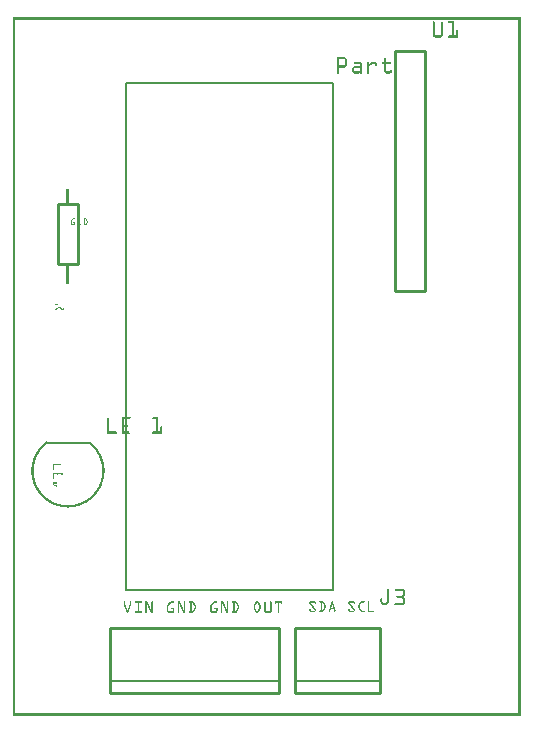
<source format=gto>
G04 MADE WITH FRITZING*
G04 WWW.FRITZING.ORG*
G04 DOUBLE SIDED*
G04 HOLES PLATED*
G04 CONTOUR ON CENTER OF CONTOUR VECTOR*
%ASAXBY*%
%FSLAX23Y23*%
%MOIN*%
%OFA0B0*%
%SFA1.0B1.0*%
%ADD10C,0.010000*%
%ADD11C,0.005000*%
%ADD12C,0.007874*%
%ADD13C,0.008000*%
%ADD14R,0.001000X0.001000*%
%LNSILK1*%
G90*
G70*
G54D10*
X1273Y2215D02*
X1273Y1415D01*
D02*
X1273Y1415D02*
X1373Y1415D01*
D02*
X1373Y1415D02*
X1373Y2215D01*
D02*
X1373Y2215D02*
X1273Y2215D01*
D02*
X886Y293D02*
X324Y293D01*
D02*
X324Y293D02*
X324Y77D01*
D02*
X324Y77D02*
X886Y77D01*
D02*
X886Y77D02*
X886Y293D01*
G54D11*
D02*
X324Y117D02*
X886Y117D01*
G54D10*
D02*
X1225Y293D02*
X939Y293D01*
D02*
X939Y293D02*
X939Y77D01*
D02*
X939Y77D02*
X1225Y77D01*
D02*
X1225Y77D02*
X1225Y293D01*
G54D11*
D02*
X939Y117D02*
X1225Y117D01*
G54D10*
D02*
X151Y1508D02*
X151Y1708D01*
D02*
X151Y1708D02*
X217Y1708D01*
D02*
X217Y1708D02*
X217Y1508D01*
D02*
X217Y1508D02*
X151Y1508D01*
G54D12*
X254Y911D02*
X113Y911D01*
D02*
G54D13*
X376Y419D02*
X1068Y419D01*
X1068Y2111D01*
X376Y2111D01*
X376Y419D01*
D02*
G54D14*
X0Y2328D02*
X1692Y2328D01*
X0Y2327D02*
X1692Y2327D01*
X0Y2326D02*
X1692Y2326D01*
X0Y2325D02*
X1692Y2325D01*
X0Y2324D02*
X1692Y2324D01*
X0Y2323D02*
X1692Y2323D01*
X0Y2322D02*
X1692Y2322D01*
X0Y2321D02*
X1692Y2321D01*
X0Y2320D02*
X7Y2320D01*
X1685Y2320D02*
X1692Y2320D01*
X0Y2319D02*
X7Y2319D01*
X1685Y2319D02*
X1692Y2319D01*
X0Y2318D02*
X7Y2318D01*
X1685Y2318D02*
X1692Y2318D01*
X0Y2317D02*
X7Y2317D01*
X1685Y2317D02*
X1692Y2317D01*
X0Y2316D02*
X7Y2316D01*
X1685Y2316D02*
X1692Y2316D01*
X0Y2315D02*
X7Y2315D01*
X1402Y2315D02*
X1404Y2315D01*
X1430Y2315D02*
X1431Y2315D01*
X1452Y2315D02*
X1470Y2315D01*
X1685Y2315D02*
X1692Y2315D01*
X0Y2314D02*
X7Y2314D01*
X1401Y2314D02*
X1405Y2314D01*
X1428Y2314D02*
X1433Y2314D01*
X1451Y2314D02*
X1470Y2314D01*
X1685Y2314D02*
X1692Y2314D01*
X0Y2313D02*
X7Y2313D01*
X1400Y2313D02*
X1406Y2313D01*
X1428Y2313D02*
X1433Y2313D01*
X1450Y2313D02*
X1470Y2313D01*
X1685Y2313D02*
X1692Y2313D01*
X0Y2312D02*
X7Y2312D01*
X1400Y2312D02*
X1406Y2312D01*
X1428Y2312D02*
X1434Y2312D01*
X1450Y2312D02*
X1470Y2312D01*
X1685Y2312D02*
X1692Y2312D01*
X0Y2311D02*
X7Y2311D01*
X1400Y2311D02*
X1406Y2311D01*
X1428Y2311D02*
X1434Y2311D01*
X1450Y2311D02*
X1470Y2311D01*
X1685Y2311D02*
X1692Y2311D01*
X0Y2310D02*
X7Y2310D01*
X1400Y2310D02*
X1406Y2310D01*
X1428Y2310D02*
X1434Y2310D01*
X1451Y2310D02*
X1470Y2310D01*
X1685Y2310D02*
X1692Y2310D01*
X0Y2309D02*
X7Y2309D01*
X1400Y2309D02*
X1406Y2309D01*
X1428Y2309D02*
X1434Y2309D01*
X1452Y2309D02*
X1470Y2309D01*
X1685Y2309D02*
X1692Y2309D01*
X0Y2308D02*
X7Y2308D01*
X1400Y2308D02*
X1406Y2308D01*
X1428Y2308D02*
X1434Y2308D01*
X1464Y2308D02*
X1470Y2308D01*
X1685Y2308D02*
X1692Y2308D01*
X0Y2307D02*
X7Y2307D01*
X1400Y2307D02*
X1406Y2307D01*
X1428Y2307D02*
X1434Y2307D01*
X1464Y2307D02*
X1470Y2307D01*
X1685Y2307D02*
X1692Y2307D01*
X0Y2306D02*
X7Y2306D01*
X1400Y2306D02*
X1406Y2306D01*
X1428Y2306D02*
X1434Y2306D01*
X1464Y2306D02*
X1470Y2306D01*
X1685Y2306D02*
X1692Y2306D01*
X0Y2305D02*
X7Y2305D01*
X1400Y2305D02*
X1406Y2305D01*
X1428Y2305D02*
X1434Y2305D01*
X1464Y2305D02*
X1470Y2305D01*
X1685Y2305D02*
X1692Y2305D01*
X0Y2304D02*
X7Y2304D01*
X1400Y2304D02*
X1406Y2304D01*
X1428Y2304D02*
X1434Y2304D01*
X1464Y2304D02*
X1470Y2304D01*
X1685Y2304D02*
X1692Y2304D01*
X0Y2303D02*
X7Y2303D01*
X1400Y2303D02*
X1406Y2303D01*
X1428Y2303D02*
X1434Y2303D01*
X1464Y2303D02*
X1470Y2303D01*
X1685Y2303D02*
X1692Y2303D01*
X0Y2302D02*
X7Y2302D01*
X1400Y2302D02*
X1406Y2302D01*
X1428Y2302D02*
X1434Y2302D01*
X1464Y2302D02*
X1470Y2302D01*
X1685Y2302D02*
X1692Y2302D01*
X0Y2301D02*
X7Y2301D01*
X1400Y2301D02*
X1406Y2301D01*
X1428Y2301D02*
X1434Y2301D01*
X1464Y2301D02*
X1470Y2301D01*
X1685Y2301D02*
X1692Y2301D01*
X0Y2300D02*
X7Y2300D01*
X1400Y2300D02*
X1406Y2300D01*
X1428Y2300D02*
X1434Y2300D01*
X1464Y2300D02*
X1470Y2300D01*
X1685Y2300D02*
X1692Y2300D01*
X0Y2299D02*
X7Y2299D01*
X1400Y2299D02*
X1406Y2299D01*
X1428Y2299D02*
X1434Y2299D01*
X1464Y2299D02*
X1470Y2299D01*
X1685Y2299D02*
X1692Y2299D01*
X0Y2298D02*
X7Y2298D01*
X1400Y2298D02*
X1406Y2298D01*
X1428Y2298D02*
X1434Y2298D01*
X1464Y2298D02*
X1470Y2298D01*
X1685Y2298D02*
X1692Y2298D01*
X0Y2297D02*
X7Y2297D01*
X1400Y2297D02*
X1406Y2297D01*
X1428Y2297D02*
X1434Y2297D01*
X1464Y2297D02*
X1470Y2297D01*
X1685Y2297D02*
X1692Y2297D01*
X0Y2296D02*
X7Y2296D01*
X1400Y2296D02*
X1406Y2296D01*
X1428Y2296D02*
X1434Y2296D01*
X1464Y2296D02*
X1470Y2296D01*
X1685Y2296D02*
X1692Y2296D01*
X0Y2295D02*
X7Y2295D01*
X1400Y2295D02*
X1406Y2295D01*
X1428Y2295D02*
X1434Y2295D01*
X1464Y2295D02*
X1470Y2295D01*
X1685Y2295D02*
X1692Y2295D01*
X0Y2294D02*
X7Y2294D01*
X1400Y2294D02*
X1406Y2294D01*
X1428Y2294D02*
X1434Y2294D01*
X1464Y2294D02*
X1470Y2294D01*
X1685Y2294D02*
X1692Y2294D01*
X0Y2293D02*
X7Y2293D01*
X1400Y2293D02*
X1406Y2293D01*
X1428Y2293D02*
X1434Y2293D01*
X1464Y2293D02*
X1470Y2293D01*
X1685Y2293D02*
X1692Y2293D01*
X0Y2292D02*
X7Y2292D01*
X1400Y2292D02*
X1406Y2292D01*
X1428Y2292D02*
X1434Y2292D01*
X1464Y2292D02*
X1470Y2292D01*
X1685Y2292D02*
X1692Y2292D01*
X0Y2291D02*
X7Y2291D01*
X1400Y2291D02*
X1406Y2291D01*
X1428Y2291D02*
X1434Y2291D01*
X1464Y2291D02*
X1470Y2291D01*
X1685Y2291D02*
X1692Y2291D01*
X0Y2290D02*
X7Y2290D01*
X1400Y2290D02*
X1406Y2290D01*
X1428Y2290D02*
X1434Y2290D01*
X1464Y2290D02*
X1470Y2290D01*
X1685Y2290D02*
X1692Y2290D01*
X0Y2289D02*
X7Y2289D01*
X1400Y2289D02*
X1406Y2289D01*
X1428Y2289D02*
X1434Y2289D01*
X1464Y2289D02*
X1470Y2289D01*
X1685Y2289D02*
X1692Y2289D01*
X0Y2288D02*
X7Y2288D01*
X1400Y2288D02*
X1406Y2288D01*
X1428Y2288D02*
X1434Y2288D01*
X1464Y2288D02*
X1470Y2288D01*
X1685Y2288D02*
X1692Y2288D01*
X0Y2287D02*
X7Y2287D01*
X1400Y2287D02*
X1406Y2287D01*
X1428Y2287D02*
X1434Y2287D01*
X1464Y2287D02*
X1470Y2287D01*
X1685Y2287D02*
X1692Y2287D01*
X0Y2286D02*
X7Y2286D01*
X1400Y2286D02*
X1406Y2286D01*
X1428Y2286D02*
X1434Y2286D01*
X1464Y2286D02*
X1470Y2286D01*
X1685Y2286D02*
X1692Y2286D01*
X0Y2285D02*
X7Y2285D01*
X1400Y2285D02*
X1406Y2285D01*
X1428Y2285D02*
X1434Y2285D01*
X1464Y2285D02*
X1470Y2285D01*
X1479Y2285D02*
X1482Y2285D01*
X1685Y2285D02*
X1692Y2285D01*
X0Y2284D02*
X7Y2284D01*
X1400Y2284D02*
X1406Y2284D01*
X1428Y2284D02*
X1434Y2284D01*
X1464Y2284D02*
X1470Y2284D01*
X1478Y2284D02*
X1483Y2284D01*
X1685Y2284D02*
X1692Y2284D01*
X0Y2283D02*
X7Y2283D01*
X1400Y2283D02*
X1406Y2283D01*
X1428Y2283D02*
X1434Y2283D01*
X1464Y2283D02*
X1470Y2283D01*
X1478Y2283D02*
X1484Y2283D01*
X1685Y2283D02*
X1692Y2283D01*
X0Y2282D02*
X7Y2282D01*
X1400Y2282D02*
X1406Y2282D01*
X1428Y2282D02*
X1434Y2282D01*
X1464Y2282D02*
X1470Y2282D01*
X1478Y2282D02*
X1484Y2282D01*
X1685Y2282D02*
X1692Y2282D01*
X0Y2281D02*
X7Y2281D01*
X1400Y2281D02*
X1406Y2281D01*
X1428Y2281D02*
X1434Y2281D01*
X1464Y2281D02*
X1470Y2281D01*
X1478Y2281D02*
X1484Y2281D01*
X1685Y2281D02*
X1692Y2281D01*
X0Y2280D02*
X7Y2280D01*
X1400Y2280D02*
X1406Y2280D01*
X1428Y2280D02*
X1434Y2280D01*
X1464Y2280D02*
X1470Y2280D01*
X1478Y2280D02*
X1484Y2280D01*
X1685Y2280D02*
X1692Y2280D01*
X0Y2279D02*
X7Y2279D01*
X1400Y2279D02*
X1406Y2279D01*
X1428Y2279D02*
X1434Y2279D01*
X1464Y2279D02*
X1470Y2279D01*
X1478Y2279D02*
X1484Y2279D01*
X1685Y2279D02*
X1692Y2279D01*
X0Y2278D02*
X7Y2278D01*
X1400Y2278D02*
X1406Y2278D01*
X1428Y2278D02*
X1434Y2278D01*
X1464Y2278D02*
X1470Y2278D01*
X1478Y2278D02*
X1484Y2278D01*
X1685Y2278D02*
X1692Y2278D01*
X0Y2277D02*
X7Y2277D01*
X1400Y2277D02*
X1406Y2277D01*
X1428Y2277D02*
X1434Y2277D01*
X1464Y2277D02*
X1470Y2277D01*
X1478Y2277D02*
X1484Y2277D01*
X1685Y2277D02*
X1692Y2277D01*
X0Y2276D02*
X7Y2276D01*
X1400Y2276D02*
X1406Y2276D01*
X1428Y2276D02*
X1434Y2276D01*
X1464Y2276D02*
X1470Y2276D01*
X1478Y2276D02*
X1484Y2276D01*
X1685Y2276D02*
X1692Y2276D01*
X0Y2275D02*
X7Y2275D01*
X1400Y2275D02*
X1406Y2275D01*
X1428Y2275D02*
X1434Y2275D01*
X1464Y2275D02*
X1470Y2275D01*
X1478Y2275D02*
X1484Y2275D01*
X1685Y2275D02*
X1692Y2275D01*
X0Y2274D02*
X7Y2274D01*
X1400Y2274D02*
X1406Y2274D01*
X1428Y2274D02*
X1434Y2274D01*
X1464Y2274D02*
X1470Y2274D01*
X1478Y2274D02*
X1484Y2274D01*
X1685Y2274D02*
X1692Y2274D01*
X0Y2273D02*
X7Y2273D01*
X1400Y2273D02*
X1406Y2273D01*
X1428Y2273D02*
X1434Y2273D01*
X1464Y2273D02*
X1470Y2273D01*
X1478Y2273D02*
X1484Y2273D01*
X1685Y2273D02*
X1692Y2273D01*
X0Y2272D02*
X7Y2272D01*
X1400Y2272D02*
X1406Y2272D01*
X1428Y2272D02*
X1434Y2272D01*
X1464Y2272D02*
X1470Y2272D01*
X1478Y2272D02*
X1484Y2272D01*
X1685Y2272D02*
X1692Y2272D01*
X0Y2271D02*
X7Y2271D01*
X1400Y2271D02*
X1406Y2271D01*
X1427Y2271D02*
X1433Y2271D01*
X1464Y2271D02*
X1470Y2271D01*
X1478Y2271D02*
X1484Y2271D01*
X1685Y2271D02*
X1692Y2271D01*
X0Y2270D02*
X7Y2270D01*
X1400Y2270D02*
X1407Y2270D01*
X1427Y2270D02*
X1433Y2270D01*
X1464Y2270D02*
X1470Y2270D01*
X1478Y2270D02*
X1484Y2270D01*
X1685Y2270D02*
X1692Y2270D01*
X0Y2269D02*
X7Y2269D01*
X1400Y2269D02*
X1407Y2269D01*
X1426Y2269D02*
X1433Y2269D01*
X1464Y2269D02*
X1470Y2269D01*
X1478Y2269D02*
X1484Y2269D01*
X1685Y2269D02*
X1692Y2269D01*
X0Y2268D02*
X7Y2268D01*
X1401Y2268D02*
X1433Y2268D01*
X1453Y2268D02*
X1484Y2268D01*
X1685Y2268D02*
X1692Y2268D01*
X0Y2267D02*
X7Y2267D01*
X1401Y2267D02*
X1432Y2267D01*
X1451Y2267D02*
X1484Y2267D01*
X1685Y2267D02*
X1692Y2267D01*
X0Y2266D02*
X7Y2266D01*
X1402Y2266D02*
X1432Y2266D01*
X1450Y2266D02*
X1484Y2266D01*
X1685Y2266D02*
X1692Y2266D01*
X0Y2265D02*
X7Y2265D01*
X1402Y2265D02*
X1431Y2265D01*
X1450Y2265D02*
X1484Y2265D01*
X1685Y2265D02*
X1692Y2265D01*
X0Y2264D02*
X7Y2264D01*
X1403Y2264D02*
X1430Y2264D01*
X1450Y2264D02*
X1484Y2264D01*
X1685Y2264D02*
X1692Y2264D01*
X0Y2263D02*
X7Y2263D01*
X1405Y2263D02*
X1429Y2263D01*
X1451Y2263D02*
X1483Y2263D01*
X1685Y2263D02*
X1692Y2263D01*
X0Y2262D02*
X7Y2262D01*
X1406Y2262D02*
X1427Y2262D01*
X1452Y2262D02*
X1482Y2262D01*
X1685Y2262D02*
X1692Y2262D01*
X0Y2261D02*
X7Y2261D01*
X1685Y2261D02*
X1692Y2261D01*
X0Y2260D02*
X7Y2260D01*
X1685Y2260D02*
X1692Y2260D01*
X0Y2259D02*
X7Y2259D01*
X1685Y2259D02*
X1692Y2259D01*
X0Y2258D02*
X7Y2258D01*
X1685Y2258D02*
X1692Y2258D01*
X0Y2257D02*
X7Y2257D01*
X1685Y2257D02*
X1692Y2257D01*
X0Y2256D02*
X7Y2256D01*
X1685Y2256D02*
X1692Y2256D01*
X0Y2255D02*
X7Y2255D01*
X1685Y2255D02*
X1692Y2255D01*
X0Y2254D02*
X7Y2254D01*
X1685Y2254D02*
X1692Y2254D01*
X0Y2253D02*
X7Y2253D01*
X1685Y2253D02*
X1692Y2253D01*
X0Y2252D02*
X7Y2252D01*
X1685Y2252D02*
X1692Y2252D01*
X0Y2251D02*
X7Y2251D01*
X1685Y2251D02*
X1692Y2251D01*
X0Y2250D02*
X7Y2250D01*
X1685Y2250D02*
X1692Y2250D01*
X0Y2249D02*
X7Y2249D01*
X1685Y2249D02*
X1692Y2249D01*
X0Y2248D02*
X7Y2248D01*
X1685Y2248D02*
X1692Y2248D01*
X0Y2247D02*
X7Y2247D01*
X1685Y2247D02*
X1692Y2247D01*
X0Y2246D02*
X7Y2246D01*
X1685Y2246D02*
X1692Y2246D01*
X0Y2245D02*
X7Y2245D01*
X1685Y2245D02*
X1692Y2245D01*
X0Y2244D02*
X7Y2244D01*
X1685Y2244D02*
X1692Y2244D01*
X0Y2243D02*
X7Y2243D01*
X1685Y2243D02*
X1692Y2243D01*
X0Y2242D02*
X7Y2242D01*
X1685Y2242D02*
X1692Y2242D01*
X0Y2241D02*
X7Y2241D01*
X1685Y2241D02*
X1692Y2241D01*
X0Y2240D02*
X7Y2240D01*
X1685Y2240D02*
X1692Y2240D01*
X0Y2239D02*
X7Y2239D01*
X1685Y2239D02*
X1692Y2239D01*
X0Y2238D02*
X7Y2238D01*
X1685Y2238D02*
X1692Y2238D01*
X0Y2237D02*
X7Y2237D01*
X1685Y2237D02*
X1692Y2237D01*
X0Y2236D02*
X7Y2236D01*
X1685Y2236D02*
X1692Y2236D01*
X0Y2235D02*
X7Y2235D01*
X1685Y2235D02*
X1692Y2235D01*
X0Y2234D02*
X7Y2234D01*
X1685Y2234D02*
X1692Y2234D01*
X0Y2233D02*
X7Y2233D01*
X1685Y2233D02*
X1692Y2233D01*
X0Y2232D02*
X7Y2232D01*
X1685Y2232D02*
X1692Y2232D01*
X0Y2231D02*
X7Y2231D01*
X1685Y2231D02*
X1692Y2231D01*
X0Y2230D02*
X7Y2230D01*
X1685Y2230D02*
X1692Y2230D01*
X0Y2229D02*
X7Y2229D01*
X1685Y2229D02*
X1692Y2229D01*
X0Y2228D02*
X7Y2228D01*
X1685Y2228D02*
X1692Y2228D01*
X0Y2227D02*
X7Y2227D01*
X1685Y2227D02*
X1692Y2227D01*
X0Y2226D02*
X7Y2226D01*
X1685Y2226D02*
X1692Y2226D01*
X0Y2225D02*
X7Y2225D01*
X1685Y2225D02*
X1692Y2225D01*
X0Y2224D02*
X7Y2224D01*
X1685Y2224D02*
X1692Y2224D01*
X0Y2223D02*
X7Y2223D01*
X1685Y2223D02*
X1692Y2223D01*
X0Y2222D02*
X7Y2222D01*
X1685Y2222D02*
X1692Y2222D01*
X0Y2221D02*
X7Y2221D01*
X1685Y2221D02*
X1692Y2221D01*
X0Y2220D02*
X7Y2220D01*
X1685Y2220D02*
X1692Y2220D01*
X0Y2219D02*
X7Y2219D01*
X1685Y2219D02*
X1692Y2219D01*
X0Y2218D02*
X7Y2218D01*
X1685Y2218D02*
X1692Y2218D01*
X0Y2217D02*
X7Y2217D01*
X1305Y2217D02*
X1305Y2217D01*
X1685Y2217D02*
X1692Y2217D01*
X0Y2216D02*
X7Y2216D01*
X1304Y2216D02*
X1306Y2216D01*
X1685Y2216D02*
X1692Y2216D01*
X0Y2215D02*
X7Y2215D01*
X1303Y2215D02*
X1307Y2215D01*
X1685Y2215D02*
X1692Y2215D01*
X0Y2214D02*
X7Y2214D01*
X1302Y2214D02*
X1308Y2214D01*
X1685Y2214D02*
X1692Y2214D01*
X0Y2213D02*
X7Y2213D01*
X1301Y2213D02*
X1307Y2213D01*
X1685Y2213D02*
X1692Y2213D01*
X0Y2212D02*
X7Y2212D01*
X1300Y2212D02*
X1306Y2212D01*
X1685Y2212D02*
X1692Y2212D01*
X0Y2211D02*
X7Y2211D01*
X1299Y2211D02*
X1305Y2211D01*
X1685Y2211D02*
X1692Y2211D01*
X0Y2210D02*
X7Y2210D01*
X1298Y2210D02*
X1304Y2210D01*
X1685Y2210D02*
X1692Y2210D01*
X0Y2209D02*
X7Y2209D01*
X1685Y2209D02*
X1692Y2209D01*
X0Y2208D02*
X7Y2208D01*
X1685Y2208D02*
X1692Y2208D01*
X0Y2207D02*
X7Y2207D01*
X1685Y2207D02*
X1692Y2207D01*
X0Y2206D02*
X7Y2206D01*
X1685Y2206D02*
X1692Y2206D01*
X0Y2205D02*
X7Y2205D01*
X1685Y2205D02*
X1692Y2205D01*
X0Y2204D02*
X7Y2204D01*
X1685Y2204D02*
X1692Y2204D01*
X0Y2203D02*
X7Y2203D01*
X1685Y2203D02*
X1692Y2203D01*
X0Y2202D02*
X7Y2202D01*
X1685Y2202D02*
X1692Y2202D01*
X0Y2201D02*
X7Y2201D01*
X1685Y2201D02*
X1692Y2201D01*
X0Y2200D02*
X7Y2200D01*
X1685Y2200D02*
X1692Y2200D01*
X0Y2199D02*
X7Y2199D01*
X1685Y2199D02*
X1692Y2199D01*
X0Y2198D02*
X7Y2198D01*
X1685Y2198D02*
X1692Y2198D01*
X0Y2197D02*
X7Y2197D01*
X1685Y2197D02*
X1692Y2197D01*
X0Y2196D02*
X7Y2196D01*
X1685Y2196D02*
X1692Y2196D01*
X0Y2195D02*
X7Y2195D01*
X1080Y2195D02*
X1106Y2195D01*
X1685Y2195D02*
X1692Y2195D01*
X0Y2194D02*
X7Y2194D01*
X1080Y2194D02*
X1108Y2194D01*
X1685Y2194D02*
X1692Y2194D01*
X0Y2193D02*
X7Y2193D01*
X1080Y2193D02*
X1110Y2193D01*
X1685Y2193D02*
X1692Y2193D01*
X0Y2192D02*
X7Y2192D01*
X1080Y2192D02*
X1111Y2192D01*
X1239Y2192D02*
X1242Y2192D01*
X1685Y2192D02*
X1692Y2192D01*
X0Y2191D02*
X7Y2191D01*
X1080Y2191D02*
X1112Y2191D01*
X1238Y2191D02*
X1243Y2191D01*
X1685Y2191D02*
X1692Y2191D01*
X0Y2190D02*
X7Y2190D01*
X1080Y2190D02*
X1112Y2190D01*
X1238Y2190D02*
X1243Y2190D01*
X1685Y2190D02*
X1692Y2190D01*
X0Y2189D02*
X7Y2189D01*
X1080Y2189D02*
X1113Y2189D01*
X1238Y2189D02*
X1244Y2189D01*
X1277Y2189D02*
X1277Y2189D01*
X1685Y2189D02*
X1692Y2189D01*
X0Y2188D02*
X7Y2188D01*
X1080Y2188D02*
X1086Y2188D01*
X1106Y2188D02*
X1113Y2188D01*
X1238Y2188D02*
X1244Y2188D01*
X1276Y2188D02*
X1277Y2188D01*
X1685Y2188D02*
X1692Y2188D01*
X0Y2187D02*
X7Y2187D01*
X1080Y2187D02*
X1086Y2187D01*
X1107Y2187D02*
X1114Y2187D01*
X1238Y2187D02*
X1244Y2187D01*
X1275Y2187D02*
X1277Y2187D01*
X1685Y2187D02*
X1692Y2187D01*
X0Y2186D02*
X7Y2186D01*
X1080Y2186D02*
X1086Y2186D01*
X1107Y2186D02*
X1114Y2186D01*
X1238Y2186D02*
X1244Y2186D01*
X1274Y2186D02*
X1277Y2186D01*
X1685Y2186D02*
X1692Y2186D01*
X0Y2185D02*
X7Y2185D01*
X1080Y2185D02*
X1086Y2185D01*
X1108Y2185D02*
X1114Y2185D01*
X1238Y2185D02*
X1244Y2185D01*
X1273Y2185D02*
X1277Y2185D01*
X1685Y2185D02*
X1692Y2185D01*
X0Y2184D02*
X7Y2184D01*
X1080Y2184D02*
X1086Y2184D01*
X1108Y2184D02*
X1114Y2184D01*
X1238Y2184D02*
X1244Y2184D01*
X1272Y2184D02*
X1277Y2184D01*
X1685Y2184D02*
X1692Y2184D01*
X0Y2183D02*
X7Y2183D01*
X1080Y2183D02*
X1086Y2183D01*
X1108Y2183D02*
X1114Y2183D01*
X1238Y2183D02*
X1244Y2183D01*
X1271Y2183D02*
X1277Y2183D01*
X1685Y2183D02*
X1692Y2183D01*
X0Y2182D02*
X7Y2182D01*
X1080Y2182D02*
X1086Y2182D01*
X1108Y2182D02*
X1114Y2182D01*
X1238Y2182D02*
X1244Y2182D01*
X1271Y2182D02*
X1276Y2182D01*
X1685Y2182D02*
X1692Y2182D01*
X0Y2181D02*
X7Y2181D01*
X1080Y2181D02*
X1086Y2181D01*
X1108Y2181D02*
X1114Y2181D01*
X1237Y2181D02*
X1244Y2181D01*
X1272Y2181D02*
X1275Y2181D01*
X1685Y2181D02*
X1692Y2181D01*
X0Y2180D02*
X7Y2180D01*
X1080Y2180D02*
X1086Y2180D01*
X1108Y2180D02*
X1114Y2180D01*
X1139Y2180D02*
X1156Y2180D01*
X1182Y2180D02*
X1185Y2180D01*
X1196Y2180D02*
X1207Y2180D01*
X1232Y2180D02*
X1259Y2180D01*
X1273Y2180D02*
X1274Y2180D01*
X1685Y2180D02*
X1692Y2180D01*
X0Y2179D02*
X7Y2179D01*
X1080Y2179D02*
X1086Y2179D01*
X1108Y2179D02*
X1114Y2179D01*
X1138Y2179D02*
X1158Y2179D01*
X1181Y2179D02*
X1186Y2179D01*
X1194Y2179D02*
X1209Y2179D01*
X1231Y2179D02*
X1260Y2179D01*
X1685Y2179D02*
X1692Y2179D01*
X0Y2178D02*
X7Y2178D01*
X1080Y2178D02*
X1086Y2178D01*
X1108Y2178D02*
X1114Y2178D01*
X1137Y2178D02*
X1160Y2178D01*
X1181Y2178D02*
X1186Y2178D01*
X1193Y2178D02*
X1211Y2178D01*
X1231Y2178D02*
X1261Y2178D01*
X1685Y2178D02*
X1692Y2178D01*
X0Y2177D02*
X7Y2177D01*
X1080Y2177D02*
X1086Y2177D01*
X1108Y2177D02*
X1114Y2177D01*
X1137Y2177D02*
X1160Y2177D01*
X1181Y2177D02*
X1187Y2177D01*
X1192Y2177D02*
X1211Y2177D01*
X1231Y2177D02*
X1261Y2177D01*
X1685Y2177D02*
X1692Y2177D01*
X0Y2176D02*
X7Y2176D01*
X1080Y2176D02*
X1086Y2176D01*
X1108Y2176D02*
X1114Y2176D01*
X1137Y2176D02*
X1161Y2176D01*
X1181Y2176D02*
X1187Y2176D01*
X1191Y2176D02*
X1212Y2176D01*
X1231Y2176D02*
X1260Y2176D01*
X1685Y2176D02*
X1692Y2176D01*
X0Y2175D02*
X7Y2175D01*
X1080Y2175D02*
X1086Y2175D01*
X1108Y2175D02*
X1114Y2175D01*
X1138Y2175D02*
X1162Y2175D01*
X1181Y2175D02*
X1187Y2175D01*
X1190Y2175D02*
X1213Y2175D01*
X1231Y2175D02*
X1260Y2175D01*
X1685Y2175D02*
X1692Y2175D01*
X0Y2174D02*
X7Y2174D01*
X1080Y2174D02*
X1086Y2174D01*
X1108Y2174D02*
X1114Y2174D01*
X1139Y2174D02*
X1162Y2174D01*
X1181Y2174D02*
X1187Y2174D01*
X1189Y2174D02*
X1213Y2174D01*
X1233Y2174D02*
X1259Y2174D01*
X1685Y2174D02*
X1692Y2174D01*
X0Y2173D02*
X7Y2173D01*
X1080Y2173D02*
X1086Y2173D01*
X1108Y2173D02*
X1114Y2173D01*
X1156Y2173D02*
X1163Y2173D01*
X1181Y2173D02*
X1197Y2173D01*
X1207Y2173D02*
X1214Y2173D01*
X1238Y2173D02*
X1244Y2173D01*
X1685Y2173D02*
X1692Y2173D01*
X0Y2172D02*
X7Y2172D01*
X1080Y2172D02*
X1086Y2172D01*
X1108Y2172D02*
X1114Y2172D01*
X1156Y2172D02*
X1163Y2172D01*
X1181Y2172D02*
X1196Y2172D01*
X1208Y2172D02*
X1214Y2172D01*
X1238Y2172D02*
X1244Y2172D01*
X1685Y2172D02*
X1692Y2172D01*
X0Y2171D02*
X7Y2171D01*
X1080Y2171D02*
X1086Y2171D01*
X1107Y2171D02*
X1114Y2171D01*
X1157Y2171D02*
X1163Y2171D01*
X1181Y2171D02*
X1195Y2171D01*
X1208Y2171D02*
X1214Y2171D01*
X1238Y2171D02*
X1244Y2171D01*
X1685Y2171D02*
X1692Y2171D01*
X0Y2170D02*
X7Y2170D01*
X1080Y2170D02*
X1086Y2170D01*
X1107Y2170D02*
X1113Y2170D01*
X1157Y2170D02*
X1163Y2170D01*
X1181Y2170D02*
X1194Y2170D01*
X1208Y2170D02*
X1214Y2170D01*
X1238Y2170D02*
X1244Y2170D01*
X1685Y2170D02*
X1692Y2170D01*
X0Y2169D02*
X7Y2169D01*
X1080Y2169D02*
X1086Y2169D01*
X1105Y2169D02*
X1113Y2169D01*
X1157Y2169D02*
X1163Y2169D01*
X1181Y2169D02*
X1193Y2169D01*
X1208Y2169D02*
X1214Y2169D01*
X1238Y2169D02*
X1244Y2169D01*
X1685Y2169D02*
X1692Y2169D01*
X0Y2168D02*
X7Y2168D01*
X1080Y2168D02*
X1113Y2168D01*
X1157Y2168D02*
X1163Y2168D01*
X1181Y2168D02*
X1191Y2168D01*
X1208Y2168D02*
X1214Y2168D01*
X1238Y2168D02*
X1244Y2168D01*
X1685Y2168D02*
X1692Y2168D01*
X0Y2167D02*
X7Y2167D01*
X1080Y2167D02*
X1112Y2167D01*
X1157Y2167D02*
X1163Y2167D01*
X1181Y2167D02*
X1190Y2167D01*
X1208Y2167D02*
X1214Y2167D01*
X1238Y2167D02*
X1244Y2167D01*
X1685Y2167D02*
X1692Y2167D01*
X0Y2166D02*
X7Y2166D01*
X1080Y2166D02*
X1111Y2166D01*
X1157Y2166D02*
X1163Y2166D01*
X1181Y2166D02*
X1189Y2166D01*
X1209Y2166D02*
X1213Y2166D01*
X1238Y2166D02*
X1244Y2166D01*
X1685Y2166D02*
X1692Y2166D01*
X0Y2165D02*
X7Y2165D01*
X1080Y2165D02*
X1111Y2165D01*
X1136Y2165D02*
X1163Y2165D01*
X1181Y2165D02*
X1188Y2165D01*
X1211Y2165D02*
X1211Y2165D01*
X1238Y2165D02*
X1244Y2165D01*
X1685Y2165D02*
X1692Y2165D01*
X0Y2164D02*
X7Y2164D01*
X1080Y2164D02*
X1109Y2164D01*
X1135Y2164D02*
X1163Y2164D01*
X1181Y2164D02*
X1187Y2164D01*
X1238Y2164D02*
X1244Y2164D01*
X1685Y2164D02*
X1692Y2164D01*
X0Y2163D02*
X7Y2163D01*
X1080Y2163D02*
X1108Y2163D01*
X1134Y2163D02*
X1163Y2163D01*
X1181Y2163D02*
X1187Y2163D01*
X1238Y2163D02*
X1244Y2163D01*
X1685Y2163D02*
X1692Y2163D01*
X0Y2162D02*
X7Y2162D01*
X1080Y2162D02*
X1105Y2162D01*
X1133Y2162D02*
X1163Y2162D01*
X1181Y2162D02*
X1187Y2162D01*
X1238Y2162D02*
X1244Y2162D01*
X1685Y2162D02*
X1692Y2162D01*
X0Y2161D02*
X7Y2161D01*
X1080Y2161D02*
X1086Y2161D01*
X1132Y2161D02*
X1163Y2161D01*
X1181Y2161D02*
X1187Y2161D01*
X1238Y2161D02*
X1244Y2161D01*
X1685Y2161D02*
X1692Y2161D01*
X0Y2160D02*
X7Y2160D01*
X1080Y2160D02*
X1086Y2160D01*
X1131Y2160D02*
X1163Y2160D01*
X1181Y2160D02*
X1187Y2160D01*
X1238Y2160D02*
X1244Y2160D01*
X1685Y2160D02*
X1692Y2160D01*
X0Y2159D02*
X7Y2159D01*
X1080Y2159D02*
X1086Y2159D01*
X1131Y2159D02*
X1163Y2159D01*
X1181Y2159D02*
X1187Y2159D01*
X1238Y2159D02*
X1244Y2159D01*
X1685Y2159D02*
X1692Y2159D01*
X0Y2158D02*
X7Y2158D01*
X1080Y2158D02*
X1086Y2158D01*
X1131Y2158D02*
X1137Y2158D01*
X1156Y2158D02*
X1163Y2158D01*
X1181Y2158D02*
X1187Y2158D01*
X1238Y2158D02*
X1244Y2158D01*
X1685Y2158D02*
X1692Y2158D01*
X0Y2157D02*
X7Y2157D01*
X1080Y2157D02*
X1086Y2157D01*
X1130Y2157D02*
X1137Y2157D01*
X1157Y2157D02*
X1163Y2157D01*
X1181Y2157D02*
X1187Y2157D01*
X1238Y2157D02*
X1244Y2157D01*
X1685Y2157D02*
X1692Y2157D01*
X0Y2156D02*
X7Y2156D01*
X1080Y2156D02*
X1086Y2156D01*
X1130Y2156D02*
X1136Y2156D01*
X1157Y2156D02*
X1164Y2156D01*
X1181Y2156D02*
X1187Y2156D01*
X1238Y2156D02*
X1244Y2156D01*
X1685Y2156D02*
X1692Y2156D01*
X0Y2155D02*
X7Y2155D01*
X1080Y2155D02*
X1086Y2155D01*
X1130Y2155D02*
X1136Y2155D01*
X1157Y2155D02*
X1164Y2155D01*
X1181Y2155D02*
X1187Y2155D01*
X1238Y2155D02*
X1244Y2155D01*
X1685Y2155D02*
X1692Y2155D01*
X0Y2154D02*
X7Y2154D01*
X1080Y2154D02*
X1086Y2154D01*
X1130Y2154D02*
X1136Y2154D01*
X1157Y2154D02*
X1164Y2154D01*
X1181Y2154D02*
X1187Y2154D01*
X1238Y2154D02*
X1244Y2154D01*
X1261Y2154D02*
X1262Y2154D01*
X1685Y2154D02*
X1692Y2154D01*
X0Y2153D02*
X7Y2153D01*
X1080Y2153D02*
X1086Y2153D01*
X1130Y2153D02*
X1136Y2153D01*
X1157Y2153D02*
X1164Y2153D01*
X1181Y2153D02*
X1187Y2153D01*
X1238Y2153D02*
X1244Y2153D01*
X1259Y2153D02*
X1263Y2153D01*
X1685Y2153D02*
X1692Y2153D01*
X0Y2152D02*
X7Y2152D01*
X1080Y2152D02*
X1086Y2152D01*
X1130Y2152D02*
X1136Y2152D01*
X1156Y2152D02*
X1164Y2152D01*
X1181Y2152D02*
X1187Y2152D01*
X1238Y2152D02*
X1244Y2152D01*
X1259Y2152D02*
X1264Y2152D01*
X1685Y2152D02*
X1692Y2152D01*
X0Y2151D02*
X7Y2151D01*
X1080Y2151D02*
X1086Y2151D01*
X1130Y2151D02*
X1136Y2151D01*
X1155Y2151D02*
X1164Y2151D01*
X1181Y2151D02*
X1187Y2151D01*
X1238Y2151D02*
X1244Y2151D01*
X1258Y2151D02*
X1264Y2151D01*
X1685Y2151D02*
X1692Y2151D01*
X0Y2150D02*
X7Y2150D01*
X1080Y2150D02*
X1086Y2150D01*
X1130Y2150D02*
X1137Y2150D01*
X1153Y2150D02*
X1164Y2150D01*
X1181Y2150D02*
X1187Y2150D01*
X1238Y2150D02*
X1244Y2150D01*
X1258Y2150D02*
X1264Y2150D01*
X1685Y2150D02*
X1692Y2150D01*
X0Y2149D02*
X7Y2149D01*
X1080Y2149D02*
X1086Y2149D01*
X1131Y2149D02*
X1138Y2149D01*
X1151Y2149D02*
X1164Y2149D01*
X1181Y2149D02*
X1187Y2149D01*
X1238Y2149D02*
X1245Y2149D01*
X1257Y2149D02*
X1264Y2149D01*
X1685Y2149D02*
X1692Y2149D01*
X0Y2148D02*
X7Y2148D01*
X1080Y2148D02*
X1086Y2148D01*
X1131Y2148D02*
X1164Y2148D01*
X1181Y2148D02*
X1187Y2148D01*
X1238Y2148D02*
X1264Y2148D01*
X1685Y2148D02*
X1692Y2148D01*
X0Y2147D02*
X7Y2147D01*
X1080Y2147D02*
X1086Y2147D01*
X1131Y2147D02*
X1164Y2147D01*
X1181Y2147D02*
X1187Y2147D01*
X1239Y2147D02*
X1263Y2147D01*
X1685Y2147D02*
X1692Y2147D01*
X0Y2146D02*
X7Y2146D01*
X1080Y2146D02*
X1086Y2146D01*
X1132Y2146D02*
X1164Y2146D01*
X1181Y2146D02*
X1187Y2146D01*
X1239Y2146D02*
X1263Y2146D01*
X1685Y2146D02*
X1692Y2146D01*
X0Y2145D02*
X7Y2145D01*
X1080Y2145D02*
X1086Y2145D01*
X1133Y2145D02*
X1164Y2145D01*
X1181Y2145D02*
X1187Y2145D01*
X1240Y2145D02*
X1262Y2145D01*
X1685Y2145D02*
X1692Y2145D01*
X0Y2144D02*
X7Y2144D01*
X1080Y2144D02*
X1086Y2144D01*
X1134Y2144D02*
X1156Y2144D01*
X1158Y2144D02*
X1164Y2144D01*
X1181Y2144D02*
X1186Y2144D01*
X1241Y2144D02*
X1261Y2144D01*
X1685Y2144D02*
X1692Y2144D01*
X0Y2143D02*
X7Y2143D01*
X1081Y2143D02*
X1086Y2143D01*
X1135Y2143D02*
X1154Y2143D01*
X1158Y2143D02*
X1163Y2143D01*
X1181Y2143D02*
X1186Y2143D01*
X1242Y2143D02*
X1259Y2143D01*
X1685Y2143D02*
X1692Y2143D01*
X0Y2142D02*
X7Y2142D01*
X1082Y2142D02*
X1085Y2142D01*
X1137Y2142D02*
X1152Y2142D01*
X1159Y2142D02*
X1162Y2142D01*
X1182Y2142D02*
X1185Y2142D01*
X1244Y2142D02*
X1258Y2142D01*
X1685Y2142D02*
X1692Y2142D01*
X0Y2141D02*
X7Y2141D01*
X1685Y2141D02*
X1692Y2141D01*
X0Y2140D02*
X7Y2140D01*
X1685Y2140D02*
X1692Y2140D01*
X0Y2139D02*
X7Y2139D01*
X1685Y2139D02*
X1692Y2139D01*
X0Y2138D02*
X7Y2138D01*
X1685Y2138D02*
X1692Y2138D01*
X0Y2137D02*
X7Y2137D01*
X1685Y2137D02*
X1692Y2137D01*
X0Y2136D02*
X7Y2136D01*
X1685Y2136D02*
X1692Y2136D01*
X0Y2135D02*
X7Y2135D01*
X1685Y2135D02*
X1692Y2135D01*
X0Y2134D02*
X7Y2134D01*
X1685Y2134D02*
X1692Y2134D01*
X0Y2133D02*
X7Y2133D01*
X1685Y2133D02*
X1692Y2133D01*
X0Y2132D02*
X7Y2132D01*
X1685Y2132D02*
X1692Y2132D01*
X0Y2131D02*
X7Y2131D01*
X1685Y2131D02*
X1692Y2131D01*
X0Y2130D02*
X7Y2130D01*
X1685Y2130D02*
X1692Y2130D01*
X0Y2129D02*
X7Y2129D01*
X1685Y2129D02*
X1692Y2129D01*
X0Y2128D02*
X7Y2128D01*
X1685Y2128D02*
X1692Y2128D01*
X0Y2127D02*
X7Y2127D01*
X1685Y2127D02*
X1692Y2127D01*
X0Y2126D02*
X7Y2126D01*
X1685Y2126D02*
X1692Y2126D01*
X0Y2125D02*
X7Y2125D01*
X1685Y2125D02*
X1692Y2125D01*
X0Y2124D02*
X7Y2124D01*
X1685Y2124D02*
X1692Y2124D01*
X0Y2123D02*
X7Y2123D01*
X1685Y2123D02*
X1692Y2123D01*
X0Y2122D02*
X7Y2122D01*
X1685Y2122D02*
X1692Y2122D01*
X0Y2121D02*
X7Y2121D01*
X1685Y2121D02*
X1692Y2121D01*
X0Y2120D02*
X7Y2120D01*
X1685Y2120D02*
X1692Y2120D01*
X0Y2119D02*
X7Y2119D01*
X1685Y2119D02*
X1692Y2119D01*
X0Y2118D02*
X7Y2118D01*
X1685Y2118D02*
X1692Y2118D01*
X0Y2117D02*
X7Y2117D01*
X1685Y2117D02*
X1692Y2117D01*
X0Y2116D02*
X7Y2116D01*
X1685Y2116D02*
X1692Y2116D01*
X0Y2115D02*
X7Y2115D01*
X1685Y2115D02*
X1692Y2115D01*
X0Y2114D02*
X7Y2114D01*
X1685Y2114D02*
X1692Y2114D01*
X0Y2113D02*
X7Y2113D01*
X1685Y2113D02*
X1692Y2113D01*
X0Y2112D02*
X7Y2112D01*
X1685Y2112D02*
X1692Y2112D01*
X0Y2111D02*
X7Y2111D01*
X1685Y2111D02*
X1692Y2111D01*
X0Y2110D02*
X7Y2110D01*
X1685Y2110D02*
X1692Y2110D01*
X0Y2109D02*
X7Y2109D01*
X1685Y2109D02*
X1692Y2109D01*
X0Y2108D02*
X7Y2108D01*
X1685Y2108D02*
X1692Y2108D01*
X0Y2107D02*
X7Y2107D01*
X1685Y2107D02*
X1692Y2107D01*
X0Y2106D02*
X7Y2106D01*
X1685Y2106D02*
X1692Y2106D01*
X0Y2105D02*
X7Y2105D01*
X1685Y2105D02*
X1692Y2105D01*
X0Y2104D02*
X7Y2104D01*
X1685Y2104D02*
X1692Y2104D01*
X0Y2103D02*
X7Y2103D01*
X1685Y2103D02*
X1692Y2103D01*
X0Y2102D02*
X7Y2102D01*
X1685Y2102D02*
X1692Y2102D01*
X0Y2101D02*
X7Y2101D01*
X1685Y2101D02*
X1692Y2101D01*
X0Y2100D02*
X7Y2100D01*
X1685Y2100D02*
X1692Y2100D01*
X0Y2099D02*
X7Y2099D01*
X1685Y2099D02*
X1692Y2099D01*
X0Y2098D02*
X7Y2098D01*
X1685Y2098D02*
X1692Y2098D01*
X0Y2097D02*
X7Y2097D01*
X1685Y2097D02*
X1692Y2097D01*
X0Y2096D02*
X7Y2096D01*
X1685Y2096D02*
X1692Y2096D01*
X0Y2095D02*
X7Y2095D01*
X1685Y2095D02*
X1692Y2095D01*
X0Y2094D02*
X7Y2094D01*
X1685Y2094D02*
X1692Y2094D01*
X0Y2093D02*
X7Y2093D01*
X1685Y2093D02*
X1692Y2093D01*
X0Y2092D02*
X7Y2092D01*
X1685Y2092D02*
X1692Y2092D01*
X0Y2091D02*
X7Y2091D01*
X1685Y2091D02*
X1692Y2091D01*
X0Y2090D02*
X7Y2090D01*
X1685Y2090D02*
X1692Y2090D01*
X0Y2089D02*
X7Y2089D01*
X1685Y2089D02*
X1692Y2089D01*
X0Y2088D02*
X7Y2088D01*
X1685Y2088D02*
X1692Y2088D01*
X0Y2087D02*
X7Y2087D01*
X1685Y2087D02*
X1692Y2087D01*
X0Y2086D02*
X7Y2086D01*
X1685Y2086D02*
X1692Y2086D01*
X0Y2085D02*
X7Y2085D01*
X1685Y2085D02*
X1692Y2085D01*
X0Y2084D02*
X7Y2084D01*
X1685Y2084D02*
X1692Y2084D01*
X0Y2083D02*
X7Y2083D01*
X1685Y2083D02*
X1692Y2083D01*
X0Y2082D02*
X7Y2082D01*
X1685Y2082D02*
X1692Y2082D01*
X0Y2081D02*
X7Y2081D01*
X1685Y2081D02*
X1692Y2081D01*
X0Y2080D02*
X7Y2080D01*
X1685Y2080D02*
X1692Y2080D01*
X0Y2079D02*
X7Y2079D01*
X1685Y2079D02*
X1692Y2079D01*
X0Y2078D02*
X7Y2078D01*
X1685Y2078D02*
X1692Y2078D01*
X0Y2077D02*
X7Y2077D01*
X1685Y2077D02*
X1692Y2077D01*
X0Y2076D02*
X7Y2076D01*
X1685Y2076D02*
X1692Y2076D01*
X0Y2075D02*
X7Y2075D01*
X1685Y2075D02*
X1692Y2075D01*
X0Y2074D02*
X7Y2074D01*
X1685Y2074D02*
X1692Y2074D01*
X0Y2073D02*
X7Y2073D01*
X1685Y2073D02*
X1692Y2073D01*
X0Y2072D02*
X7Y2072D01*
X1685Y2072D02*
X1692Y2072D01*
X0Y2071D02*
X7Y2071D01*
X1685Y2071D02*
X1692Y2071D01*
X0Y2070D02*
X7Y2070D01*
X1685Y2070D02*
X1692Y2070D01*
X0Y2069D02*
X7Y2069D01*
X1685Y2069D02*
X1692Y2069D01*
X0Y2068D02*
X7Y2068D01*
X1685Y2068D02*
X1692Y2068D01*
X0Y2067D02*
X7Y2067D01*
X1685Y2067D02*
X1692Y2067D01*
X0Y2066D02*
X7Y2066D01*
X1685Y2066D02*
X1692Y2066D01*
X0Y2065D02*
X7Y2065D01*
X1685Y2065D02*
X1692Y2065D01*
X0Y2064D02*
X7Y2064D01*
X1685Y2064D02*
X1692Y2064D01*
X0Y2063D02*
X7Y2063D01*
X1685Y2063D02*
X1692Y2063D01*
X0Y2062D02*
X7Y2062D01*
X1685Y2062D02*
X1692Y2062D01*
X0Y2061D02*
X7Y2061D01*
X1685Y2061D02*
X1692Y2061D01*
X0Y2060D02*
X7Y2060D01*
X1685Y2060D02*
X1692Y2060D01*
X0Y2059D02*
X7Y2059D01*
X1685Y2059D02*
X1692Y2059D01*
X0Y2058D02*
X7Y2058D01*
X1685Y2058D02*
X1692Y2058D01*
X0Y2057D02*
X7Y2057D01*
X1685Y2057D02*
X1692Y2057D01*
X0Y2056D02*
X7Y2056D01*
X1685Y2056D02*
X1692Y2056D01*
X0Y2055D02*
X7Y2055D01*
X1685Y2055D02*
X1692Y2055D01*
X0Y2054D02*
X7Y2054D01*
X1685Y2054D02*
X1692Y2054D01*
X0Y2053D02*
X7Y2053D01*
X1685Y2053D02*
X1692Y2053D01*
X0Y2052D02*
X7Y2052D01*
X1685Y2052D02*
X1692Y2052D01*
X0Y2051D02*
X7Y2051D01*
X1685Y2051D02*
X1692Y2051D01*
X0Y2050D02*
X7Y2050D01*
X1685Y2050D02*
X1692Y2050D01*
X0Y2049D02*
X7Y2049D01*
X1685Y2049D02*
X1692Y2049D01*
X0Y2048D02*
X7Y2048D01*
X1685Y2048D02*
X1692Y2048D01*
X0Y2047D02*
X7Y2047D01*
X1685Y2047D02*
X1692Y2047D01*
X0Y2046D02*
X7Y2046D01*
X1685Y2046D02*
X1692Y2046D01*
X0Y2045D02*
X7Y2045D01*
X1685Y2045D02*
X1692Y2045D01*
X0Y2044D02*
X7Y2044D01*
X1685Y2044D02*
X1692Y2044D01*
X0Y2043D02*
X7Y2043D01*
X1685Y2043D02*
X1692Y2043D01*
X0Y2042D02*
X7Y2042D01*
X1685Y2042D02*
X1692Y2042D01*
X0Y2041D02*
X7Y2041D01*
X1685Y2041D02*
X1692Y2041D01*
X0Y2040D02*
X7Y2040D01*
X1685Y2040D02*
X1692Y2040D01*
X0Y2039D02*
X7Y2039D01*
X1685Y2039D02*
X1692Y2039D01*
X0Y2038D02*
X7Y2038D01*
X1685Y2038D02*
X1692Y2038D01*
X0Y2037D02*
X7Y2037D01*
X1685Y2037D02*
X1692Y2037D01*
X0Y2036D02*
X7Y2036D01*
X1685Y2036D02*
X1692Y2036D01*
X0Y2035D02*
X7Y2035D01*
X1685Y2035D02*
X1692Y2035D01*
X0Y2034D02*
X7Y2034D01*
X1685Y2034D02*
X1692Y2034D01*
X0Y2033D02*
X7Y2033D01*
X1685Y2033D02*
X1692Y2033D01*
X0Y2032D02*
X7Y2032D01*
X1685Y2032D02*
X1692Y2032D01*
X0Y2031D02*
X7Y2031D01*
X1685Y2031D02*
X1692Y2031D01*
X0Y2030D02*
X7Y2030D01*
X1685Y2030D02*
X1692Y2030D01*
X0Y2029D02*
X7Y2029D01*
X1685Y2029D02*
X1692Y2029D01*
X0Y2028D02*
X7Y2028D01*
X1685Y2028D02*
X1692Y2028D01*
X0Y2027D02*
X7Y2027D01*
X1685Y2027D02*
X1692Y2027D01*
X0Y2026D02*
X7Y2026D01*
X1685Y2026D02*
X1692Y2026D01*
X0Y2025D02*
X7Y2025D01*
X1685Y2025D02*
X1692Y2025D01*
X0Y2024D02*
X7Y2024D01*
X1685Y2024D02*
X1692Y2024D01*
X0Y2023D02*
X7Y2023D01*
X1685Y2023D02*
X1692Y2023D01*
X0Y2022D02*
X7Y2022D01*
X1685Y2022D02*
X1692Y2022D01*
X0Y2021D02*
X7Y2021D01*
X1685Y2021D02*
X1692Y2021D01*
X0Y2020D02*
X7Y2020D01*
X1685Y2020D02*
X1692Y2020D01*
X0Y2019D02*
X7Y2019D01*
X1685Y2019D02*
X1692Y2019D01*
X0Y2018D02*
X7Y2018D01*
X1685Y2018D02*
X1692Y2018D01*
X0Y2017D02*
X7Y2017D01*
X1685Y2017D02*
X1692Y2017D01*
X0Y2016D02*
X7Y2016D01*
X1685Y2016D02*
X1692Y2016D01*
X0Y2015D02*
X7Y2015D01*
X1685Y2015D02*
X1692Y2015D01*
X0Y2014D02*
X7Y2014D01*
X1685Y2014D02*
X1692Y2014D01*
X0Y2013D02*
X7Y2013D01*
X1685Y2013D02*
X1692Y2013D01*
X0Y2012D02*
X7Y2012D01*
X1685Y2012D02*
X1692Y2012D01*
X0Y2011D02*
X7Y2011D01*
X1685Y2011D02*
X1692Y2011D01*
X0Y2010D02*
X7Y2010D01*
X1685Y2010D02*
X1692Y2010D01*
X0Y2009D02*
X7Y2009D01*
X1685Y2009D02*
X1692Y2009D01*
X0Y2008D02*
X7Y2008D01*
X1685Y2008D02*
X1692Y2008D01*
X0Y2007D02*
X7Y2007D01*
X1685Y2007D02*
X1692Y2007D01*
X0Y2006D02*
X7Y2006D01*
X1685Y2006D02*
X1692Y2006D01*
X0Y2005D02*
X7Y2005D01*
X1685Y2005D02*
X1692Y2005D01*
X0Y2004D02*
X7Y2004D01*
X1685Y2004D02*
X1692Y2004D01*
X0Y2003D02*
X7Y2003D01*
X1685Y2003D02*
X1692Y2003D01*
X0Y2002D02*
X7Y2002D01*
X1685Y2002D02*
X1692Y2002D01*
X0Y2001D02*
X7Y2001D01*
X1685Y2001D02*
X1692Y2001D01*
X0Y2000D02*
X7Y2000D01*
X1685Y2000D02*
X1692Y2000D01*
X0Y1999D02*
X7Y1999D01*
X1685Y1999D02*
X1692Y1999D01*
X0Y1998D02*
X7Y1998D01*
X1685Y1998D02*
X1692Y1998D01*
X0Y1997D02*
X7Y1997D01*
X1685Y1997D02*
X1692Y1997D01*
X0Y1996D02*
X7Y1996D01*
X1685Y1996D02*
X1692Y1996D01*
X0Y1995D02*
X7Y1995D01*
X1685Y1995D02*
X1692Y1995D01*
X0Y1994D02*
X7Y1994D01*
X1685Y1994D02*
X1692Y1994D01*
X0Y1993D02*
X7Y1993D01*
X1685Y1993D02*
X1692Y1993D01*
X0Y1992D02*
X7Y1992D01*
X1685Y1992D02*
X1692Y1992D01*
X0Y1991D02*
X7Y1991D01*
X1685Y1991D02*
X1692Y1991D01*
X0Y1990D02*
X7Y1990D01*
X1685Y1990D02*
X1692Y1990D01*
X0Y1989D02*
X7Y1989D01*
X1685Y1989D02*
X1692Y1989D01*
X0Y1988D02*
X7Y1988D01*
X1685Y1988D02*
X1692Y1988D01*
X0Y1987D02*
X7Y1987D01*
X1685Y1987D02*
X1692Y1987D01*
X0Y1986D02*
X7Y1986D01*
X1685Y1986D02*
X1692Y1986D01*
X0Y1985D02*
X7Y1985D01*
X1685Y1985D02*
X1692Y1985D01*
X0Y1984D02*
X7Y1984D01*
X1685Y1984D02*
X1692Y1984D01*
X0Y1983D02*
X7Y1983D01*
X1685Y1983D02*
X1692Y1983D01*
X0Y1982D02*
X7Y1982D01*
X1685Y1982D02*
X1692Y1982D01*
X0Y1981D02*
X7Y1981D01*
X1685Y1981D02*
X1692Y1981D01*
X0Y1980D02*
X7Y1980D01*
X1685Y1980D02*
X1692Y1980D01*
X0Y1979D02*
X7Y1979D01*
X1685Y1979D02*
X1692Y1979D01*
X0Y1978D02*
X7Y1978D01*
X1685Y1978D02*
X1692Y1978D01*
X0Y1977D02*
X7Y1977D01*
X1685Y1977D02*
X1692Y1977D01*
X0Y1976D02*
X7Y1976D01*
X1685Y1976D02*
X1692Y1976D01*
X0Y1975D02*
X7Y1975D01*
X1685Y1975D02*
X1692Y1975D01*
X0Y1974D02*
X7Y1974D01*
X1685Y1974D02*
X1692Y1974D01*
X0Y1973D02*
X7Y1973D01*
X1685Y1973D02*
X1692Y1973D01*
X0Y1972D02*
X7Y1972D01*
X1685Y1972D02*
X1692Y1972D01*
X0Y1971D02*
X7Y1971D01*
X1685Y1971D02*
X1692Y1971D01*
X0Y1970D02*
X7Y1970D01*
X1685Y1970D02*
X1692Y1970D01*
X0Y1969D02*
X7Y1969D01*
X1685Y1969D02*
X1692Y1969D01*
X0Y1968D02*
X7Y1968D01*
X1685Y1968D02*
X1692Y1968D01*
X0Y1967D02*
X7Y1967D01*
X1685Y1967D02*
X1692Y1967D01*
X0Y1966D02*
X7Y1966D01*
X1685Y1966D02*
X1692Y1966D01*
X0Y1965D02*
X7Y1965D01*
X1685Y1965D02*
X1692Y1965D01*
X0Y1964D02*
X7Y1964D01*
X1685Y1964D02*
X1692Y1964D01*
X0Y1963D02*
X7Y1963D01*
X1685Y1963D02*
X1692Y1963D01*
X0Y1962D02*
X7Y1962D01*
X1685Y1962D02*
X1692Y1962D01*
X0Y1961D02*
X7Y1961D01*
X1685Y1961D02*
X1692Y1961D01*
X0Y1960D02*
X7Y1960D01*
X1685Y1960D02*
X1692Y1960D01*
X0Y1959D02*
X7Y1959D01*
X1685Y1959D02*
X1692Y1959D01*
X0Y1958D02*
X7Y1958D01*
X1685Y1958D02*
X1692Y1958D01*
X0Y1957D02*
X7Y1957D01*
X1685Y1957D02*
X1692Y1957D01*
X0Y1956D02*
X7Y1956D01*
X1685Y1956D02*
X1692Y1956D01*
X0Y1955D02*
X7Y1955D01*
X1685Y1955D02*
X1692Y1955D01*
X0Y1954D02*
X7Y1954D01*
X1685Y1954D02*
X1692Y1954D01*
X0Y1953D02*
X7Y1953D01*
X1685Y1953D02*
X1692Y1953D01*
X0Y1952D02*
X7Y1952D01*
X1685Y1952D02*
X1692Y1952D01*
X0Y1951D02*
X7Y1951D01*
X1685Y1951D02*
X1692Y1951D01*
X0Y1950D02*
X7Y1950D01*
X1685Y1950D02*
X1692Y1950D01*
X0Y1949D02*
X7Y1949D01*
X1685Y1949D02*
X1692Y1949D01*
X0Y1948D02*
X7Y1948D01*
X1685Y1948D02*
X1692Y1948D01*
X0Y1947D02*
X7Y1947D01*
X1685Y1947D02*
X1692Y1947D01*
X0Y1946D02*
X7Y1946D01*
X1685Y1946D02*
X1692Y1946D01*
X0Y1945D02*
X7Y1945D01*
X1685Y1945D02*
X1692Y1945D01*
X0Y1944D02*
X7Y1944D01*
X1685Y1944D02*
X1692Y1944D01*
X0Y1943D02*
X7Y1943D01*
X1685Y1943D02*
X1692Y1943D01*
X0Y1942D02*
X7Y1942D01*
X1685Y1942D02*
X1692Y1942D01*
X0Y1941D02*
X7Y1941D01*
X1685Y1941D02*
X1692Y1941D01*
X0Y1940D02*
X7Y1940D01*
X1685Y1940D02*
X1692Y1940D01*
X0Y1939D02*
X7Y1939D01*
X1685Y1939D02*
X1692Y1939D01*
X0Y1938D02*
X7Y1938D01*
X1685Y1938D02*
X1692Y1938D01*
X0Y1937D02*
X7Y1937D01*
X1685Y1937D02*
X1692Y1937D01*
X0Y1936D02*
X7Y1936D01*
X1685Y1936D02*
X1692Y1936D01*
X0Y1935D02*
X7Y1935D01*
X1685Y1935D02*
X1692Y1935D01*
X0Y1934D02*
X7Y1934D01*
X1685Y1934D02*
X1692Y1934D01*
X0Y1933D02*
X7Y1933D01*
X1685Y1933D02*
X1692Y1933D01*
X0Y1932D02*
X7Y1932D01*
X1685Y1932D02*
X1692Y1932D01*
X0Y1931D02*
X7Y1931D01*
X1685Y1931D02*
X1692Y1931D01*
X0Y1930D02*
X7Y1930D01*
X1685Y1930D02*
X1692Y1930D01*
X0Y1929D02*
X7Y1929D01*
X1685Y1929D02*
X1692Y1929D01*
X0Y1928D02*
X7Y1928D01*
X1685Y1928D02*
X1692Y1928D01*
X0Y1927D02*
X7Y1927D01*
X1685Y1927D02*
X1692Y1927D01*
X0Y1926D02*
X7Y1926D01*
X1685Y1926D02*
X1692Y1926D01*
X0Y1925D02*
X7Y1925D01*
X1685Y1925D02*
X1692Y1925D01*
X0Y1924D02*
X7Y1924D01*
X1685Y1924D02*
X1692Y1924D01*
X0Y1923D02*
X7Y1923D01*
X1685Y1923D02*
X1692Y1923D01*
X0Y1922D02*
X7Y1922D01*
X1685Y1922D02*
X1692Y1922D01*
X0Y1921D02*
X7Y1921D01*
X1685Y1921D02*
X1692Y1921D01*
X0Y1920D02*
X7Y1920D01*
X1685Y1920D02*
X1692Y1920D01*
X0Y1919D02*
X7Y1919D01*
X1685Y1919D02*
X1692Y1919D01*
X0Y1918D02*
X7Y1918D01*
X1685Y1918D02*
X1692Y1918D01*
X0Y1917D02*
X7Y1917D01*
X1685Y1917D02*
X1692Y1917D01*
X0Y1916D02*
X7Y1916D01*
X1685Y1916D02*
X1692Y1916D01*
X0Y1915D02*
X7Y1915D01*
X1685Y1915D02*
X1692Y1915D01*
X0Y1914D02*
X7Y1914D01*
X1685Y1914D02*
X1692Y1914D01*
X0Y1913D02*
X7Y1913D01*
X1685Y1913D02*
X1692Y1913D01*
X0Y1912D02*
X7Y1912D01*
X1685Y1912D02*
X1692Y1912D01*
X0Y1911D02*
X7Y1911D01*
X1685Y1911D02*
X1692Y1911D01*
X0Y1910D02*
X7Y1910D01*
X1685Y1910D02*
X1692Y1910D01*
X0Y1909D02*
X7Y1909D01*
X1685Y1909D02*
X1692Y1909D01*
X0Y1908D02*
X7Y1908D01*
X1685Y1908D02*
X1692Y1908D01*
X0Y1907D02*
X7Y1907D01*
X1685Y1907D02*
X1692Y1907D01*
X0Y1906D02*
X7Y1906D01*
X1685Y1906D02*
X1692Y1906D01*
X0Y1905D02*
X7Y1905D01*
X1685Y1905D02*
X1692Y1905D01*
X0Y1904D02*
X7Y1904D01*
X1685Y1904D02*
X1692Y1904D01*
X0Y1903D02*
X7Y1903D01*
X1685Y1903D02*
X1692Y1903D01*
X0Y1902D02*
X7Y1902D01*
X1685Y1902D02*
X1692Y1902D01*
X0Y1901D02*
X7Y1901D01*
X1685Y1901D02*
X1692Y1901D01*
X0Y1900D02*
X7Y1900D01*
X1685Y1900D02*
X1692Y1900D01*
X0Y1899D02*
X7Y1899D01*
X1685Y1899D02*
X1692Y1899D01*
X0Y1898D02*
X7Y1898D01*
X1685Y1898D02*
X1692Y1898D01*
X0Y1897D02*
X7Y1897D01*
X1685Y1897D02*
X1692Y1897D01*
X0Y1896D02*
X7Y1896D01*
X1685Y1896D02*
X1692Y1896D01*
X0Y1895D02*
X7Y1895D01*
X1685Y1895D02*
X1692Y1895D01*
X0Y1894D02*
X7Y1894D01*
X1685Y1894D02*
X1692Y1894D01*
X0Y1893D02*
X7Y1893D01*
X1685Y1893D02*
X1692Y1893D01*
X0Y1892D02*
X7Y1892D01*
X1685Y1892D02*
X1692Y1892D01*
X0Y1891D02*
X7Y1891D01*
X1685Y1891D02*
X1692Y1891D01*
X0Y1890D02*
X7Y1890D01*
X1685Y1890D02*
X1692Y1890D01*
X0Y1889D02*
X7Y1889D01*
X1685Y1889D02*
X1692Y1889D01*
X0Y1888D02*
X7Y1888D01*
X1685Y1888D02*
X1692Y1888D01*
X0Y1887D02*
X7Y1887D01*
X1685Y1887D02*
X1692Y1887D01*
X0Y1886D02*
X7Y1886D01*
X1685Y1886D02*
X1692Y1886D01*
X0Y1885D02*
X7Y1885D01*
X1685Y1885D02*
X1692Y1885D01*
X0Y1884D02*
X7Y1884D01*
X1685Y1884D02*
X1692Y1884D01*
X0Y1883D02*
X7Y1883D01*
X1685Y1883D02*
X1692Y1883D01*
X0Y1882D02*
X7Y1882D01*
X1685Y1882D02*
X1692Y1882D01*
X0Y1881D02*
X7Y1881D01*
X1685Y1881D02*
X1692Y1881D01*
X0Y1880D02*
X7Y1880D01*
X1685Y1880D02*
X1692Y1880D01*
X0Y1879D02*
X7Y1879D01*
X1685Y1879D02*
X1692Y1879D01*
X0Y1878D02*
X7Y1878D01*
X1685Y1878D02*
X1692Y1878D01*
X0Y1877D02*
X7Y1877D01*
X1685Y1877D02*
X1692Y1877D01*
X0Y1876D02*
X7Y1876D01*
X1685Y1876D02*
X1692Y1876D01*
X0Y1875D02*
X7Y1875D01*
X1685Y1875D02*
X1692Y1875D01*
X0Y1874D02*
X7Y1874D01*
X1685Y1874D02*
X1692Y1874D01*
X0Y1873D02*
X7Y1873D01*
X1685Y1873D02*
X1692Y1873D01*
X0Y1872D02*
X7Y1872D01*
X1685Y1872D02*
X1692Y1872D01*
X0Y1871D02*
X7Y1871D01*
X1685Y1871D02*
X1692Y1871D01*
X0Y1870D02*
X7Y1870D01*
X1685Y1870D02*
X1692Y1870D01*
X0Y1869D02*
X7Y1869D01*
X1685Y1869D02*
X1692Y1869D01*
X0Y1868D02*
X7Y1868D01*
X1685Y1868D02*
X1692Y1868D01*
X0Y1867D02*
X7Y1867D01*
X1685Y1867D02*
X1692Y1867D01*
X0Y1866D02*
X7Y1866D01*
X1685Y1866D02*
X1692Y1866D01*
X0Y1865D02*
X7Y1865D01*
X1685Y1865D02*
X1692Y1865D01*
X0Y1864D02*
X7Y1864D01*
X1685Y1864D02*
X1692Y1864D01*
X0Y1863D02*
X7Y1863D01*
X1685Y1863D02*
X1692Y1863D01*
X0Y1862D02*
X7Y1862D01*
X1685Y1862D02*
X1692Y1862D01*
X0Y1861D02*
X7Y1861D01*
X1685Y1861D02*
X1692Y1861D01*
X0Y1860D02*
X7Y1860D01*
X1685Y1860D02*
X1692Y1860D01*
X0Y1859D02*
X7Y1859D01*
X1685Y1859D02*
X1692Y1859D01*
X0Y1858D02*
X7Y1858D01*
X1685Y1858D02*
X1692Y1858D01*
X0Y1857D02*
X7Y1857D01*
X1685Y1857D02*
X1692Y1857D01*
X0Y1856D02*
X7Y1856D01*
X1685Y1856D02*
X1692Y1856D01*
X0Y1855D02*
X7Y1855D01*
X1685Y1855D02*
X1692Y1855D01*
X0Y1854D02*
X7Y1854D01*
X1685Y1854D02*
X1692Y1854D01*
X0Y1853D02*
X7Y1853D01*
X1685Y1853D02*
X1692Y1853D01*
X0Y1852D02*
X7Y1852D01*
X1685Y1852D02*
X1692Y1852D01*
X0Y1851D02*
X7Y1851D01*
X1685Y1851D02*
X1692Y1851D01*
X0Y1850D02*
X7Y1850D01*
X1685Y1850D02*
X1692Y1850D01*
X0Y1849D02*
X7Y1849D01*
X1685Y1849D02*
X1692Y1849D01*
X0Y1848D02*
X7Y1848D01*
X1685Y1848D02*
X1692Y1848D01*
X0Y1847D02*
X7Y1847D01*
X1685Y1847D02*
X1692Y1847D01*
X0Y1846D02*
X7Y1846D01*
X1685Y1846D02*
X1692Y1846D01*
X0Y1845D02*
X7Y1845D01*
X1685Y1845D02*
X1692Y1845D01*
X0Y1844D02*
X7Y1844D01*
X1685Y1844D02*
X1692Y1844D01*
X0Y1843D02*
X7Y1843D01*
X1685Y1843D02*
X1692Y1843D01*
X0Y1842D02*
X7Y1842D01*
X1685Y1842D02*
X1692Y1842D01*
X0Y1841D02*
X7Y1841D01*
X1685Y1841D02*
X1692Y1841D01*
X0Y1840D02*
X7Y1840D01*
X1685Y1840D02*
X1692Y1840D01*
X0Y1839D02*
X7Y1839D01*
X1685Y1839D02*
X1692Y1839D01*
X0Y1838D02*
X7Y1838D01*
X1685Y1838D02*
X1692Y1838D01*
X0Y1837D02*
X7Y1837D01*
X1685Y1837D02*
X1692Y1837D01*
X0Y1836D02*
X7Y1836D01*
X1685Y1836D02*
X1692Y1836D01*
X0Y1835D02*
X7Y1835D01*
X1685Y1835D02*
X1692Y1835D01*
X0Y1834D02*
X7Y1834D01*
X1685Y1834D02*
X1692Y1834D01*
X0Y1833D02*
X7Y1833D01*
X1685Y1833D02*
X1692Y1833D01*
X0Y1832D02*
X7Y1832D01*
X1685Y1832D02*
X1692Y1832D01*
X0Y1831D02*
X7Y1831D01*
X1685Y1831D02*
X1692Y1831D01*
X0Y1830D02*
X7Y1830D01*
X1685Y1830D02*
X1692Y1830D01*
X0Y1829D02*
X7Y1829D01*
X1685Y1829D02*
X1692Y1829D01*
X0Y1828D02*
X7Y1828D01*
X1685Y1828D02*
X1692Y1828D01*
X0Y1827D02*
X7Y1827D01*
X1685Y1827D02*
X1692Y1827D01*
X0Y1826D02*
X7Y1826D01*
X1685Y1826D02*
X1692Y1826D01*
X0Y1825D02*
X7Y1825D01*
X1685Y1825D02*
X1692Y1825D01*
X0Y1824D02*
X7Y1824D01*
X1685Y1824D02*
X1692Y1824D01*
X0Y1823D02*
X7Y1823D01*
X1685Y1823D02*
X1692Y1823D01*
X0Y1822D02*
X7Y1822D01*
X1685Y1822D02*
X1692Y1822D01*
X0Y1821D02*
X7Y1821D01*
X1685Y1821D02*
X1692Y1821D01*
X0Y1820D02*
X7Y1820D01*
X1685Y1820D02*
X1692Y1820D01*
X0Y1819D02*
X7Y1819D01*
X1685Y1819D02*
X1692Y1819D01*
X0Y1818D02*
X7Y1818D01*
X1685Y1818D02*
X1692Y1818D01*
X0Y1817D02*
X7Y1817D01*
X1685Y1817D02*
X1692Y1817D01*
X0Y1816D02*
X7Y1816D01*
X1685Y1816D02*
X1692Y1816D01*
X0Y1815D02*
X7Y1815D01*
X1685Y1815D02*
X1692Y1815D01*
X0Y1814D02*
X7Y1814D01*
X1685Y1814D02*
X1692Y1814D01*
X0Y1813D02*
X7Y1813D01*
X1685Y1813D02*
X1692Y1813D01*
X0Y1812D02*
X7Y1812D01*
X1685Y1812D02*
X1692Y1812D01*
X0Y1811D02*
X7Y1811D01*
X1685Y1811D02*
X1692Y1811D01*
X0Y1810D02*
X7Y1810D01*
X1685Y1810D02*
X1692Y1810D01*
X0Y1809D02*
X7Y1809D01*
X1685Y1809D02*
X1692Y1809D01*
X0Y1808D02*
X7Y1808D01*
X1685Y1808D02*
X1692Y1808D01*
X0Y1807D02*
X7Y1807D01*
X1685Y1807D02*
X1692Y1807D01*
X0Y1806D02*
X7Y1806D01*
X1685Y1806D02*
X1692Y1806D01*
X0Y1805D02*
X7Y1805D01*
X1685Y1805D02*
X1692Y1805D01*
X0Y1804D02*
X7Y1804D01*
X1685Y1804D02*
X1692Y1804D01*
X0Y1803D02*
X7Y1803D01*
X1685Y1803D02*
X1692Y1803D01*
X0Y1802D02*
X7Y1802D01*
X1685Y1802D02*
X1692Y1802D01*
X0Y1801D02*
X7Y1801D01*
X1685Y1801D02*
X1692Y1801D01*
X0Y1800D02*
X7Y1800D01*
X1685Y1800D02*
X1692Y1800D01*
X0Y1799D02*
X7Y1799D01*
X1685Y1799D02*
X1692Y1799D01*
X0Y1798D02*
X7Y1798D01*
X1685Y1798D02*
X1692Y1798D01*
X0Y1797D02*
X7Y1797D01*
X1685Y1797D02*
X1692Y1797D01*
X0Y1796D02*
X7Y1796D01*
X1685Y1796D02*
X1692Y1796D01*
X0Y1795D02*
X7Y1795D01*
X1685Y1795D02*
X1692Y1795D01*
X0Y1794D02*
X7Y1794D01*
X1685Y1794D02*
X1692Y1794D01*
X0Y1793D02*
X7Y1793D01*
X1685Y1793D02*
X1692Y1793D01*
X0Y1792D02*
X7Y1792D01*
X1685Y1792D02*
X1692Y1792D01*
X0Y1791D02*
X7Y1791D01*
X1685Y1791D02*
X1692Y1791D01*
X0Y1790D02*
X7Y1790D01*
X1685Y1790D02*
X1692Y1790D01*
X0Y1789D02*
X7Y1789D01*
X1685Y1789D02*
X1692Y1789D01*
X0Y1788D02*
X7Y1788D01*
X1685Y1788D02*
X1692Y1788D01*
X0Y1787D02*
X7Y1787D01*
X1685Y1787D02*
X1692Y1787D01*
X0Y1786D02*
X7Y1786D01*
X1685Y1786D02*
X1692Y1786D01*
X0Y1785D02*
X7Y1785D01*
X1685Y1785D02*
X1692Y1785D01*
X0Y1784D02*
X7Y1784D01*
X1685Y1784D02*
X1692Y1784D01*
X0Y1783D02*
X7Y1783D01*
X1685Y1783D02*
X1692Y1783D01*
X0Y1782D02*
X7Y1782D01*
X1685Y1782D02*
X1692Y1782D01*
X0Y1781D02*
X7Y1781D01*
X1685Y1781D02*
X1692Y1781D01*
X0Y1780D02*
X7Y1780D01*
X1685Y1780D02*
X1692Y1780D01*
X0Y1779D02*
X7Y1779D01*
X1685Y1779D02*
X1692Y1779D01*
X0Y1778D02*
X7Y1778D01*
X1685Y1778D02*
X1692Y1778D01*
X0Y1777D02*
X7Y1777D01*
X1685Y1777D02*
X1692Y1777D01*
X0Y1776D02*
X7Y1776D01*
X1685Y1776D02*
X1692Y1776D01*
X0Y1775D02*
X7Y1775D01*
X1685Y1775D02*
X1692Y1775D01*
X0Y1774D02*
X7Y1774D01*
X1685Y1774D02*
X1692Y1774D01*
X0Y1773D02*
X7Y1773D01*
X1685Y1773D02*
X1692Y1773D01*
X0Y1772D02*
X7Y1772D01*
X1685Y1772D02*
X1692Y1772D01*
X0Y1771D02*
X7Y1771D01*
X1685Y1771D02*
X1692Y1771D01*
X0Y1770D02*
X7Y1770D01*
X1685Y1770D02*
X1692Y1770D01*
X0Y1769D02*
X7Y1769D01*
X1685Y1769D02*
X1692Y1769D01*
X0Y1768D02*
X7Y1768D01*
X1685Y1768D02*
X1692Y1768D01*
X0Y1767D02*
X7Y1767D01*
X1685Y1767D02*
X1692Y1767D01*
X0Y1766D02*
X7Y1766D01*
X1685Y1766D02*
X1692Y1766D01*
X0Y1765D02*
X7Y1765D01*
X1685Y1765D02*
X1692Y1765D01*
X0Y1764D02*
X7Y1764D01*
X1685Y1764D02*
X1692Y1764D01*
X0Y1763D02*
X7Y1763D01*
X1685Y1763D02*
X1692Y1763D01*
X0Y1762D02*
X7Y1762D01*
X1685Y1762D02*
X1692Y1762D01*
X0Y1761D02*
X7Y1761D01*
X1685Y1761D02*
X1692Y1761D01*
X0Y1760D02*
X7Y1760D01*
X1685Y1760D02*
X1692Y1760D01*
X0Y1759D02*
X7Y1759D01*
X1685Y1759D02*
X1692Y1759D01*
X0Y1758D02*
X7Y1758D01*
X1685Y1758D02*
X1692Y1758D01*
X0Y1757D02*
X7Y1757D01*
X1685Y1757D02*
X1692Y1757D01*
X0Y1756D02*
X7Y1756D01*
X179Y1756D02*
X188Y1756D01*
X1685Y1756D02*
X1692Y1756D01*
X0Y1755D02*
X7Y1755D01*
X179Y1755D02*
X188Y1755D01*
X1685Y1755D02*
X1692Y1755D01*
X0Y1754D02*
X7Y1754D01*
X179Y1754D02*
X188Y1754D01*
X1685Y1754D02*
X1692Y1754D01*
X0Y1753D02*
X7Y1753D01*
X179Y1753D02*
X188Y1753D01*
X1685Y1753D02*
X1692Y1753D01*
X0Y1752D02*
X7Y1752D01*
X179Y1752D02*
X188Y1752D01*
X1685Y1752D02*
X1692Y1752D01*
X0Y1751D02*
X7Y1751D01*
X179Y1751D02*
X188Y1751D01*
X1685Y1751D02*
X1692Y1751D01*
X0Y1750D02*
X7Y1750D01*
X179Y1750D02*
X188Y1750D01*
X1685Y1750D02*
X1692Y1750D01*
X0Y1749D02*
X7Y1749D01*
X179Y1749D02*
X188Y1749D01*
X1685Y1749D02*
X1692Y1749D01*
X0Y1748D02*
X7Y1748D01*
X179Y1748D02*
X188Y1748D01*
X1685Y1748D02*
X1692Y1748D01*
X0Y1747D02*
X7Y1747D01*
X179Y1747D02*
X188Y1747D01*
X1685Y1747D02*
X1692Y1747D01*
X0Y1746D02*
X7Y1746D01*
X179Y1746D02*
X188Y1746D01*
X1685Y1746D02*
X1692Y1746D01*
X0Y1745D02*
X7Y1745D01*
X179Y1745D02*
X188Y1745D01*
X1685Y1745D02*
X1692Y1745D01*
X0Y1744D02*
X7Y1744D01*
X179Y1744D02*
X188Y1744D01*
X1685Y1744D02*
X1692Y1744D01*
X0Y1743D02*
X7Y1743D01*
X179Y1743D02*
X188Y1743D01*
X1685Y1743D02*
X1692Y1743D01*
X0Y1742D02*
X7Y1742D01*
X179Y1742D02*
X188Y1742D01*
X1685Y1742D02*
X1692Y1742D01*
X0Y1741D02*
X7Y1741D01*
X179Y1741D02*
X188Y1741D01*
X1685Y1741D02*
X1692Y1741D01*
X0Y1740D02*
X7Y1740D01*
X179Y1740D02*
X188Y1740D01*
X1685Y1740D02*
X1692Y1740D01*
X0Y1739D02*
X7Y1739D01*
X179Y1739D02*
X188Y1739D01*
X1685Y1739D02*
X1692Y1739D01*
X0Y1738D02*
X7Y1738D01*
X179Y1738D02*
X188Y1738D01*
X1685Y1738D02*
X1692Y1738D01*
X0Y1737D02*
X7Y1737D01*
X179Y1737D02*
X188Y1737D01*
X1685Y1737D02*
X1692Y1737D01*
X0Y1736D02*
X7Y1736D01*
X179Y1736D02*
X188Y1736D01*
X1685Y1736D02*
X1692Y1736D01*
X0Y1735D02*
X7Y1735D01*
X179Y1735D02*
X188Y1735D01*
X1685Y1735D02*
X1692Y1735D01*
X0Y1734D02*
X7Y1734D01*
X179Y1734D02*
X188Y1734D01*
X1685Y1734D02*
X1692Y1734D01*
X0Y1733D02*
X7Y1733D01*
X179Y1733D02*
X188Y1733D01*
X1685Y1733D02*
X1692Y1733D01*
X0Y1732D02*
X7Y1732D01*
X179Y1732D02*
X188Y1732D01*
X1685Y1732D02*
X1692Y1732D01*
X0Y1731D02*
X7Y1731D01*
X179Y1731D02*
X188Y1731D01*
X1685Y1731D02*
X1692Y1731D01*
X0Y1730D02*
X7Y1730D01*
X179Y1730D02*
X188Y1730D01*
X1685Y1730D02*
X1692Y1730D01*
X0Y1729D02*
X7Y1729D01*
X179Y1729D02*
X188Y1729D01*
X1685Y1729D02*
X1692Y1729D01*
X0Y1728D02*
X7Y1728D01*
X179Y1728D02*
X188Y1728D01*
X1685Y1728D02*
X1692Y1728D01*
X0Y1727D02*
X7Y1727D01*
X179Y1727D02*
X188Y1727D01*
X1685Y1727D02*
X1692Y1727D01*
X0Y1726D02*
X7Y1726D01*
X179Y1726D02*
X188Y1726D01*
X1685Y1726D02*
X1692Y1726D01*
X0Y1725D02*
X7Y1725D01*
X179Y1725D02*
X188Y1725D01*
X1685Y1725D02*
X1692Y1725D01*
X0Y1724D02*
X7Y1724D01*
X179Y1724D02*
X188Y1724D01*
X1685Y1724D02*
X1692Y1724D01*
X0Y1723D02*
X7Y1723D01*
X179Y1723D02*
X188Y1723D01*
X1685Y1723D02*
X1692Y1723D01*
X0Y1722D02*
X7Y1722D01*
X179Y1722D02*
X188Y1722D01*
X1685Y1722D02*
X1692Y1722D01*
X0Y1721D02*
X7Y1721D01*
X179Y1721D02*
X188Y1721D01*
X1685Y1721D02*
X1692Y1721D01*
X0Y1720D02*
X7Y1720D01*
X179Y1720D02*
X188Y1720D01*
X1685Y1720D02*
X1692Y1720D01*
X0Y1719D02*
X7Y1719D01*
X179Y1719D02*
X188Y1719D01*
X1685Y1719D02*
X1692Y1719D01*
X0Y1718D02*
X7Y1718D01*
X179Y1718D02*
X188Y1718D01*
X1685Y1718D02*
X1692Y1718D01*
X0Y1717D02*
X7Y1717D01*
X179Y1717D02*
X188Y1717D01*
X1685Y1717D02*
X1692Y1717D01*
X0Y1716D02*
X7Y1716D01*
X179Y1716D02*
X188Y1716D01*
X1685Y1716D02*
X1692Y1716D01*
X0Y1715D02*
X7Y1715D01*
X179Y1715D02*
X188Y1715D01*
X1685Y1715D02*
X1692Y1715D01*
X0Y1714D02*
X7Y1714D01*
X179Y1714D02*
X188Y1714D01*
X1685Y1714D02*
X1692Y1714D01*
X0Y1713D02*
X7Y1713D01*
X179Y1713D02*
X188Y1713D01*
X1685Y1713D02*
X1692Y1713D01*
X0Y1712D02*
X7Y1712D01*
X179Y1712D02*
X188Y1712D01*
X1685Y1712D02*
X1692Y1712D01*
X0Y1711D02*
X7Y1711D01*
X179Y1711D02*
X188Y1711D01*
X1685Y1711D02*
X1692Y1711D01*
X0Y1710D02*
X7Y1710D01*
X179Y1710D02*
X188Y1710D01*
X1685Y1710D02*
X1692Y1710D01*
X0Y1709D02*
X7Y1709D01*
X179Y1709D02*
X188Y1709D01*
X1685Y1709D02*
X1692Y1709D01*
X0Y1708D02*
X7Y1708D01*
X1685Y1708D02*
X1692Y1708D01*
X0Y1707D02*
X7Y1707D01*
X1685Y1707D02*
X1692Y1707D01*
X0Y1706D02*
X7Y1706D01*
X1685Y1706D02*
X1692Y1706D01*
X0Y1705D02*
X7Y1705D01*
X1685Y1705D02*
X1692Y1705D01*
X0Y1704D02*
X7Y1704D01*
X1685Y1704D02*
X1692Y1704D01*
X0Y1703D02*
X7Y1703D01*
X1685Y1703D02*
X1692Y1703D01*
X0Y1702D02*
X7Y1702D01*
X1685Y1702D02*
X1692Y1702D01*
X0Y1701D02*
X7Y1701D01*
X1685Y1701D02*
X1692Y1701D01*
X0Y1700D02*
X7Y1700D01*
X1685Y1700D02*
X1692Y1700D01*
X0Y1699D02*
X7Y1699D01*
X1685Y1699D02*
X1692Y1699D01*
X0Y1698D02*
X7Y1698D01*
X1685Y1698D02*
X1692Y1698D01*
X0Y1697D02*
X7Y1697D01*
X1685Y1697D02*
X1692Y1697D01*
X0Y1696D02*
X7Y1696D01*
X1685Y1696D02*
X1692Y1696D01*
X0Y1695D02*
X7Y1695D01*
X1685Y1695D02*
X1692Y1695D01*
X0Y1694D02*
X7Y1694D01*
X1685Y1694D02*
X1692Y1694D01*
X0Y1693D02*
X7Y1693D01*
X1685Y1693D02*
X1692Y1693D01*
X0Y1692D02*
X7Y1692D01*
X1685Y1692D02*
X1692Y1692D01*
X0Y1691D02*
X7Y1691D01*
X1685Y1691D02*
X1692Y1691D01*
X0Y1690D02*
X7Y1690D01*
X1685Y1690D02*
X1692Y1690D01*
X0Y1689D02*
X7Y1689D01*
X1685Y1689D02*
X1692Y1689D01*
X0Y1688D02*
X7Y1688D01*
X1685Y1688D02*
X1692Y1688D01*
X0Y1687D02*
X7Y1687D01*
X1685Y1687D02*
X1692Y1687D01*
X0Y1686D02*
X7Y1686D01*
X1685Y1686D02*
X1692Y1686D01*
X0Y1685D02*
X7Y1685D01*
X1685Y1685D02*
X1692Y1685D01*
X0Y1684D02*
X7Y1684D01*
X1685Y1684D02*
X1692Y1684D01*
X0Y1683D02*
X7Y1683D01*
X1685Y1683D02*
X1692Y1683D01*
X0Y1682D02*
X7Y1682D01*
X1685Y1682D02*
X1692Y1682D01*
X0Y1681D02*
X7Y1681D01*
X1685Y1681D02*
X1692Y1681D01*
X0Y1680D02*
X7Y1680D01*
X1685Y1680D02*
X1692Y1680D01*
X0Y1679D02*
X7Y1679D01*
X1685Y1679D02*
X1692Y1679D01*
X0Y1678D02*
X7Y1678D01*
X1685Y1678D02*
X1692Y1678D01*
X0Y1677D02*
X7Y1677D01*
X1685Y1677D02*
X1692Y1677D01*
X0Y1676D02*
X7Y1676D01*
X1685Y1676D02*
X1692Y1676D01*
X0Y1675D02*
X7Y1675D01*
X1685Y1675D02*
X1692Y1675D01*
X0Y1674D02*
X7Y1674D01*
X1685Y1674D02*
X1692Y1674D01*
X0Y1673D02*
X7Y1673D01*
X1685Y1673D02*
X1692Y1673D01*
X0Y1672D02*
X7Y1672D01*
X1685Y1672D02*
X1692Y1672D01*
X0Y1671D02*
X7Y1671D01*
X1685Y1671D02*
X1692Y1671D01*
X0Y1670D02*
X7Y1670D01*
X1685Y1670D02*
X1692Y1670D01*
X0Y1669D02*
X7Y1669D01*
X1685Y1669D02*
X1692Y1669D01*
X0Y1668D02*
X7Y1668D01*
X1685Y1668D02*
X1692Y1668D01*
X0Y1667D02*
X7Y1667D01*
X1685Y1667D02*
X1692Y1667D01*
X0Y1666D02*
X7Y1666D01*
X1685Y1666D02*
X1692Y1666D01*
X0Y1665D02*
X7Y1665D01*
X1685Y1665D02*
X1692Y1665D01*
X0Y1664D02*
X7Y1664D01*
X1685Y1664D02*
X1692Y1664D01*
X0Y1663D02*
X7Y1663D01*
X1685Y1663D02*
X1692Y1663D01*
X0Y1662D02*
X7Y1662D01*
X1685Y1662D02*
X1692Y1662D01*
X0Y1661D02*
X7Y1661D01*
X1685Y1661D02*
X1692Y1661D01*
X0Y1660D02*
X7Y1660D01*
X1685Y1660D02*
X1692Y1660D01*
X0Y1659D02*
X7Y1659D01*
X1685Y1659D02*
X1692Y1659D01*
X0Y1658D02*
X7Y1658D01*
X200Y1658D02*
X206Y1658D01*
X214Y1658D02*
X217Y1658D01*
X227Y1658D02*
X227Y1658D01*
X236Y1658D02*
X243Y1658D01*
X1685Y1658D02*
X1692Y1658D01*
X0Y1657D02*
X7Y1657D01*
X199Y1657D02*
X207Y1657D01*
X214Y1657D02*
X218Y1657D01*
X226Y1657D02*
X228Y1657D01*
X236Y1657D02*
X245Y1657D01*
X1685Y1657D02*
X1692Y1657D01*
X0Y1656D02*
X7Y1656D01*
X198Y1656D02*
X206Y1656D01*
X214Y1656D02*
X218Y1656D01*
X226Y1656D02*
X228Y1656D01*
X236Y1656D02*
X246Y1656D01*
X1685Y1656D02*
X1692Y1656D01*
X0Y1655D02*
X7Y1655D01*
X197Y1655D02*
X200Y1655D01*
X214Y1655D02*
X219Y1655D01*
X226Y1655D02*
X228Y1655D01*
X239Y1655D02*
X241Y1655D01*
X244Y1655D02*
X246Y1655D01*
X1685Y1655D02*
X1692Y1655D01*
X0Y1654D02*
X7Y1654D01*
X196Y1654D02*
X199Y1654D01*
X214Y1654D02*
X219Y1654D01*
X226Y1654D02*
X228Y1654D01*
X239Y1654D02*
X241Y1654D01*
X244Y1654D02*
X247Y1654D01*
X1685Y1654D02*
X1692Y1654D01*
X0Y1653D02*
X7Y1653D01*
X195Y1653D02*
X198Y1653D01*
X214Y1653D02*
X220Y1653D01*
X226Y1653D02*
X228Y1653D01*
X239Y1653D02*
X241Y1653D01*
X245Y1653D02*
X247Y1653D01*
X1685Y1653D02*
X1692Y1653D01*
X0Y1652D02*
X7Y1652D01*
X195Y1652D02*
X197Y1652D01*
X214Y1652D02*
X220Y1652D01*
X226Y1652D02*
X228Y1652D01*
X239Y1652D02*
X241Y1652D01*
X245Y1652D02*
X248Y1652D01*
X1685Y1652D02*
X1692Y1652D01*
X0Y1651D02*
X7Y1651D01*
X194Y1651D02*
X197Y1651D01*
X214Y1651D02*
X216Y1651D01*
X218Y1651D02*
X221Y1651D01*
X226Y1651D02*
X228Y1651D01*
X239Y1651D02*
X241Y1651D01*
X246Y1651D02*
X248Y1651D01*
X1685Y1651D02*
X1692Y1651D01*
X0Y1650D02*
X7Y1650D01*
X193Y1650D02*
X196Y1650D01*
X214Y1650D02*
X216Y1650D01*
X219Y1650D02*
X221Y1650D01*
X226Y1650D02*
X228Y1650D01*
X239Y1650D02*
X241Y1650D01*
X246Y1650D02*
X249Y1650D01*
X1685Y1650D02*
X1692Y1650D01*
X0Y1649D02*
X7Y1649D01*
X193Y1649D02*
X195Y1649D01*
X214Y1649D02*
X216Y1649D01*
X219Y1649D02*
X221Y1649D01*
X226Y1649D02*
X228Y1649D01*
X239Y1649D02*
X241Y1649D01*
X247Y1649D02*
X249Y1649D01*
X1685Y1649D02*
X1692Y1649D01*
X0Y1648D02*
X7Y1648D01*
X193Y1648D02*
X195Y1648D01*
X214Y1648D02*
X216Y1648D01*
X220Y1648D02*
X222Y1648D01*
X226Y1648D02*
X228Y1648D01*
X239Y1648D02*
X241Y1648D01*
X247Y1648D02*
X249Y1648D01*
X1685Y1648D02*
X1692Y1648D01*
X0Y1647D02*
X7Y1647D01*
X193Y1647D02*
X195Y1647D01*
X214Y1647D02*
X216Y1647D01*
X220Y1647D02*
X222Y1647D01*
X226Y1647D02*
X228Y1647D01*
X239Y1647D02*
X241Y1647D01*
X247Y1647D02*
X249Y1647D01*
X1685Y1647D02*
X1692Y1647D01*
X0Y1646D02*
X7Y1646D01*
X193Y1646D02*
X195Y1646D01*
X214Y1646D02*
X216Y1646D01*
X220Y1646D02*
X223Y1646D01*
X226Y1646D02*
X228Y1646D01*
X239Y1646D02*
X241Y1646D01*
X247Y1646D02*
X249Y1646D01*
X1685Y1646D02*
X1692Y1646D01*
X0Y1645D02*
X7Y1645D01*
X193Y1645D02*
X195Y1645D01*
X201Y1645D02*
X207Y1645D01*
X214Y1645D02*
X216Y1645D01*
X221Y1645D02*
X223Y1645D01*
X226Y1645D02*
X228Y1645D01*
X239Y1645D02*
X241Y1645D01*
X247Y1645D02*
X249Y1645D01*
X1685Y1645D02*
X1692Y1645D01*
X0Y1644D02*
X7Y1644D01*
X193Y1644D02*
X195Y1644D01*
X200Y1644D02*
X207Y1644D01*
X214Y1644D02*
X216Y1644D01*
X221Y1644D02*
X224Y1644D01*
X226Y1644D02*
X228Y1644D01*
X239Y1644D02*
X241Y1644D01*
X246Y1644D02*
X249Y1644D01*
X1685Y1644D02*
X1692Y1644D01*
X0Y1643D02*
X7Y1643D01*
X193Y1643D02*
X195Y1643D01*
X202Y1643D02*
X207Y1643D01*
X214Y1643D02*
X216Y1643D01*
X222Y1643D02*
X224Y1643D01*
X226Y1643D02*
X228Y1643D01*
X239Y1643D02*
X241Y1643D01*
X246Y1643D02*
X248Y1643D01*
X1685Y1643D02*
X1692Y1643D01*
X0Y1642D02*
X7Y1642D01*
X193Y1642D02*
X195Y1642D01*
X205Y1642D02*
X207Y1642D01*
X214Y1642D02*
X216Y1642D01*
X222Y1642D02*
X224Y1642D01*
X226Y1642D02*
X228Y1642D01*
X239Y1642D02*
X241Y1642D01*
X245Y1642D02*
X248Y1642D01*
X1685Y1642D02*
X1692Y1642D01*
X0Y1641D02*
X7Y1641D01*
X193Y1641D02*
X195Y1641D01*
X205Y1641D02*
X207Y1641D01*
X214Y1641D02*
X216Y1641D01*
X223Y1641D02*
X228Y1641D01*
X239Y1641D02*
X241Y1641D01*
X245Y1641D02*
X247Y1641D01*
X1685Y1641D02*
X1692Y1641D01*
X0Y1640D02*
X7Y1640D01*
X193Y1640D02*
X195Y1640D01*
X205Y1640D02*
X207Y1640D01*
X214Y1640D02*
X216Y1640D01*
X223Y1640D02*
X228Y1640D01*
X239Y1640D02*
X241Y1640D01*
X244Y1640D02*
X247Y1640D01*
X1685Y1640D02*
X1692Y1640D01*
X0Y1639D02*
X7Y1639D01*
X193Y1639D02*
X195Y1639D01*
X204Y1639D02*
X207Y1639D01*
X214Y1639D02*
X216Y1639D01*
X223Y1639D02*
X228Y1639D01*
X239Y1639D02*
X241Y1639D01*
X244Y1639D02*
X246Y1639D01*
X1685Y1639D02*
X1692Y1639D01*
X0Y1638D02*
X7Y1638D01*
X193Y1638D02*
X206Y1638D01*
X214Y1638D02*
X216Y1638D01*
X224Y1638D02*
X228Y1638D01*
X236Y1638D02*
X246Y1638D01*
X1685Y1638D02*
X1692Y1638D01*
X0Y1637D02*
X7Y1637D01*
X194Y1637D02*
X206Y1637D01*
X214Y1637D02*
X216Y1637D01*
X224Y1637D02*
X228Y1637D01*
X236Y1637D02*
X245Y1637D01*
X1685Y1637D02*
X1692Y1637D01*
X0Y1636D02*
X7Y1636D01*
X195Y1636D02*
X204Y1636D01*
X215Y1636D02*
X216Y1636D01*
X225Y1636D02*
X228Y1636D01*
X236Y1636D02*
X244Y1636D01*
X1685Y1636D02*
X1692Y1636D01*
X0Y1635D02*
X7Y1635D01*
X1685Y1635D02*
X1692Y1635D01*
X0Y1634D02*
X7Y1634D01*
X1685Y1634D02*
X1692Y1634D01*
X0Y1633D02*
X7Y1633D01*
X1685Y1633D02*
X1692Y1633D01*
X0Y1632D02*
X7Y1632D01*
X1685Y1632D02*
X1692Y1632D01*
X0Y1631D02*
X7Y1631D01*
X1685Y1631D02*
X1692Y1631D01*
X0Y1630D02*
X7Y1630D01*
X1685Y1630D02*
X1692Y1630D01*
X0Y1629D02*
X7Y1629D01*
X1685Y1629D02*
X1692Y1629D01*
X0Y1628D02*
X7Y1628D01*
X1685Y1628D02*
X1692Y1628D01*
X0Y1627D02*
X7Y1627D01*
X1685Y1627D02*
X1692Y1627D01*
X0Y1626D02*
X7Y1626D01*
X1685Y1626D02*
X1692Y1626D01*
X0Y1625D02*
X7Y1625D01*
X1685Y1625D02*
X1692Y1625D01*
X0Y1624D02*
X7Y1624D01*
X1685Y1624D02*
X1692Y1624D01*
X0Y1623D02*
X7Y1623D01*
X1685Y1623D02*
X1692Y1623D01*
X0Y1622D02*
X7Y1622D01*
X1685Y1622D02*
X1692Y1622D01*
X0Y1621D02*
X7Y1621D01*
X1685Y1621D02*
X1692Y1621D01*
X0Y1620D02*
X7Y1620D01*
X1685Y1620D02*
X1692Y1620D01*
X0Y1619D02*
X7Y1619D01*
X1685Y1619D02*
X1692Y1619D01*
X0Y1618D02*
X7Y1618D01*
X1685Y1618D02*
X1692Y1618D01*
X0Y1617D02*
X7Y1617D01*
X1685Y1617D02*
X1692Y1617D01*
X0Y1616D02*
X7Y1616D01*
X1685Y1616D02*
X1692Y1616D01*
X0Y1615D02*
X7Y1615D01*
X1685Y1615D02*
X1692Y1615D01*
X0Y1614D02*
X7Y1614D01*
X1685Y1614D02*
X1692Y1614D01*
X0Y1613D02*
X7Y1613D01*
X1685Y1613D02*
X1692Y1613D01*
X0Y1612D02*
X7Y1612D01*
X1685Y1612D02*
X1692Y1612D01*
X0Y1611D02*
X7Y1611D01*
X1685Y1611D02*
X1692Y1611D01*
X0Y1610D02*
X7Y1610D01*
X1685Y1610D02*
X1692Y1610D01*
X0Y1609D02*
X7Y1609D01*
X1685Y1609D02*
X1692Y1609D01*
X0Y1608D02*
X7Y1608D01*
X1685Y1608D02*
X1692Y1608D01*
X0Y1607D02*
X7Y1607D01*
X1685Y1607D02*
X1692Y1607D01*
X0Y1606D02*
X7Y1606D01*
X1685Y1606D02*
X1692Y1606D01*
X0Y1605D02*
X7Y1605D01*
X1685Y1605D02*
X1692Y1605D01*
X0Y1604D02*
X7Y1604D01*
X1685Y1604D02*
X1692Y1604D01*
X0Y1603D02*
X7Y1603D01*
X1685Y1603D02*
X1692Y1603D01*
X0Y1602D02*
X7Y1602D01*
X1685Y1602D02*
X1692Y1602D01*
X0Y1601D02*
X7Y1601D01*
X1685Y1601D02*
X1692Y1601D01*
X0Y1600D02*
X7Y1600D01*
X1685Y1600D02*
X1692Y1600D01*
X0Y1599D02*
X7Y1599D01*
X1685Y1599D02*
X1692Y1599D01*
X0Y1598D02*
X7Y1598D01*
X1685Y1598D02*
X1692Y1598D01*
X0Y1597D02*
X7Y1597D01*
X1685Y1597D02*
X1692Y1597D01*
X0Y1596D02*
X7Y1596D01*
X1685Y1596D02*
X1692Y1596D01*
X0Y1595D02*
X7Y1595D01*
X1685Y1595D02*
X1692Y1595D01*
X0Y1594D02*
X7Y1594D01*
X1685Y1594D02*
X1692Y1594D01*
X0Y1593D02*
X7Y1593D01*
X1685Y1593D02*
X1692Y1593D01*
X0Y1592D02*
X7Y1592D01*
X1685Y1592D02*
X1692Y1592D01*
X0Y1591D02*
X7Y1591D01*
X1685Y1591D02*
X1692Y1591D01*
X0Y1590D02*
X7Y1590D01*
X1685Y1590D02*
X1692Y1590D01*
X0Y1589D02*
X7Y1589D01*
X1685Y1589D02*
X1692Y1589D01*
X0Y1588D02*
X7Y1588D01*
X1685Y1588D02*
X1692Y1588D01*
X0Y1587D02*
X7Y1587D01*
X1685Y1587D02*
X1692Y1587D01*
X0Y1586D02*
X7Y1586D01*
X1685Y1586D02*
X1692Y1586D01*
X0Y1585D02*
X7Y1585D01*
X1685Y1585D02*
X1692Y1585D01*
X0Y1584D02*
X7Y1584D01*
X1685Y1584D02*
X1692Y1584D01*
X0Y1583D02*
X7Y1583D01*
X1685Y1583D02*
X1692Y1583D01*
X0Y1582D02*
X7Y1582D01*
X1685Y1582D02*
X1692Y1582D01*
X0Y1581D02*
X7Y1581D01*
X1685Y1581D02*
X1692Y1581D01*
X0Y1580D02*
X7Y1580D01*
X1685Y1580D02*
X1692Y1580D01*
X0Y1579D02*
X7Y1579D01*
X1685Y1579D02*
X1692Y1579D01*
X0Y1578D02*
X7Y1578D01*
X1685Y1578D02*
X1692Y1578D01*
X0Y1577D02*
X7Y1577D01*
X1685Y1577D02*
X1692Y1577D01*
X0Y1576D02*
X7Y1576D01*
X1685Y1576D02*
X1692Y1576D01*
X0Y1575D02*
X7Y1575D01*
X1685Y1575D02*
X1692Y1575D01*
X0Y1574D02*
X7Y1574D01*
X1685Y1574D02*
X1692Y1574D01*
X0Y1573D02*
X7Y1573D01*
X1685Y1573D02*
X1692Y1573D01*
X0Y1572D02*
X7Y1572D01*
X1685Y1572D02*
X1692Y1572D01*
X0Y1571D02*
X7Y1571D01*
X1685Y1571D02*
X1692Y1571D01*
X0Y1570D02*
X7Y1570D01*
X1685Y1570D02*
X1692Y1570D01*
X0Y1569D02*
X7Y1569D01*
X1685Y1569D02*
X1692Y1569D01*
X0Y1568D02*
X7Y1568D01*
X1685Y1568D02*
X1692Y1568D01*
X0Y1567D02*
X7Y1567D01*
X1685Y1567D02*
X1692Y1567D01*
X0Y1566D02*
X7Y1566D01*
X1685Y1566D02*
X1692Y1566D01*
X0Y1565D02*
X7Y1565D01*
X1685Y1565D02*
X1692Y1565D01*
X0Y1564D02*
X7Y1564D01*
X1685Y1564D02*
X1692Y1564D01*
X0Y1563D02*
X7Y1563D01*
X1685Y1563D02*
X1692Y1563D01*
X0Y1562D02*
X7Y1562D01*
X1685Y1562D02*
X1692Y1562D01*
X0Y1561D02*
X7Y1561D01*
X1685Y1561D02*
X1692Y1561D01*
X0Y1560D02*
X7Y1560D01*
X1685Y1560D02*
X1692Y1560D01*
X0Y1559D02*
X7Y1559D01*
X1685Y1559D02*
X1692Y1559D01*
X0Y1558D02*
X7Y1558D01*
X1685Y1558D02*
X1692Y1558D01*
X0Y1557D02*
X7Y1557D01*
X1685Y1557D02*
X1692Y1557D01*
X0Y1556D02*
X7Y1556D01*
X1685Y1556D02*
X1692Y1556D01*
X0Y1555D02*
X7Y1555D01*
X1685Y1555D02*
X1692Y1555D01*
X0Y1554D02*
X7Y1554D01*
X1685Y1554D02*
X1692Y1554D01*
X0Y1553D02*
X7Y1553D01*
X1685Y1553D02*
X1692Y1553D01*
X0Y1552D02*
X7Y1552D01*
X1685Y1552D02*
X1692Y1552D01*
X0Y1551D02*
X7Y1551D01*
X1685Y1551D02*
X1692Y1551D01*
X0Y1550D02*
X7Y1550D01*
X1685Y1550D02*
X1692Y1550D01*
X0Y1549D02*
X7Y1549D01*
X1685Y1549D02*
X1692Y1549D01*
X0Y1548D02*
X7Y1548D01*
X1685Y1548D02*
X1692Y1548D01*
X0Y1547D02*
X7Y1547D01*
X1685Y1547D02*
X1692Y1547D01*
X0Y1546D02*
X7Y1546D01*
X1685Y1546D02*
X1692Y1546D01*
X0Y1545D02*
X7Y1545D01*
X1685Y1545D02*
X1692Y1545D01*
X0Y1544D02*
X7Y1544D01*
X1685Y1544D02*
X1692Y1544D01*
X0Y1543D02*
X7Y1543D01*
X1685Y1543D02*
X1692Y1543D01*
X0Y1542D02*
X7Y1542D01*
X1685Y1542D02*
X1692Y1542D01*
X0Y1541D02*
X7Y1541D01*
X1685Y1541D02*
X1692Y1541D01*
X0Y1540D02*
X7Y1540D01*
X1685Y1540D02*
X1692Y1540D01*
X0Y1539D02*
X7Y1539D01*
X1685Y1539D02*
X1692Y1539D01*
X0Y1538D02*
X7Y1538D01*
X1685Y1538D02*
X1692Y1538D01*
X0Y1537D02*
X7Y1537D01*
X1685Y1537D02*
X1692Y1537D01*
X0Y1536D02*
X7Y1536D01*
X1685Y1536D02*
X1692Y1536D01*
X0Y1535D02*
X7Y1535D01*
X1685Y1535D02*
X1692Y1535D01*
X0Y1534D02*
X7Y1534D01*
X1685Y1534D02*
X1692Y1534D01*
X0Y1533D02*
X7Y1533D01*
X1685Y1533D02*
X1692Y1533D01*
X0Y1532D02*
X7Y1532D01*
X1685Y1532D02*
X1692Y1532D01*
X0Y1531D02*
X7Y1531D01*
X1685Y1531D02*
X1692Y1531D01*
X0Y1530D02*
X7Y1530D01*
X1685Y1530D02*
X1692Y1530D01*
X0Y1529D02*
X7Y1529D01*
X1685Y1529D02*
X1692Y1529D01*
X0Y1528D02*
X7Y1528D01*
X1685Y1528D02*
X1692Y1528D01*
X0Y1527D02*
X7Y1527D01*
X1685Y1527D02*
X1692Y1527D01*
X0Y1526D02*
X7Y1526D01*
X1685Y1526D02*
X1692Y1526D01*
X0Y1525D02*
X7Y1525D01*
X1685Y1525D02*
X1692Y1525D01*
X0Y1524D02*
X7Y1524D01*
X1685Y1524D02*
X1692Y1524D01*
X0Y1523D02*
X7Y1523D01*
X1685Y1523D02*
X1692Y1523D01*
X0Y1522D02*
X7Y1522D01*
X1685Y1522D02*
X1692Y1522D01*
X0Y1521D02*
X7Y1521D01*
X1685Y1521D02*
X1692Y1521D01*
X0Y1520D02*
X7Y1520D01*
X1685Y1520D02*
X1692Y1520D01*
X0Y1519D02*
X7Y1519D01*
X1685Y1519D02*
X1692Y1519D01*
X0Y1518D02*
X7Y1518D01*
X1685Y1518D02*
X1692Y1518D01*
X0Y1517D02*
X7Y1517D01*
X1685Y1517D02*
X1692Y1517D01*
X0Y1516D02*
X7Y1516D01*
X1685Y1516D02*
X1692Y1516D01*
X0Y1515D02*
X7Y1515D01*
X1685Y1515D02*
X1692Y1515D01*
X0Y1514D02*
X7Y1514D01*
X1685Y1514D02*
X1692Y1514D01*
X0Y1513D02*
X7Y1513D01*
X1685Y1513D02*
X1692Y1513D01*
X0Y1512D02*
X7Y1512D01*
X1685Y1512D02*
X1692Y1512D01*
X0Y1511D02*
X7Y1511D01*
X1685Y1511D02*
X1692Y1511D01*
X0Y1510D02*
X7Y1510D01*
X1685Y1510D02*
X1692Y1510D01*
X0Y1509D02*
X7Y1509D01*
X1685Y1509D02*
X1692Y1509D01*
X0Y1508D02*
X7Y1508D01*
X179Y1508D02*
X188Y1508D01*
X1685Y1508D02*
X1692Y1508D01*
X0Y1507D02*
X7Y1507D01*
X179Y1507D02*
X188Y1507D01*
X1685Y1507D02*
X1692Y1507D01*
X0Y1506D02*
X7Y1506D01*
X179Y1506D02*
X188Y1506D01*
X1685Y1506D02*
X1692Y1506D01*
X0Y1505D02*
X7Y1505D01*
X179Y1505D02*
X188Y1505D01*
X1685Y1505D02*
X1692Y1505D01*
X0Y1504D02*
X7Y1504D01*
X179Y1504D02*
X188Y1504D01*
X1685Y1504D02*
X1692Y1504D01*
X0Y1503D02*
X7Y1503D01*
X179Y1503D02*
X188Y1503D01*
X1685Y1503D02*
X1692Y1503D01*
X0Y1502D02*
X7Y1502D01*
X179Y1502D02*
X188Y1502D01*
X1685Y1502D02*
X1692Y1502D01*
X0Y1501D02*
X7Y1501D01*
X179Y1501D02*
X188Y1501D01*
X1685Y1501D02*
X1692Y1501D01*
X0Y1500D02*
X7Y1500D01*
X179Y1500D02*
X188Y1500D01*
X1685Y1500D02*
X1692Y1500D01*
X0Y1499D02*
X7Y1499D01*
X179Y1499D02*
X188Y1499D01*
X1685Y1499D02*
X1692Y1499D01*
X0Y1498D02*
X7Y1498D01*
X179Y1498D02*
X188Y1498D01*
X1685Y1498D02*
X1692Y1498D01*
X0Y1497D02*
X7Y1497D01*
X179Y1497D02*
X188Y1497D01*
X1685Y1497D02*
X1692Y1497D01*
X0Y1496D02*
X7Y1496D01*
X179Y1496D02*
X188Y1496D01*
X1685Y1496D02*
X1692Y1496D01*
X0Y1495D02*
X7Y1495D01*
X179Y1495D02*
X188Y1495D01*
X1685Y1495D02*
X1692Y1495D01*
X0Y1494D02*
X7Y1494D01*
X179Y1494D02*
X188Y1494D01*
X1685Y1494D02*
X1692Y1494D01*
X0Y1493D02*
X7Y1493D01*
X179Y1493D02*
X188Y1493D01*
X1685Y1493D02*
X1692Y1493D01*
X0Y1492D02*
X7Y1492D01*
X179Y1492D02*
X188Y1492D01*
X1685Y1492D02*
X1692Y1492D01*
X0Y1491D02*
X7Y1491D01*
X179Y1491D02*
X188Y1491D01*
X1685Y1491D02*
X1692Y1491D01*
X0Y1490D02*
X7Y1490D01*
X179Y1490D02*
X188Y1490D01*
X1685Y1490D02*
X1692Y1490D01*
X0Y1489D02*
X7Y1489D01*
X179Y1489D02*
X188Y1489D01*
X1685Y1489D02*
X1692Y1489D01*
X0Y1488D02*
X7Y1488D01*
X179Y1488D02*
X188Y1488D01*
X1685Y1488D02*
X1692Y1488D01*
X0Y1487D02*
X7Y1487D01*
X179Y1487D02*
X188Y1487D01*
X1685Y1487D02*
X1692Y1487D01*
X0Y1486D02*
X7Y1486D01*
X179Y1486D02*
X188Y1486D01*
X1685Y1486D02*
X1692Y1486D01*
X0Y1485D02*
X7Y1485D01*
X179Y1485D02*
X188Y1485D01*
X1685Y1485D02*
X1692Y1485D01*
X0Y1484D02*
X7Y1484D01*
X179Y1484D02*
X188Y1484D01*
X1685Y1484D02*
X1692Y1484D01*
X0Y1483D02*
X7Y1483D01*
X179Y1483D02*
X188Y1483D01*
X1685Y1483D02*
X1692Y1483D01*
X0Y1482D02*
X7Y1482D01*
X179Y1482D02*
X188Y1482D01*
X1685Y1482D02*
X1692Y1482D01*
X0Y1481D02*
X7Y1481D01*
X179Y1481D02*
X188Y1481D01*
X1685Y1481D02*
X1692Y1481D01*
X0Y1480D02*
X7Y1480D01*
X179Y1480D02*
X188Y1480D01*
X1685Y1480D02*
X1692Y1480D01*
X0Y1479D02*
X7Y1479D01*
X179Y1479D02*
X188Y1479D01*
X1685Y1479D02*
X1692Y1479D01*
X0Y1478D02*
X7Y1478D01*
X179Y1478D02*
X188Y1478D01*
X1685Y1478D02*
X1692Y1478D01*
X0Y1477D02*
X7Y1477D01*
X179Y1477D02*
X188Y1477D01*
X1685Y1477D02*
X1692Y1477D01*
X0Y1476D02*
X7Y1476D01*
X179Y1476D02*
X188Y1476D01*
X1685Y1476D02*
X1692Y1476D01*
X0Y1475D02*
X7Y1475D01*
X179Y1475D02*
X188Y1475D01*
X1685Y1475D02*
X1692Y1475D01*
X0Y1474D02*
X7Y1474D01*
X179Y1474D02*
X188Y1474D01*
X1685Y1474D02*
X1692Y1474D01*
X0Y1473D02*
X7Y1473D01*
X179Y1473D02*
X188Y1473D01*
X1685Y1473D02*
X1692Y1473D01*
X0Y1472D02*
X7Y1472D01*
X179Y1472D02*
X188Y1472D01*
X1685Y1472D02*
X1692Y1472D01*
X0Y1471D02*
X7Y1471D01*
X179Y1471D02*
X188Y1471D01*
X1685Y1471D02*
X1692Y1471D01*
X0Y1470D02*
X7Y1470D01*
X179Y1470D02*
X188Y1470D01*
X1685Y1470D02*
X1692Y1470D01*
X0Y1469D02*
X7Y1469D01*
X179Y1469D02*
X188Y1469D01*
X1685Y1469D02*
X1692Y1469D01*
X0Y1468D02*
X7Y1468D01*
X179Y1468D02*
X188Y1468D01*
X1685Y1468D02*
X1692Y1468D01*
X0Y1467D02*
X7Y1467D01*
X179Y1467D02*
X188Y1467D01*
X1685Y1467D02*
X1692Y1467D01*
X0Y1466D02*
X7Y1466D01*
X179Y1466D02*
X188Y1466D01*
X1685Y1466D02*
X1692Y1466D01*
X0Y1465D02*
X7Y1465D01*
X179Y1465D02*
X188Y1465D01*
X1685Y1465D02*
X1692Y1465D01*
X0Y1464D02*
X7Y1464D01*
X179Y1464D02*
X188Y1464D01*
X1685Y1464D02*
X1692Y1464D01*
X0Y1463D02*
X7Y1463D01*
X179Y1463D02*
X188Y1463D01*
X1685Y1463D02*
X1692Y1463D01*
X0Y1462D02*
X7Y1462D01*
X179Y1462D02*
X188Y1462D01*
X1685Y1462D02*
X1692Y1462D01*
X0Y1461D02*
X7Y1461D01*
X179Y1461D02*
X188Y1461D01*
X1685Y1461D02*
X1692Y1461D01*
X0Y1460D02*
X7Y1460D01*
X179Y1460D02*
X188Y1460D01*
X1685Y1460D02*
X1692Y1460D01*
X0Y1459D02*
X7Y1459D01*
X179Y1459D02*
X188Y1459D01*
X1685Y1459D02*
X1692Y1459D01*
X0Y1458D02*
X7Y1458D01*
X179Y1458D02*
X188Y1458D01*
X1685Y1458D02*
X1692Y1458D01*
X0Y1457D02*
X7Y1457D01*
X179Y1457D02*
X188Y1457D01*
X1685Y1457D02*
X1692Y1457D01*
X0Y1456D02*
X7Y1456D01*
X179Y1456D02*
X188Y1456D01*
X1685Y1456D02*
X1692Y1456D01*
X0Y1455D02*
X7Y1455D01*
X179Y1455D02*
X188Y1455D01*
X1685Y1455D02*
X1692Y1455D01*
X0Y1454D02*
X7Y1454D01*
X179Y1454D02*
X188Y1454D01*
X1685Y1454D02*
X1692Y1454D01*
X0Y1453D02*
X7Y1453D01*
X179Y1453D02*
X188Y1453D01*
X1685Y1453D02*
X1692Y1453D01*
X0Y1452D02*
X7Y1452D01*
X179Y1452D02*
X188Y1452D01*
X1685Y1452D02*
X1692Y1452D01*
X0Y1451D02*
X7Y1451D01*
X179Y1451D02*
X188Y1451D01*
X1685Y1451D02*
X1692Y1451D01*
X0Y1450D02*
X7Y1450D01*
X179Y1450D02*
X188Y1450D01*
X1685Y1450D02*
X1692Y1450D01*
X0Y1449D02*
X7Y1449D01*
X179Y1449D02*
X188Y1449D01*
X1685Y1449D02*
X1692Y1449D01*
X0Y1448D02*
X7Y1448D01*
X179Y1448D02*
X188Y1448D01*
X1685Y1448D02*
X1692Y1448D01*
X0Y1447D02*
X7Y1447D01*
X179Y1447D02*
X188Y1447D01*
X1685Y1447D02*
X1692Y1447D01*
X0Y1446D02*
X7Y1446D01*
X179Y1446D02*
X188Y1446D01*
X1685Y1446D02*
X1692Y1446D01*
X0Y1445D02*
X7Y1445D01*
X179Y1445D02*
X188Y1445D01*
X1685Y1445D02*
X1692Y1445D01*
X0Y1444D02*
X7Y1444D01*
X179Y1444D02*
X188Y1444D01*
X1685Y1444D02*
X1692Y1444D01*
X0Y1443D02*
X7Y1443D01*
X179Y1443D02*
X188Y1443D01*
X1685Y1443D02*
X1692Y1443D01*
X0Y1442D02*
X7Y1442D01*
X179Y1442D02*
X188Y1442D01*
X1685Y1442D02*
X1692Y1442D01*
X0Y1441D02*
X7Y1441D01*
X1685Y1441D02*
X1692Y1441D01*
X0Y1440D02*
X7Y1440D01*
X1685Y1440D02*
X1692Y1440D01*
X0Y1439D02*
X7Y1439D01*
X1685Y1439D02*
X1692Y1439D01*
X0Y1438D02*
X7Y1438D01*
X1685Y1438D02*
X1692Y1438D01*
X0Y1437D02*
X7Y1437D01*
X1685Y1437D02*
X1692Y1437D01*
X0Y1436D02*
X7Y1436D01*
X1685Y1436D02*
X1692Y1436D01*
X0Y1435D02*
X7Y1435D01*
X1685Y1435D02*
X1692Y1435D01*
X0Y1434D02*
X7Y1434D01*
X1685Y1434D02*
X1692Y1434D01*
X0Y1433D02*
X7Y1433D01*
X1685Y1433D02*
X1692Y1433D01*
X0Y1432D02*
X7Y1432D01*
X1685Y1432D02*
X1692Y1432D01*
X0Y1431D02*
X7Y1431D01*
X1685Y1431D02*
X1692Y1431D01*
X0Y1430D02*
X7Y1430D01*
X1685Y1430D02*
X1692Y1430D01*
X0Y1429D02*
X7Y1429D01*
X1685Y1429D02*
X1692Y1429D01*
X0Y1428D02*
X7Y1428D01*
X1685Y1428D02*
X1692Y1428D01*
X0Y1427D02*
X7Y1427D01*
X1685Y1427D02*
X1692Y1427D01*
X0Y1426D02*
X7Y1426D01*
X1685Y1426D02*
X1692Y1426D01*
X0Y1425D02*
X7Y1425D01*
X1685Y1425D02*
X1692Y1425D01*
X0Y1424D02*
X7Y1424D01*
X1685Y1424D02*
X1692Y1424D01*
X0Y1423D02*
X7Y1423D01*
X1685Y1423D02*
X1692Y1423D01*
X0Y1422D02*
X7Y1422D01*
X1685Y1422D02*
X1692Y1422D01*
X0Y1421D02*
X7Y1421D01*
X1685Y1421D02*
X1692Y1421D01*
X0Y1420D02*
X7Y1420D01*
X1685Y1420D02*
X1692Y1420D01*
X0Y1419D02*
X7Y1419D01*
X1685Y1419D02*
X1692Y1419D01*
X0Y1418D02*
X7Y1418D01*
X1685Y1418D02*
X1692Y1418D01*
X0Y1417D02*
X7Y1417D01*
X1685Y1417D02*
X1692Y1417D01*
X0Y1416D02*
X7Y1416D01*
X1685Y1416D02*
X1692Y1416D01*
X0Y1415D02*
X7Y1415D01*
X1685Y1415D02*
X1692Y1415D01*
X0Y1414D02*
X7Y1414D01*
X1685Y1414D02*
X1692Y1414D01*
X0Y1413D02*
X7Y1413D01*
X1685Y1413D02*
X1692Y1413D01*
X0Y1412D02*
X7Y1412D01*
X1685Y1412D02*
X1692Y1412D01*
X0Y1411D02*
X7Y1411D01*
X1685Y1411D02*
X1692Y1411D01*
X0Y1410D02*
X7Y1410D01*
X1685Y1410D02*
X1692Y1410D01*
X0Y1409D02*
X7Y1409D01*
X1685Y1409D02*
X1692Y1409D01*
X0Y1408D02*
X7Y1408D01*
X1685Y1408D02*
X1692Y1408D01*
X0Y1407D02*
X7Y1407D01*
X1685Y1407D02*
X1692Y1407D01*
X0Y1406D02*
X7Y1406D01*
X1685Y1406D02*
X1692Y1406D01*
X0Y1405D02*
X7Y1405D01*
X1685Y1405D02*
X1692Y1405D01*
X0Y1404D02*
X7Y1404D01*
X1685Y1404D02*
X1692Y1404D01*
X0Y1403D02*
X7Y1403D01*
X1685Y1403D02*
X1692Y1403D01*
X0Y1402D02*
X7Y1402D01*
X1685Y1402D02*
X1692Y1402D01*
X0Y1401D02*
X7Y1401D01*
X1685Y1401D02*
X1692Y1401D01*
X0Y1400D02*
X7Y1400D01*
X1685Y1400D02*
X1692Y1400D01*
X0Y1399D02*
X7Y1399D01*
X1685Y1399D02*
X1692Y1399D01*
X0Y1398D02*
X7Y1398D01*
X1685Y1398D02*
X1692Y1398D01*
X0Y1397D02*
X7Y1397D01*
X1685Y1397D02*
X1692Y1397D01*
X0Y1396D02*
X7Y1396D01*
X1685Y1396D02*
X1692Y1396D01*
X0Y1395D02*
X7Y1395D01*
X1685Y1395D02*
X1692Y1395D01*
X0Y1394D02*
X7Y1394D01*
X1685Y1394D02*
X1692Y1394D01*
X0Y1393D02*
X7Y1393D01*
X1685Y1393D02*
X1692Y1393D01*
X0Y1392D02*
X7Y1392D01*
X1685Y1392D02*
X1692Y1392D01*
X0Y1391D02*
X7Y1391D01*
X1685Y1391D02*
X1692Y1391D01*
X0Y1390D02*
X7Y1390D01*
X1685Y1390D02*
X1692Y1390D01*
X0Y1389D02*
X7Y1389D01*
X1685Y1389D02*
X1692Y1389D01*
X0Y1388D02*
X7Y1388D01*
X1685Y1388D02*
X1692Y1388D01*
X0Y1387D02*
X7Y1387D01*
X1685Y1387D02*
X1692Y1387D01*
X0Y1386D02*
X7Y1386D01*
X1685Y1386D02*
X1692Y1386D01*
X0Y1385D02*
X7Y1385D01*
X1685Y1385D02*
X1692Y1385D01*
X0Y1384D02*
X7Y1384D01*
X1685Y1384D02*
X1692Y1384D01*
X0Y1383D02*
X7Y1383D01*
X1685Y1383D02*
X1692Y1383D01*
X0Y1382D02*
X7Y1382D01*
X1685Y1382D02*
X1692Y1382D01*
X0Y1381D02*
X7Y1381D01*
X1685Y1381D02*
X1692Y1381D01*
X0Y1380D02*
X7Y1380D01*
X1685Y1380D02*
X1692Y1380D01*
X0Y1379D02*
X7Y1379D01*
X1685Y1379D02*
X1692Y1379D01*
X0Y1378D02*
X7Y1378D01*
X1685Y1378D02*
X1692Y1378D01*
X0Y1377D02*
X7Y1377D01*
X1685Y1377D02*
X1692Y1377D01*
X0Y1376D02*
X7Y1376D01*
X1685Y1376D02*
X1692Y1376D01*
X0Y1375D02*
X7Y1375D01*
X1685Y1375D02*
X1692Y1375D01*
X0Y1374D02*
X7Y1374D01*
X1685Y1374D02*
X1692Y1374D01*
X0Y1373D02*
X7Y1373D01*
X1685Y1373D02*
X1692Y1373D01*
X0Y1372D02*
X7Y1372D01*
X142Y1372D02*
X150Y1372D01*
X1685Y1372D02*
X1692Y1372D01*
X0Y1371D02*
X7Y1371D01*
X141Y1371D02*
X151Y1371D01*
X1685Y1371D02*
X1692Y1371D01*
X0Y1370D02*
X7Y1370D01*
X142Y1370D02*
X152Y1370D01*
X1685Y1370D02*
X1692Y1370D01*
X0Y1369D02*
X7Y1369D01*
X144Y1369D02*
X153Y1369D01*
X1685Y1369D02*
X1692Y1369D01*
X0Y1368D02*
X7Y1368D01*
X1685Y1368D02*
X1692Y1368D01*
X0Y1367D02*
X7Y1367D01*
X1685Y1367D02*
X1692Y1367D01*
X0Y1366D02*
X7Y1366D01*
X1685Y1366D02*
X1692Y1366D01*
X0Y1365D02*
X7Y1365D01*
X156Y1365D02*
X158Y1365D01*
X1685Y1365D02*
X1692Y1365D01*
X0Y1364D02*
X7Y1364D01*
X154Y1364D02*
X159Y1364D01*
X1685Y1364D02*
X1692Y1364D01*
X0Y1363D02*
X7Y1363D01*
X152Y1363D02*
X161Y1363D01*
X1685Y1363D02*
X1692Y1363D01*
X0Y1362D02*
X7Y1362D01*
X151Y1362D02*
X161Y1362D01*
X1685Y1362D02*
X1692Y1362D01*
X0Y1361D02*
X7Y1361D01*
X149Y1361D02*
X156Y1361D01*
X158Y1361D02*
X161Y1361D01*
X1685Y1361D02*
X1692Y1361D01*
X0Y1360D02*
X7Y1360D01*
X147Y1360D02*
X154Y1360D01*
X158Y1360D02*
X161Y1360D01*
X1685Y1360D02*
X1692Y1360D01*
X0Y1359D02*
X7Y1359D01*
X145Y1359D02*
X152Y1359D01*
X158Y1359D02*
X161Y1359D01*
X168Y1359D02*
X169Y1359D01*
X1685Y1359D02*
X1692Y1359D01*
X0Y1358D02*
X7Y1358D01*
X144Y1358D02*
X151Y1358D01*
X158Y1358D02*
X162Y1358D01*
X167Y1358D02*
X171Y1358D01*
X1685Y1358D02*
X1692Y1358D01*
X0Y1357D02*
X7Y1357D01*
X142Y1357D02*
X149Y1357D01*
X158Y1357D02*
X170Y1357D01*
X1685Y1357D02*
X1692Y1357D01*
X0Y1356D02*
X7Y1356D01*
X141Y1356D02*
X147Y1356D01*
X159Y1356D02*
X170Y1356D01*
X1685Y1356D02*
X1692Y1356D01*
X0Y1355D02*
X7Y1355D01*
X141Y1355D02*
X145Y1355D01*
X160Y1355D02*
X169Y1355D01*
X1685Y1355D02*
X1692Y1355D01*
X0Y1354D02*
X7Y1354D01*
X142Y1354D02*
X144Y1354D01*
X161Y1354D02*
X167Y1354D01*
X1685Y1354D02*
X1692Y1354D01*
X0Y1353D02*
X7Y1353D01*
X1685Y1353D02*
X1692Y1353D01*
X0Y1352D02*
X7Y1352D01*
X1685Y1352D02*
X1692Y1352D01*
X0Y1351D02*
X7Y1351D01*
X1685Y1351D02*
X1692Y1351D01*
X0Y1350D02*
X7Y1350D01*
X1685Y1350D02*
X1692Y1350D01*
X0Y1349D02*
X7Y1349D01*
X1685Y1349D02*
X1692Y1349D01*
X0Y1348D02*
X7Y1348D01*
X1685Y1348D02*
X1692Y1348D01*
X0Y1347D02*
X7Y1347D01*
X1685Y1347D02*
X1692Y1347D01*
X0Y1346D02*
X7Y1346D01*
X1685Y1346D02*
X1692Y1346D01*
X0Y1345D02*
X7Y1345D01*
X1685Y1345D02*
X1692Y1345D01*
X0Y1344D02*
X7Y1344D01*
X1685Y1344D02*
X1692Y1344D01*
X0Y1343D02*
X7Y1343D01*
X1685Y1343D02*
X1692Y1343D01*
X0Y1342D02*
X7Y1342D01*
X1685Y1342D02*
X1692Y1342D01*
X0Y1341D02*
X7Y1341D01*
X1685Y1341D02*
X1692Y1341D01*
X0Y1340D02*
X7Y1340D01*
X1685Y1340D02*
X1692Y1340D01*
X0Y1339D02*
X7Y1339D01*
X1685Y1339D02*
X1692Y1339D01*
X0Y1338D02*
X7Y1338D01*
X1685Y1338D02*
X1692Y1338D01*
X0Y1337D02*
X7Y1337D01*
X1685Y1337D02*
X1692Y1337D01*
X0Y1336D02*
X7Y1336D01*
X1685Y1336D02*
X1692Y1336D01*
X0Y1335D02*
X7Y1335D01*
X1685Y1335D02*
X1692Y1335D01*
X0Y1334D02*
X7Y1334D01*
X1685Y1334D02*
X1692Y1334D01*
X0Y1333D02*
X7Y1333D01*
X1685Y1333D02*
X1692Y1333D01*
X0Y1332D02*
X7Y1332D01*
X1685Y1332D02*
X1692Y1332D01*
X0Y1331D02*
X7Y1331D01*
X1685Y1331D02*
X1692Y1331D01*
X0Y1330D02*
X7Y1330D01*
X1685Y1330D02*
X1692Y1330D01*
X0Y1329D02*
X7Y1329D01*
X1685Y1329D02*
X1692Y1329D01*
X0Y1328D02*
X7Y1328D01*
X1685Y1328D02*
X1692Y1328D01*
X0Y1327D02*
X7Y1327D01*
X1685Y1327D02*
X1692Y1327D01*
X0Y1326D02*
X7Y1326D01*
X1685Y1326D02*
X1692Y1326D01*
X0Y1325D02*
X7Y1325D01*
X1685Y1325D02*
X1692Y1325D01*
X0Y1324D02*
X7Y1324D01*
X1685Y1324D02*
X1692Y1324D01*
X0Y1323D02*
X7Y1323D01*
X1685Y1323D02*
X1692Y1323D01*
X0Y1322D02*
X7Y1322D01*
X1685Y1322D02*
X1692Y1322D01*
X0Y1321D02*
X7Y1321D01*
X1685Y1321D02*
X1692Y1321D01*
X0Y1320D02*
X7Y1320D01*
X1685Y1320D02*
X1692Y1320D01*
X0Y1319D02*
X7Y1319D01*
X1685Y1319D02*
X1692Y1319D01*
X0Y1318D02*
X7Y1318D01*
X1685Y1318D02*
X1692Y1318D01*
X0Y1317D02*
X7Y1317D01*
X1685Y1317D02*
X1692Y1317D01*
X0Y1316D02*
X7Y1316D01*
X1685Y1316D02*
X1692Y1316D01*
X0Y1315D02*
X7Y1315D01*
X1685Y1315D02*
X1692Y1315D01*
X0Y1314D02*
X7Y1314D01*
X1685Y1314D02*
X1692Y1314D01*
X0Y1313D02*
X7Y1313D01*
X1685Y1313D02*
X1692Y1313D01*
X0Y1312D02*
X7Y1312D01*
X1685Y1312D02*
X1692Y1312D01*
X0Y1311D02*
X7Y1311D01*
X1685Y1311D02*
X1692Y1311D01*
X0Y1310D02*
X7Y1310D01*
X1685Y1310D02*
X1692Y1310D01*
X0Y1309D02*
X7Y1309D01*
X1685Y1309D02*
X1692Y1309D01*
X0Y1308D02*
X7Y1308D01*
X1685Y1308D02*
X1692Y1308D01*
X0Y1307D02*
X7Y1307D01*
X1685Y1307D02*
X1692Y1307D01*
X0Y1306D02*
X7Y1306D01*
X1685Y1306D02*
X1692Y1306D01*
X0Y1305D02*
X7Y1305D01*
X1685Y1305D02*
X1692Y1305D01*
X0Y1304D02*
X7Y1304D01*
X1685Y1304D02*
X1692Y1304D01*
X0Y1303D02*
X7Y1303D01*
X1685Y1303D02*
X1692Y1303D01*
X0Y1302D02*
X7Y1302D01*
X1685Y1302D02*
X1692Y1302D01*
X0Y1301D02*
X7Y1301D01*
X1685Y1301D02*
X1692Y1301D01*
X0Y1300D02*
X7Y1300D01*
X1685Y1300D02*
X1692Y1300D01*
X0Y1299D02*
X7Y1299D01*
X1685Y1299D02*
X1692Y1299D01*
X0Y1298D02*
X7Y1298D01*
X1685Y1298D02*
X1692Y1298D01*
X0Y1297D02*
X7Y1297D01*
X1685Y1297D02*
X1692Y1297D01*
X0Y1296D02*
X7Y1296D01*
X1685Y1296D02*
X1692Y1296D01*
X0Y1295D02*
X7Y1295D01*
X1685Y1295D02*
X1692Y1295D01*
X0Y1294D02*
X7Y1294D01*
X1685Y1294D02*
X1692Y1294D01*
X0Y1293D02*
X7Y1293D01*
X1685Y1293D02*
X1692Y1293D01*
X0Y1292D02*
X7Y1292D01*
X1685Y1292D02*
X1692Y1292D01*
X0Y1291D02*
X7Y1291D01*
X1685Y1291D02*
X1692Y1291D01*
X0Y1290D02*
X7Y1290D01*
X1685Y1290D02*
X1692Y1290D01*
X0Y1289D02*
X7Y1289D01*
X1685Y1289D02*
X1692Y1289D01*
X0Y1288D02*
X7Y1288D01*
X1685Y1288D02*
X1692Y1288D01*
X0Y1287D02*
X7Y1287D01*
X1685Y1287D02*
X1692Y1287D01*
X0Y1286D02*
X7Y1286D01*
X1685Y1286D02*
X1692Y1286D01*
X0Y1285D02*
X7Y1285D01*
X1685Y1285D02*
X1692Y1285D01*
X0Y1284D02*
X7Y1284D01*
X1685Y1284D02*
X1692Y1284D01*
X0Y1283D02*
X7Y1283D01*
X1685Y1283D02*
X1692Y1283D01*
X0Y1282D02*
X7Y1282D01*
X1685Y1282D02*
X1692Y1282D01*
X0Y1281D02*
X7Y1281D01*
X1685Y1281D02*
X1692Y1281D01*
X0Y1280D02*
X7Y1280D01*
X1685Y1280D02*
X1692Y1280D01*
X0Y1279D02*
X7Y1279D01*
X1685Y1279D02*
X1692Y1279D01*
X0Y1278D02*
X7Y1278D01*
X1685Y1278D02*
X1692Y1278D01*
X0Y1277D02*
X7Y1277D01*
X1685Y1277D02*
X1692Y1277D01*
X0Y1276D02*
X7Y1276D01*
X1685Y1276D02*
X1692Y1276D01*
X0Y1275D02*
X7Y1275D01*
X1685Y1275D02*
X1692Y1275D01*
X0Y1274D02*
X7Y1274D01*
X1685Y1274D02*
X1692Y1274D01*
X0Y1273D02*
X7Y1273D01*
X1685Y1273D02*
X1692Y1273D01*
X0Y1272D02*
X7Y1272D01*
X1685Y1272D02*
X1692Y1272D01*
X0Y1271D02*
X7Y1271D01*
X1685Y1271D02*
X1692Y1271D01*
X0Y1270D02*
X7Y1270D01*
X1685Y1270D02*
X1692Y1270D01*
X0Y1269D02*
X7Y1269D01*
X1685Y1269D02*
X1692Y1269D01*
X0Y1268D02*
X7Y1268D01*
X1685Y1268D02*
X1692Y1268D01*
X0Y1267D02*
X7Y1267D01*
X1685Y1267D02*
X1692Y1267D01*
X0Y1266D02*
X7Y1266D01*
X1685Y1266D02*
X1692Y1266D01*
X0Y1265D02*
X7Y1265D01*
X1685Y1265D02*
X1692Y1265D01*
X0Y1264D02*
X7Y1264D01*
X1685Y1264D02*
X1692Y1264D01*
X0Y1263D02*
X7Y1263D01*
X1685Y1263D02*
X1692Y1263D01*
X0Y1262D02*
X7Y1262D01*
X1685Y1262D02*
X1692Y1262D01*
X0Y1261D02*
X7Y1261D01*
X1685Y1261D02*
X1692Y1261D01*
X0Y1260D02*
X7Y1260D01*
X1685Y1260D02*
X1692Y1260D01*
X0Y1259D02*
X7Y1259D01*
X1685Y1259D02*
X1692Y1259D01*
X0Y1258D02*
X7Y1258D01*
X1685Y1258D02*
X1692Y1258D01*
X0Y1257D02*
X7Y1257D01*
X1685Y1257D02*
X1692Y1257D01*
X0Y1256D02*
X7Y1256D01*
X1685Y1256D02*
X1692Y1256D01*
X0Y1255D02*
X7Y1255D01*
X1685Y1255D02*
X1692Y1255D01*
X0Y1254D02*
X7Y1254D01*
X1685Y1254D02*
X1692Y1254D01*
X0Y1253D02*
X7Y1253D01*
X1685Y1253D02*
X1692Y1253D01*
X0Y1252D02*
X7Y1252D01*
X1685Y1252D02*
X1692Y1252D01*
X0Y1251D02*
X7Y1251D01*
X1685Y1251D02*
X1692Y1251D01*
X0Y1250D02*
X7Y1250D01*
X1685Y1250D02*
X1692Y1250D01*
X0Y1249D02*
X7Y1249D01*
X1685Y1249D02*
X1692Y1249D01*
X0Y1248D02*
X7Y1248D01*
X1685Y1248D02*
X1692Y1248D01*
X0Y1247D02*
X7Y1247D01*
X1685Y1247D02*
X1692Y1247D01*
X0Y1246D02*
X7Y1246D01*
X1685Y1246D02*
X1692Y1246D01*
X0Y1245D02*
X7Y1245D01*
X1685Y1245D02*
X1692Y1245D01*
X0Y1244D02*
X7Y1244D01*
X1685Y1244D02*
X1692Y1244D01*
X0Y1243D02*
X7Y1243D01*
X1685Y1243D02*
X1692Y1243D01*
X0Y1242D02*
X7Y1242D01*
X1685Y1242D02*
X1692Y1242D01*
X0Y1241D02*
X7Y1241D01*
X1685Y1241D02*
X1692Y1241D01*
X0Y1240D02*
X7Y1240D01*
X1685Y1240D02*
X1692Y1240D01*
X0Y1239D02*
X7Y1239D01*
X1685Y1239D02*
X1692Y1239D01*
X0Y1238D02*
X7Y1238D01*
X1685Y1238D02*
X1692Y1238D01*
X0Y1237D02*
X7Y1237D01*
X1685Y1237D02*
X1692Y1237D01*
X0Y1236D02*
X7Y1236D01*
X1685Y1236D02*
X1692Y1236D01*
X0Y1235D02*
X7Y1235D01*
X1685Y1235D02*
X1692Y1235D01*
X0Y1234D02*
X7Y1234D01*
X1685Y1234D02*
X1692Y1234D01*
X0Y1233D02*
X7Y1233D01*
X1685Y1233D02*
X1692Y1233D01*
X0Y1232D02*
X7Y1232D01*
X1685Y1232D02*
X1692Y1232D01*
X0Y1231D02*
X7Y1231D01*
X1685Y1231D02*
X1692Y1231D01*
X0Y1230D02*
X7Y1230D01*
X1685Y1230D02*
X1692Y1230D01*
X0Y1229D02*
X7Y1229D01*
X1685Y1229D02*
X1692Y1229D01*
X0Y1228D02*
X7Y1228D01*
X1685Y1228D02*
X1692Y1228D01*
X0Y1227D02*
X7Y1227D01*
X1685Y1227D02*
X1692Y1227D01*
X0Y1226D02*
X7Y1226D01*
X1685Y1226D02*
X1692Y1226D01*
X0Y1225D02*
X7Y1225D01*
X1685Y1225D02*
X1692Y1225D01*
X0Y1224D02*
X7Y1224D01*
X1685Y1224D02*
X1692Y1224D01*
X0Y1223D02*
X7Y1223D01*
X1685Y1223D02*
X1692Y1223D01*
X0Y1222D02*
X7Y1222D01*
X1685Y1222D02*
X1692Y1222D01*
X0Y1221D02*
X7Y1221D01*
X1685Y1221D02*
X1692Y1221D01*
X0Y1220D02*
X7Y1220D01*
X1685Y1220D02*
X1692Y1220D01*
X0Y1219D02*
X7Y1219D01*
X1685Y1219D02*
X1692Y1219D01*
X0Y1218D02*
X7Y1218D01*
X1685Y1218D02*
X1692Y1218D01*
X0Y1217D02*
X7Y1217D01*
X1685Y1217D02*
X1692Y1217D01*
X0Y1216D02*
X7Y1216D01*
X1685Y1216D02*
X1692Y1216D01*
X0Y1215D02*
X7Y1215D01*
X1685Y1215D02*
X1692Y1215D01*
X0Y1214D02*
X7Y1214D01*
X1685Y1214D02*
X1692Y1214D01*
X0Y1213D02*
X7Y1213D01*
X1685Y1213D02*
X1692Y1213D01*
X0Y1212D02*
X7Y1212D01*
X1685Y1212D02*
X1692Y1212D01*
X0Y1211D02*
X7Y1211D01*
X1685Y1211D02*
X1692Y1211D01*
X0Y1210D02*
X7Y1210D01*
X1685Y1210D02*
X1692Y1210D01*
X0Y1209D02*
X7Y1209D01*
X1685Y1209D02*
X1692Y1209D01*
X0Y1208D02*
X7Y1208D01*
X1685Y1208D02*
X1692Y1208D01*
X0Y1207D02*
X7Y1207D01*
X1685Y1207D02*
X1692Y1207D01*
X0Y1206D02*
X7Y1206D01*
X1685Y1206D02*
X1692Y1206D01*
X0Y1205D02*
X7Y1205D01*
X1685Y1205D02*
X1692Y1205D01*
X0Y1204D02*
X7Y1204D01*
X1685Y1204D02*
X1692Y1204D01*
X0Y1203D02*
X7Y1203D01*
X1685Y1203D02*
X1692Y1203D01*
X0Y1202D02*
X7Y1202D01*
X1685Y1202D02*
X1692Y1202D01*
X0Y1201D02*
X7Y1201D01*
X1685Y1201D02*
X1692Y1201D01*
X0Y1200D02*
X7Y1200D01*
X1685Y1200D02*
X1692Y1200D01*
X0Y1199D02*
X7Y1199D01*
X1685Y1199D02*
X1692Y1199D01*
X0Y1198D02*
X7Y1198D01*
X1685Y1198D02*
X1692Y1198D01*
X0Y1197D02*
X7Y1197D01*
X1685Y1197D02*
X1692Y1197D01*
X0Y1196D02*
X7Y1196D01*
X1685Y1196D02*
X1692Y1196D01*
X0Y1195D02*
X7Y1195D01*
X1685Y1195D02*
X1692Y1195D01*
X0Y1194D02*
X7Y1194D01*
X1685Y1194D02*
X1692Y1194D01*
X0Y1193D02*
X7Y1193D01*
X1685Y1193D02*
X1692Y1193D01*
X0Y1192D02*
X7Y1192D01*
X1685Y1192D02*
X1692Y1192D01*
X0Y1191D02*
X7Y1191D01*
X1685Y1191D02*
X1692Y1191D01*
X0Y1190D02*
X7Y1190D01*
X1685Y1190D02*
X1692Y1190D01*
X0Y1189D02*
X7Y1189D01*
X1685Y1189D02*
X1692Y1189D01*
X0Y1188D02*
X7Y1188D01*
X1685Y1188D02*
X1692Y1188D01*
X0Y1187D02*
X7Y1187D01*
X1685Y1187D02*
X1692Y1187D01*
X0Y1186D02*
X7Y1186D01*
X1685Y1186D02*
X1692Y1186D01*
X0Y1185D02*
X7Y1185D01*
X1685Y1185D02*
X1692Y1185D01*
X0Y1184D02*
X7Y1184D01*
X1685Y1184D02*
X1692Y1184D01*
X0Y1183D02*
X7Y1183D01*
X1685Y1183D02*
X1692Y1183D01*
X0Y1182D02*
X7Y1182D01*
X1685Y1182D02*
X1692Y1182D01*
X0Y1181D02*
X7Y1181D01*
X1685Y1181D02*
X1692Y1181D01*
X0Y1180D02*
X7Y1180D01*
X1685Y1180D02*
X1692Y1180D01*
X0Y1179D02*
X7Y1179D01*
X1685Y1179D02*
X1692Y1179D01*
X0Y1178D02*
X7Y1178D01*
X1685Y1178D02*
X1692Y1178D01*
X0Y1177D02*
X7Y1177D01*
X1685Y1177D02*
X1692Y1177D01*
X0Y1176D02*
X7Y1176D01*
X1685Y1176D02*
X1692Y1176D01*
X0Y1175D02*
X7Y1175D01*
X1685Y1175D02*
X1692Y1175D01*
X0Y1174D02*
X7Y1174D01*
X1685Y1174D02*
X1692Y1174D01*
X0Y1173D02*
X7Y1173D01*
X1685Y1173D02*
X1692Y1173D01*
X0Y1172D02*
X7Y1172D01*
X1685Y1172D02*
X1692Y1172D01*
X0Y1171D02*
X7Y1171D01*
X1685Y1171D02*
X1692Y1171D01*
X0Y1170D02*
X7Y1170D01*
X1685Y1170D02*
X1692Y1170D01*
X0Y1169D02*
X7Y1169D01*
X1685Y1169D02*
X1692Y1169D01*
X0Y1168D02*
X7Y1168D01*
X1685Y1168D02*
X1692Y1168D01*
X0Y1167D02*
X7Y1167D01*
X1685Y1167D02*
X1692Y1167D01*
X0Y1166D02*
X7Y1166D01*
X1685Y1166D02*
X1692Y1166D01*
X0Y1165D02*
X7Y1165D01*
X1685Y1165D02*
X1692Y1165D01*
X0Y1164D02*
X7Y1164D01*
X1685Y1164D02*
X1692Y1164D01*
X0Y1163D02*
X7Y1163D01*
X1685Y1163D02*
X1692Y1163D01*
X0Y1162D02*
X7Y1162D01*
X1685Y1162D02*
X1692Y1162D01*
X0Y1161D02*
X7Y1161D01*
X1685Y1161D02*
X1692Y1161D01*
X0Y1160D02*
X7Y1160D01*
X1685Y1160D02*
X1692Y1160D01*
X0Y1159D02*
X7Y1159D01*
X1685Y1159D02*
X1692Y1159D01*
X0Y1158D02*
X7Y1158D01*
X1685Y1158D02*
X1692Y1158D01*
X0Y1157D02*
X7Y1157D01*
X1685Y1157D02*
X1692Y1157D01*
X0Y1156D02*
X7Y1156D01*
X1685Y1156D02*
X1692Y1156D01*
X0Y1155D02*
X7Y1155D01*
X1685Y1155D02*
X1692Y1155D01*
X0Y1154D02*
X7Y1154D01*
X1685Y1154D02*
X1692Y1154D01*
X0Y1153D02*
X7Y1153D01*
X1685Y1153D02*
X1692Y1153D01*
X0Y1152D02*
X7Y1152D01*
X1685Y1152D02*
X1692Y1152D01*
X0Y1151D02*
X7Y1151D01*
X1685Y1151D02*
X1692Y1151D01*
X0Y1150D02*
X7Y1150D01*
X1685Y1150D02*
X1692Y1150D01*
X0Y1149D02*
X7Y1149D01*
X1685Y1149D02*
X1692Y1149D01*
X0Y1148D02*
X7Y1148D01*
X1685Y1148D02*
X1692Y1148D01*
X0Y1147D02*
X7Y1147D01*
X1685Y1147D02*
X1692Y1147D01*
X0Y1146D02*
X7Y1146D01*
X1685Y1146D02*
X1692Y1146D01*
X0Y1145D02*
X7Y1145D01*
X1685Y1145D02*
X1692Y1145D01*
X0Y1144D02*
X7Y1144D01*
X1685Y1144D02*
X1692Y1144D01*
X0Y1143D02*
X7Y1143D01*
X1685Y1143D02*
X1692Y1143D01*
X0Y1142D02*
X7Y1142D01*
X1685Y1142D02*
X1692Y1142D01*
X0Y1141D02*
X7Y1141D01*
X1685Y1141D02*
X1692Y1141D01*
X0Y1140D02*
X7Y1140D01*
X1685Y1140D02*
X1692Y1140D01*
X0Y1139D02*
X7Y1139D01*
X1685Y1139D02*
X1692Y1139D01*
X0Y1138D02*
X7Y1138D01*
X1685Y1138D02*
X1692Y1138D01*
X0Y1137D02*
X7Y1137D01*
X1685Y1137D02*
X1692Y1137D01*
X0Y1136D02*
X7Y1136D01*
X1685Y1136D02*
X1692Y1136D01*
X0Y1135D02*
X7Y1135D01*
X1685Y1135D02*
X1692Y1135D01*
X0Y1134D02*
X7Y1134D01*
X1685Y1134D02*
X1692Y1134D01*
X0Y1133D02*
X7Y1133D01*
X1685Y1133D02*
X1692Y1133D01*
X0Y1132D02*
X7Y1132D01*
X1685Y1132D02*
X1692Y1132D01*
X0Y1131D02*
X7Y1131D01*
X1685Y1131D02*
X1692Y1131D01*
X0Y1130D02*
X7Y1130D01*
X1685Y1130D02*
X1692Y1130D01*
X0Y1129D02*
X7Y1129D01*
X1685Y1129D02*
X1692Y1129D01*
X0Y1128D02*
X7Y1128D01*
X1685Y1128D02*
X1692Y1128D01*
X0Y1127D02*
X7Y1127D01*
X1685Y1127D02*
X1692Y1127D01*
X0Y1126D02*
X7Y1126D01*
X1685Y1126D02*
X1692Y1126D01*
X0Y1125D02*
X7Y1125D01*
X1685Y1125D02*
X1692Y1125D01*
X0Y1124D02*
X7Y1124D01*
X1685Y1124D02*
X1692Y1124D01*
X0Y1123D02*
X7Y1123D01*
X1685Y1123D02*
X1692Y1123D01*
X0Y1122D02*
X7Y1122D01*
X1685Y1122D02*
X1692Y1122D01*
X0Y1121D02*
X7Y1121D01*
X1685Y1121D02*
X1692Y1121D01*
X0Y1120D02*
X7Y1120D01*
X1685Y1120D02*
X1692Y1120D01*
X0Y1119D02*
X7Y1119D01*
X1685Y1119D02*
X1692Y1119D01*
X0Y1118D02*
X7Y1118D01*
X1685Y1118D02*
X1692Y1118D01*
X0Y1117D02*
X7Y1117D01*
X1685Y1117D02*
X1692Y1117D01*
X0Y1116D02*
X7Y1116D01*
X1685Y1116D02*
X1692Y1116D01*
X0Y1115D02*
X7Y1115D01*
X1685Y1115D02*
X1692Y1115D01*
X0Y1114D02*
X7Y1114D01*
X1685Y1114D02*
X1692Y1114D01*
X0Y1113D02*
X7Y1113D01*
X1685Y1113D02*
X1692Y1113D01*
X0Y1112D02*
X7Y1112D01*
X1685Y1112D02*
X1692Y1112D01*
X0Y1111D02*
X7Y1111D01*
X1685Y1111D02*
X1692Y1111D01*
X0Y1110D02*
X7Y1110D01*
X1685Y1110D02*
X1692Y1110D01*
X0Y1109D02*
X7Y1109D01*
X1685Y1109D02*
X1692Y1109D01*
X0Y1108D02*
X7Y1108D01*
X1685Y1108D02*
X1692Y1108D01*
X0Y1107D02*
X7Y1107D01*
X1685Y1107D02*
X1692Y1107D01*
X0Y1106D02*
X7Y1106D01*
X1685Y1106D02*
X1692Y1106D01*
X0Y1105D02*
X7Y1105D01*
X1685Y1105D02*
X1692Y1105D01*
X0Y1104D02*
X7Y1104D01*
X1685Y1104D02*
X1692Y1104D01*
X0Y1103D02*
X7Y1103D01*
X1685Y1103D02*
X1692Y1103D01*
X0Y1102D02*
X7Y1102D01*
X1685Y1102D02*
X1692Y1102D01*
X0Y1101D02*
X7Y1101D01*
X1685Y1101D02*
X1692Y1101D01*
X0Y1100D02*
X7Y1100D01*
X1685Y1100D02*
X1692Y1100D01*
X0Y1099D02*
X7Y1099D01*
X1685Y1099D02*
X1692Y1099D01*
X0Y1098D02*
X7Y1098D01*
X1685Y1098D02*
X1692Y1098D01*
X0Y1097D02*
X7Y1097D01*
X1685Y1097D02*
X1692Y1097D01*
X0Y1096D02*
X7Y1096D01*
X1685Y1096D02*
X1692Y1096D01*
X0Y1095D02*
X7Y1095D01*
X1685Y1095D02*
X1692Y1095D01*
X0Y1094D02*
X7Y1094D01*
X1685Y1094D02*
X1692Y1094D01*
X0Y1093D02*
X7Y1093D01*
X1685Y1093D02*
X1692Y1093D01*
X0Y1092D02*
X7Y1092D01*
X1685Y1092D02*
X1692Y1092D01*
X0Y1091D02*
X7Y1091D01*
X1685Y1091D02*
X1692Y1091D01*
X0Y1090D02*
X7Y1090D01*
X1685Y1090D02*
X1692Y1090D01*
X0Y1089D02*
X7Y1089D01*
X1685Y1089D02*
X1692Y1089D01*
X0Y1088D02*
X7Y1088D01*
X1685Y1088D02*
X1692Y1088D01*
X0Y1087D02*
X7Y1087D01*
X1685Y1087D02*
X1692Y1087D01*
X0Y1086D02*
X7Y1086D01*
X1685Y1086D02*
X1692Y1086D01*
X0Y1085D02*
X7Y1085D01*
X1685Y1085D02*
X1692Y1085D01*
X0Y1084D02*
X7Y1084D01*
X1685Y1084D02*
X1692Y1084D01*
X0Y1083D02*
X7Y1083D01*
X1685Y1083D02*
X1692Y1083D01*
X0Y1082D02*
X7Y1082D01*
X1685Y1082D02*
X1692Y1082D01*
X0Y1081D02*
X7Y1081D01*
X1685Y1081D02*
X1692Y1081D01*
X0Y1080D02*
X7Y1080D01*
X1685Y1080D02*
X1692Y1080D01*
X0Y1079D02*
X7Y1079D01*
X1685Y1079D02*
X1692Y1079D01*
X0Y1078D02*
X7Y1078D01*
X1685Y1078D02*
X1692Y1078D01*
X0Y1077D02*
X7Y1077D01*
X1685Y1077D02*
X1692Y1077D01*
X0Y1076D02*
X7Y1076D01*
X1685Y1076D02*
X1692Y1076D01*
X0Y1075D02*
X7Y1075D01*
X1685Y1075D02*
X1692Y1075D01*
X0Y1074D02*
X7Y1074D01*
X1685Y1074D02*
X1692Y1074D01*
X0Y1073D02*
X7Y1073D01*
X1685Y1073D02*
X1692Y1073D01*
X0Y1072D02*
X7Y1072D01*
X1685Y1072D02*
X1692Y1072D01*
X0Y1071D02*
X7Y1071D01*
X1685Y1071D02*
X1692Y1071D01*
X0Y1070D02*
X7Y1070D01*
X1685Y1070D02*
X1692Y1070D01*
X0Y1069D02*
X7Y1069D01*
X1685Y1069D02*
X1692Y1069D01*
X0Y1068D02*
X7Y1068D01*
X1685Y1068D02*
X1692Y1068D01*
X0Y1067D02*
X7Y1067D01*
X1685Y1067D02*
X1692Y1067D01*
X0Y1066D02*
X7Y1066D01*
X1685Y1066D02*
X1692Y1066D01*
X0Y1065D02*
X7Y1065D01*
X1685Y1065D02*
X1692Y1065D01*
X0Y1064D02*
X7Y1064D01*
X1685Y1064D02*
X1692Y1064D01*
X0Y1063D02*
X7Y1063D01*
X1685Y1063D02*
X1692Y1063D01*
X0Y1062D02*
X7Y1062D01*
X1685Y1062D02*
X1692Y1062D01*
X0Y1061D02*
X7Y1061D01*
X1685Y1061D02*
X1692Y1061D01*
X0Y1060D02*
X7Y1060D01*
X1685Y1060D02*
X1692Y1060D01*
X0Y1059D02*
X7Y1059D01*
X1685Y1059D02*
X1692Y1059D01*
X0Y1058D02*
X7Y1058D01*
X1685Y1058D02*
X1692Y1058D01*
X0Y1057D02*
X7Y1057D01*
X1685Y1057D02*
X1692Y1057D01*
X0Y1056D02*
X7Y1056D01*
X1685Y1056D02*
X1692Y1056D01*
X0Y1055D02*
X7Y1055D01*
X1685Y1055D02*
X1692Y1055D01*
X0Y1054D02*
X7Y1054D01*
X1685Y1054D02*
X1692Y1054D01*
X0Y1053D02*
X7Y1053D01*
X1685Y1053D02*
X1692Y1053D01*
X0Y1052D02*
X7Y1052D01*
X1685Y1052D02*
X1692Y1052D01*
X0Y1051D02*
X7Y1051D01*
X1685Y1051D02*
X1692Y1051D01*
X0Y1050D02*
X7Y1050D01*
X1685Y1050D02*
X1692Y1050D01*
X0Y1049D02*
X7Y1049D01*
X1685Y1049D02*
X1692Y1049D01*
X0Y1048D02*
X7Y1048D01*
X1685Y1048D02*
X1692Y1048D01*
X0Y1047D02*
X7Y1047D01*
X1685Y1047D02*
X1692Y1047D01*
X0Y1046D02*
X7Y1046D01*
X1685Y1046D02*
X1692Y1046D01*
X0Y1045D02*
X7Y1045D01*
X1685Y1045D02*
X1692Y1045D01*
X0Y1044D02*
X7Y1044D01*
X1685Y1044D02*
X1692Y1044D01*
X0Y1043D02*
X7Y1043D01*
X1685Y1043D02*
X1692Y1043D01*
X0Y1042D02*
X7Y1042D01*
X1685Y1042D02*
X1692Y1042D01*
X0Y1041D02*
X7Y1041D01*
X1685Y1041D02*
X1692Y1041D01*
X0Y1040D02*
X7Y1040D01*
X1685Y1040D02*
X1692Y1040D01*
X0Y1039D02*
X7Y1039D01*
X1685Y1039D02*
X1692Y1039D01*
X0Y1038D02*
X7Y1038D01*
X1685Y1038D02*
X1692Y1038D01*
X0Y1037D02*
X7Y1037D01*
X1685Y1037D02*
X1692Y1037D01*
X0Y1036D02*
X7Y1036D01*
X1685Y1036D02*
X1692Y1036D01*
X0Y1035D02*
X7Y1035D01*
X1685Y1035D02*
X1692Y1035D01*
X0Y1034D02*
X7Y1034D01*
X1685Y1034D02*
X1692Y1034D01*
X0Y1033D02*
X7Y1033D01*
X1685Y1033D02*
X1692Y1033D01*
X0Y1032D02*
X7Y1032D01*
X1685Y1032D02*
X1692Y1032D01*
X0Y1031D02*
X7Y1031D01*
X1685Y1031D02*
X1692Y1031D01*
X0Y1030D02*
X7Y1030D01*
X1685Y1030D02*
X1692Y1030D01*
X0Y1029D02*
X7Y1029D01*
X1685Y1029D02*
X1692Y1029D01*
X0Y1028D02*
X7Y1028D01*
X1685Y1028D02*
X1692Y1028D01*
X0Y1027D02*
X7Y1027D01*
X1685Y1027D02*
X1692Y1027D01*
X0Y1026D02*
X7Y1026D01*
X1685Y1026D02*
X1692Y1026D01*
X0Y1025D02*
X7Y1025D01*
X1685Y1025D02*
X1692Y1025D01*
X0Y1024D02*
X7Y1024D01*
X1685Y1024D02*
X1692Y1024D01*
X0Y1023D02*
X7Y1023D01*
X1685Y1023D02*
X1692Y1023D01*
X0Y1022D02*
X7Y1022D01*
X1685Y1022D02*
X1692Y1022D01*
X0Y1021D02*
X7Y1021D01*
X1685Y1021D02*
X1692Y1021D01*
X0Y1020D02*
X7Y1020D01*
X1685Y1020D02*
X1692Y1020D01*
X0Y1019D02*
X7Y1019D01*
X1685Y1019D02*
X1692Y1019D01*
X0Y1018D02*
X7Y1018D01*
X1685Y1018D02*
X1692Y1018D01*
X0Y1017D02*
X7Y1017D01*
X1685Y1017D02*
X1692Y1017D01*
X0Y1016D02*
X7Y1016D01*
X1685Y1016D02*
X1692Y1016D01*
X0Y1015D02*
X7Y1015D01*
X1685Y1015D02*
X1692Y1015D01*
X0Y1014D02*
X7Y1014D01*
X1685Y1014D02*
X1692Y1014D01*
X0Y1013D02*
X7Y1013D01*
X1685Y1013D02*
X1692Y1013D01*
X0Y1012D02*
X7Y1012D01*
X1685Y1012D02*
X1692Y1012D01*
X0Y1011D02*
X7Y1011D01*
X1685Y1011D02*
X1692Y1011D01*
X0Y1010D02*
X7Y1010D01*
X1685Y1010D02*
X1692Y1010D01*
X0Y1009D02*
X7Y1009D01*
X1685Y1009D02*
X1692Y1009D01*
X0Y1008D02*
X7Y1008D01*
X1685Y1008D02*
X1692Y1008D01*
X0Y1007D02*
X7Y1007D01*
X1685Y1007D02*
X1692Y1007D01*
X0Y1006D02*
X7Y1006D01*
X1685Y1006D02*
X1692Y1006D01*
X0Y1005D02*
X7Y1005D01*
X1685Y1005D02*
X1692Y1005D01*
X0Y1004D02*
X7Y1004D01*
X1685Y1004D02*
X1692Y1004D01*
X0Y1003D02*
X7Y1003D01*
X1685Y1003D02*
X1692Y1003D01*
X0Y1002D02*
X7Y1002D01*
X1685Y1002D02*
X1692Y1002D01*
X0Y1001D02*
X7Y1001D01*
X1685Y1001D02*
X1692Y1001D01*
X0Y1000D02*
X7Y1000D01*
X1685Y1000D02*
X1692Y1000D01*
X0Y999D02*
X7Y999D01*
X1685Y999D02*
X1692Y999D01*
X0Y998D02*
X7Y998D01*
X1685Y998D02*
X1692Y998D01*
X0Y997D02*
X7Y997D01*
X1685Y997D02*
X1692Y997D01*
X0Y996D02*
X7Y996D01*
X1685Y996D02*
X1692Y996D01*
X0Y995D02*
X7Y995D01*
X316Y995D02*
X317Y995D01*
X364Y995D02*
X394Y995D01*
X467Y995D02*
X484Y995D01*
X1685Y995D02*
X1692Y995D01*
X0Y994D02*
X7Y994D01*
X315Y994D02*
X319Y994D01*
X364Y994D02*
X393Y994D01*
X465Y994D02*
X484Y994D01*
X1685Y994D02*
X1692Y994D01*
X0Y993D02*
X7Y993D01*
X314Y993D02*
X319Y993D01*
X364Y993D02*
X392Y993D01*
X465Y993D02*
X484Y993D01*
X1685Y993D02*
X1692Y993D01*
X0Y992D02*
X7Y992D01*
X314Y992D02*
X320Y992D01*
X364Y992D02*
X391Y992D01*
X464Y992D02*
X484Y992D01*
X1685Y992D02*
X1692Y992D01*
X0Y991D02*
X7Y991D01*
X314Y991D02*
X320Y991D01*
X364Y991D02*
X390Y991D01*
X464Y991D02*
X484Y991D01*
X1685Y991D02*
X1692Y991D01*
X0Y990D02*
X7Y990D01*
X314Y990D02*
X320Y990D01*
X364Y990D02*
X390Y990D01*
X465Y990D02*
X484Y990D01*
X1685Y990D02*
X1692Y990D01*
X0Y989D02*
X7Y989D01*
X314Y989D02*
X320Y989D01*
X364Y989D02*
X389Y989D01*
X466Y989D02*
X484Y989D01*
X1685Y989D02*
X1692Y989D01*
X0Y988D02*
X7Y988D01*
X314Y988D02*
X320Y988D01*
X364Y988D02*
X370Y988D01*
X478Y988D02*
X484Y988D01*
X1685Y988D02*
X1692Y988D01*
X0Y987D02*
X7Y987D01*
X314Y987D02*
X320Y987D01*
X364Y987D02*
X370Y987D01*
X478Y987D02*
X484Y987D01*
X1685Y987D02*
X1692Y987D01*
X0Y986D02*
X7Y986D01*
X314Y986D02*
X320Y986D01*
X364Y986D02*
X370Y986D01*
X478Y986D02*
X484Y986D01*
X1685Y986D02*
X1692Y986D01*
X0Y985D02*
X7Y985D01*
X314Y985D02*
X320Y985D01*
X364Y985D02*
X370Y985D01*
X478Y985D02*
X484Y985D01*
X1685Y985D02*
X1692Y985D01*
X0Y984D02*
X7Y984D01*
X314Y984D02*
X320Y984D01*
X364Y984D02*
X370Y984D01*
X478Y984D02*
X484Y984D01*
X1685Y984D02*
X1692Y984D01*
X0Y983D02*
X7Y983D01*
X314Y983D02*
X320Y983D01*
X364Y983D02*
X370Y983D01*
X478Y983D02*
X484Y983D01*
X1685Y983D02*
X1692Y983D01*
X0Y982D02*
X7Y982D01*
X314Y982D02*
X320Y982D01*
X364Y982D02*
X370Y982D01*
X478Y982D02*
X484Y982D01*
X1685Y982D02*
X1692Y982D01*
X0Y981D02*
X7Y981D01*
X314Y981D02*
X320Y981D01*
X364Y981D02*
X370Y981D01*
X478Y981D02*
X484Y981D01*
X1685Y981D02*
X1692Y981D01*
X0Y980D02*
X7Y980D01*
X314Y980D02*
X320Y980D01*
X364Y980D02*
X370Y980D01*
X478Y980D02*
X484Y980D01*
X1685Y980D02*
X1692Y980D01*
X0Y979D02*
X7Y979D01*
X314Y979D02*
X320Y979D01*
X364Y979D02*
X370Y979D01*
X478Y979D02*
X484Y979D01*
X1685Y979D02*
X1692Y979D01*
X0Y978D02*
X7Y978D01*
X314Y978D02*
X320Y978D01*
X364Y978D02*
X370Y978D01*
X478Y978D02*
X484Y978D01*
X1685Y978D02*
X1692Y978D01*
X0Y977D02*
X7Y977D01*
X314Y977D02*
X320Y977D01*
X364Y977D02*
X370Y977D01*
X478Y977D02*
X484Y977D01*
X1685Y977D02*
X1692Y977D01*
X0Y976D02*
X7Y976D01*
X314Y976D02*
X320Y976D01*
X364Y976D02*
X370Y976D01*
X478Y976D02*
X484Y976D01*
X1685Y976D02*
X1692Y976D01*
X0Y975D02*
X7Y975D01*
X314Y975D02*
X320Y975D01*
X364Y975D02*
X370Y975D01*
X478Y975D02*
X484Y975D01*
X1685Y975D02*
X1692Y975D01*
X0Y974D02*
X7Y974D01*
X314Y974D02*
X320Y974D01*
X364Y974D02*
X370Y974D01*
X478Y974D02*
X484Y974D01*
X1685Y974D02*
X1692Y974D01*
X0Y973D02*
X7Y973D01*
X314Y973D02*
X320Y973D01*
X364Y973D02*
X370Y973D01*
X478Y973D02*
X484Y973D01*
X1685Y973D02*
X1692Y973D01*
X0Y972D02*
X7Y972D01*
X314Y972D02*
X320Y972D01*
X364Y972D02*
X370Y972D01*
X478Y972D02*
X484Y972D01*
X1685Y972D02*
X1692Y972D01*
X0Y971D02*
X7Y971D01*
X314Y971D02*
X320Y971D01*
X364Y971D02*
X382Y971D01*
X478Y971D02*
X484Y971D01*
X1685Y971D02*
X1692Y971D01*
X0Y970D02*
X7Y970D01*
X314Y970D02*
X320Y970D01*
X364Y970D02*
X382Y970D01*
X478Y970D02*
X484Y970D01*
X1685Y970D02*
X1692Y970D01*
X0Y969D02*
X7Y969D01*
X314Y969D02*
X320Y969D01*
X364Y969D02*
X382Y969D01*
X478Y969D02*
X484Y969D01*
X1685Y969D02*
X1692Y969D01*
X0Y968D02*
X7Y968D01*
X314Y968D02*
X320Y968D01*
X364Y968D02*
X382Y968D01*
X478Y968D02*
X484Y968D01*
X1685Y968D02*
X1692Y968D01*
X0Y967D02*
X7Y967D01*
X314Y967D02*
X320Y967D01*
X364Y967D02*
X382Y967D01*
X478Y967D02*
X484Y967D01*
X1685Y967D02*
X1692Y967D01*
X0Y966D02*
X7Y966D01*
X314Y966D02*
X320Y966D01*
X364Y966D02*
X382Y966D01*
X478Y966D02*
X484Y966D01*
X1685Y966D02*
X1692Y966D01*
X0Y965D02*
X7Y965D01*
X314Y965D02*
X320Y965D01*
X364Y965D02*
X382Y965D01*
X478Y965D02*
X484Y965D01*
X493Y965D02*
X496Y965D01*
X1685Y965D02*
X1692Y965D01*
X0Y964D02*
X7Y964D01*
X314Y964D02*
X320Y964D01*
X364Y964D02*
X370Y964D01*
X478Y964D02*
X484Y964D01*
X492Y964D02*
X497Y964D01*
X1685Y964D02*
X1692Y964D01*
X0Y963D02*
X7Y963D01*
X314Y963D02*
X320Y963D01*
X364Y963D02*
X370Y963D01*
X478Y963D02*
X484Y963D01*
X492Y963D02*
X498Y963D01*
X1685Y963D02*
X1692Y963D01*
X0Y962D02*
X7Y962D01*
X314Y962D02*
X320Y962D01*
X364Y962D02*
X370Y962D01*
X478Y962D02*
X484Y962D01*
X492Y962D02*
X498Y962D01*
X1685Y962D02*
X1692Y962D01*
X0Y961D02*
X7Y961D01*
X314Y961D02*
X320Y961D01*
X364Y961D02*
X370Y961D01*
X478Y961D02*
X484Y961D01*
X492Y961D02*
X498Y961D01*
X1685Y961D02*
X1692Y961D01*
X0Y960D02*
X7Y960D01*
X314Y960D02*
X320Y960D01*
X364Y960D02*
X370Y960D01*
X478Y960D02*
X484Y960D01*
X492Y960D02*
X498Y960D01*
X1685Y960D02*
X1692Y960D01*
X0Y959D02*
X7Y959D01*
X314Y959D02*
X320Y959D01*
X364Y959D02*
X370Y959D01*
X478Y959D02*
X484Y959D01*
X492Y959D02*
X498Y959D01*
X1685Y959D02*
X1692Y959D01*
X0Y958D02*
X7Y958D01*
X314Y958D02*
X320Y958D01*
X364Y958D02*
X370Y958D01*
X478Y958D02*
X484Y958D01*
X492Y958D02*
X498Y958D01*
X1685Y958D02*
X1692Y958D01*
X0Y957D02*
X7Y957D01*
X314Y957D02*
X320Y957D01*
X364Y957D02*
X370Y957D01*
X478Y957D02*
X484Y957D01*
X492Y957D02*
X498Y957D01*
X1685Y957D02*
X1692Y957D01*
X0Y956D02*
X7Y956D01*
X314Y956D02*
X320Y956D01*
X364Y956D02*
X370Y956D01*
X478Y956D02*
X484Y956D01*
X492Y956D02*
X498Y956D01*
X1685Y956D02*
X1692Y956D01*
X0Y955D02*
X7Y955D01*
X314Y955D02*
X320Y955D01*
X364Y955D02*
X370Y955D01*
X478Y955D02*
X484Y955D01*
X492Y955D02*
X498Y955D01*
X1685Y955D02*
X1692Y955D01*
X0Y954D02*
X7Y954D01*
X314Y954D02*
X320Y954D01*
X364Y954D02*
X370Y954D01*
X478Y954D02*
X484Y954D01*
X492Y954D02*
X498Y954D01*
X1685Y954D02*
X1692Y954D01*
X0Y953D02*
X7Y953D01*
X314Y953D02*
X320Y953D01*
X364Y953D02*
X370Y953D01*
X478Y953D02*
X484Y953D01*
X492Y953D02*
X498Y953D01*
X1685Y953D02*
X1692Y953D01*
X0Y952D02*
X7Y952D01*
X314Y952D02*
X320Y952D01*
X364Y952D02*
X370Y952D01*
X478Y952D02*
X484Y952D01*
X492Y952D02*
X498Y952D01*
X1685Y952D02*
X1692Y952D01*
X0Y951D02*
X7Y951D01*
X314Y951D02*
X320Y951D01*
X364Y951D02*
X370Y951D01*
X478Y951D02*
X484Y951D01*
X492Y951D02*
X498Y951D01*
X1685Y951D02*
X1692Y951D01*
X0Y950D02*
X7Y950D01*
X314Y950D02*
X320Y950D01*
X364Y950D02*
X370Y950D01*
X478Y950D02*
X484Y950D01*
X492Y950D02*
X498Y950D01*
X1685Y950D02*
X1692Y950D01*
X0Y949D02*
X7Y949D01*
X314Y949D02*
X320Y949D01*
X364Y949D02*
X370Y949D01*
X478Y949D02*
X484Y949D01*
X492Y949D02*
X498Y949D01*
X1685Y949D02*
X1692Y949D01*
X0Y948D02*
X7Y948D01*
X314Y948D02*
X343Y948D01*
X364Y948D02*
X386Y948D01*
X468Y948D02*
X498Y948D01*
X1685Y948D02*
X1692Y948D01*
X0Y947D02*
X7Y947D01*
X314Y947D02*
X346Y947D01*
X364Y947D02*
X387Y947D01*
X465Y947D02*
X498Y947D01*
X1685Y947D02*
X1692Y947D01*
X0Y946D02*
X7Y946D01*
X314Y946D02*
X347Y946D01*
X364Y946D02*
X387Y946D01*
X465Y946D02*
X498Y946D01*
X1685Y946D02*
X1692Y946D01*
X0Y945D02*
X7Y945D01*
X314Y945D02*
X347Y945D01*
X364Y945D02*
X388Y945D01*
X464Y945D02*
X498Y945D01*
X1685Y945D02*
X1692Y945D01*
X0Y944D02*
X7Y944D01*
X314Y944D02*
X347Y944D01*
X364Y944D02*
X388Y944D01*
X464Y944D02*
X498Y944D01*
X1685Y944D02*
X1692Y944D01*
X0Y943D02*
X7Y943D01*
X314Y943D02*
X347Y943D01*
X364Y943D02*
X389Y943D01*
X465Y943D02*
X497Y943D01*
X1685Y943D02*
X1692Y943D01*
X0Y942D02*
X7Y942D01*
X314Y942D02*
X346Y942D01*
X364Y942D02*
X390Y942D01*
X465Y942D02*
X497Y942D01*
X1685Y942D02*
X1692Y942D01*
X0Y941D02*
X7Y941D01*
X314Y941D02*
X344Y941D01*
X364Y941D02*
X391Y941D01*
X468Y941D02*
X494Y941D01*
X1685Y941D02*
X1692Y941D01*
X0Y940D02*
X7Y940D01*
X1685Y940D02*
X1692Y940D01*
X0Y939D02*
X7Y939D01*
X1685Y939D02*
X1692Y939D01*
X0Y938D02*
X7Y938D01*
X1685Y938D02*
X1692Y938D01*
X0Y937D02*
X7Y937D01*
X1685Y937D02*
X1692Y937D01*
X0Y936D02*
X7Y936D01*
X1685Y936D02*
X1692Y936D01*
X0Y935D02*
X7Y935D01*
X1685Y935D02*
X1692Y935D01*
X0Y934D02*
X7Y934D01*
X1685Y934D02*
X1692Y934D01*
X0Y933D02*
X7Y933D01*
X1685Y933D02*
X1692Y933D01*
X0Y932D02*
X7Y932D01*
X1685Y932D02*
X1692Y932D01*
X0Y931D02*
X7Y931D01*
X1685Y931D02*
X1692Y931D01*
X0Y930D02*
X7Y930D01*
X1685Y930D02*
X1692Y930D01*
X0Y929D02*
X7Y929D01*
X1685Y929D02*
X1692Y929D01*
X0Y928D02*
X7Y928D01*
X1685Y928D02*
X1692Y928D01*
X0Y927D02*
X7Y927D01*
X1685Y927D02*
X1692Y927D01*
X0Y926D02*
X7Y926D01*
X1685Y926D02*
X1692Y926D01*
X0Y925D02*
X7Y925D01*
X1685Y925D02*
X1692Y925D01*
X0Y924D02*
X7Y924D01*
X1685Y924D02*
X1692Y924D01*
X0Y923D02*
X7Y923D01*
X1685Y923D02*
X1692Y923D01*
X0Y922D02*
X7Y922D01*
X1685Y922D02*
X1692Y922D01*
X0Y921D02*
X7Y921D01*
X1685Y921D02*
X1692Y921D01*
X0Y920D02*
X7Y920D01*
X1685Y920D02*
X1692Y920D01*
X0Y919D02*
X7Y919D01*
X1685Y919D02*
X1692Y919D01*
X0Y918D02*
X7Y918D01*
X1685Y918D02*
X1692Y918D01*
X0Y917D02*
X7Y917D01*
X1685Y917D02*
X1692Y917D01*
X0Y916D02*
X7Y916D01*
X1685Y916D02*
X1692Y916D01*
X0Y915D02*
X7Y915D01*
X112Y915D02*
X113Y915D01*
X1685Y915D02*
X1692Y915D01*
X0Y914D02*
X7Y914D01*
X110Y914D02*
X115Y914D01*
X252Y914D02*
X257Y914D01*
X1685Y914D02*
X1692Y914D01*
X0Y913D02*
X7Y913D01*
X109Y913D02*
X116Y913D01*
X252Y913D02*
X258Y913D01*
X1685Y913D02*
X1692Y913D01*
X0Y912D02*
X7Y912D01*
X108Y912D02*
X116Y912D01*
X251Y912D02*
X259Y912D01*
X1685Y912D02*
X1692Y912D01*
X0Y911D02*
X7Y911D01*
X106Y911D02*
X116Y911D01*
X251Y911D02*
X260Y911D01*
X1685Y911D02*
X1692Y911D01*
X0Y910D02*
X7Y910D01*
X105Y910D02*
X116Y910D01*
X251Y910D02*
X262Y910D01*
X1685Y910D02*
X1692Y910D01*
X0Y909D02*
X7Y909D01*
X104Y909D02*
X115Y909D01*
X252Y909D02*
X263Y909D01*
X1685Y909D02*
X1692Y909D01*
X0Y908D02*
X7Y908D01*
X103Y908D02*
X114Y908D01*
X253Y908D02*
X264Y908D01*
X1685Y908D02*
X1692Y908D01*
X0Y907D02*
X7Y907D01*
X102Y907D02*
X113Y907D01*
X254Y907D02*
X265Y907D01*
X1685Y907D02*
X1692Y907D01*
X0Y906D02*
X7Y906D01*
X101Y906D02*
X112Y906D01*
X255Y906D02*
X266Y906D01*
X1685Y906D02*
X1692Y906D01*
X0Y905D02*
X7Y905D01*
X100Y905D02*
X110Y905D01*
X256Y905D02*
X267Y905D01*
X1685Y905D02*
X1692Y905D01*
X0Y904D02*
X7Y904D01*
X99Y904D02*
X109Y904D01*
X258Y904D02*
X268Y904D01*
X1685Y904D02*
X1692Y904D01*
X0Y903D02*
X7Y903D01*
X98Y903D02*
X108Y903D01*
X259Y903D02*
X269Y903D01*
X1685Y903D02*
X1692Y903D01*
X0Y902D02*
X7Y902D01*
X97Y902D02*
X107Y902D01*
X260Y902D02*
X270Y902D01*
X1685Y902D02*
X1692Y902D01*
X0Y901D02*
X7Y901D01*
X96Y901D02*
X106Y901D01*
X261Y901D02*
X271Y901D01*
X1685Y901D02*
X1692Y901D01*
X0Y900D02*
X7Y900D01*
X95Y900D02*
X105Y900D01*
X262Y900D02*
X272Y900D01*
X1685Y900D02*
X1692Y900D01*
X0Y899D02*
X7Y899D01*
X94Y899D02*
X104Y899D01*
X263Y899D02*
X273Y899D01*
X1685Y899D02*
X1692Y899D01*
X0Y898D02*
X7Y898D01*
X93Y898D02*
X103Y898D01*
X264Y898D02*
X274Y898D01*
X1685Y898D02*
X1692Y898D01*
X0Y897D02*
X7Y897D01*
X92Y897D02*
X102Y897D01*
X265Y897D02*
X275Y897D01*
X1685Y897D02*
X1692Y897D01*
X0Y896D02*
X7Y896D01*
X91Y896D02*
X101Y896D01*
X266Y896D02*
X276Y896D01*
X1685Y896D02*
X1692Y896D01*
X0Y895D02*
X7Y895D01*
X90Y895D02*
X100Y895D01*
X267Y895D02*
X276Y895D01*
X1685Y895D02*
X1692Y895D01*
X0Y894D02*
X7Y894D01*
X89Y894D02*
X99Y894D01*
X268Y894D02*
X277Y894D01*
X1685Y894D02*
X1692Y894D01*
X0Y893D02*
X7Y893D01*
X89Y893D02*
X98Y893D01*
X269Y893D02*
X278Y893D01*
X1685Y893D02*
X1692Y893D01*
X0Y892D02*
X7Y892D01*
X88Y892D02*
X97Y892D01*
X270Y892D02*
X279Y892D01*
X1685Y892D02*
X1692Y892D01*
X0Y891D02*
X7Y891D01*
X87Y891D02*
X96Y891D01*
X271Y891D02*
X280Y891D01*
X1685Y891D02*
X1692Y891D01*
X0Y890D02*
X7Y890D01*
X86Y890D02*
X95Y890D01*
X272Y890D02*
X280Y890D01*
X1685Y890D02*
X1692Y890D01*
X0Y889D02*
X7Y889D01*
X86Y889D02*
X95Y889D01*
X272Y889D02*
X281Y889D01*
X1685Y889D02*
X1692Y889D01*
X0Y888D02*
X7Y888D01*
X85Y888D02*
X94Y888D01*
X273Y888D02*
X282Y888D01*
X1685Y888D02*
X1692Y888D01*
X0Y887D02*
X7Y887D01*
X84Y887D02*
X93Y887D01*
X274Y887D02*
X283Y887D01*
X1685Y887D02*
X1692Y887D01*
X0Y886D02*
X7Y886D01*
X83Y886D02*
X92Y886D01*
X275Y886D02*
X283Y886D01*
X1685Y886D02*
X1692Y886D01*
X0Y885D02*
X7Y885D01*
X83Y885D02*
X91Y885D01*
X276Y885D02*
X284Y885D01*
X1685Y885D02*
X1692Y885D01*
X0Y884D02*
X7Y884D01*
X82Y884D02*
X91Y884D01*
X276Y884D02*
X285Y884D01*
X1685Y884D02*
X1692Y884D01*
X0Y883D02*
X7Y883D01*
X81Y883D02*
X90Y883D01*
X277Y883D02*
X285Y883D01*
X1685Y883D02*
X1692Y883D01*
X0Y882D02*
X7Y882D01*
X81Y882D02*
X89Y882D01*
X278Y882D02*
X286Y882D01*
X1685Y882D02*
X1692Y882D01*
X0Y881D02*
X7Y881D01*
X80Y881D02*
X88Y881D01*
X278Y881D02*
X287Y881D01*
X1685Y881D02*
X1692Y881D01*
X0Y880D02*
X7Y880D01*
X80Y880D02*
X88Y880D01*
X279Y880D02*
X287Y880D01*
X1685Y880D02*
X1692Y880D01*
X0Y879D02*
X7Y879D01*
X79Y879D02*
X87Y879D01*
X280Y879D02*
X288Y879D01*
X1685Y879D02*
X1692Y879D01*
X0Y878D02*
X7Y878D01*
X78Y878D02*
X87Y878D01*
X280Y878D02*
X288Y878D01*
X1685Y878D02*
X1692Y878D01*
X0Y877D02*
X7Y877D01*
X78Y877D02*
X86Y877D01*
X281Y877D02*
X289Y877D01*
X1685Y877D02*
X1692Y877D01*
X0Y876D02*
X7Y876D01*
X77Y876D02*
X85Y876D01*
X282Y876D02*
X289Y876D01*
X1685Y876D02*
X1692Y876D01*
X0Y875D02*
X7Y875D01*
X77Y875D02*
X85Y875D01*
X282Y875D02*
X290Y875D01*
X1685Y875D02*
X1692Y875D01*
X0Y874D02*
X7Y874D01*
X76Y874D02*
X84Y874D01*
X283Y874D02*
X291Y874D01*
X1685Y874D02*
X1692Y874D01*
X0Y873D02*
X7Y873D01*
X76Y873D02*
X84Y873D01*
X283Y873D02*
X291Y873D01*
X1685Y873D02*
X1692Y873D01*
X0Y872D02*
X7Y872D01*
X75Y872D02*
X83Y872D01*
X284Y872D02*
X292Y872D01*
X1685Y872D02*
X1692Y872D01*
X0Y871D02*
X7Y871D01*
X75Y871D02*
X82Y871D01*
X284Y871D02*
X292Y871D01*
X1685Y871D02*
X1692Y871D01*
X0Y870D02*
X7Y870D01*
X74Y870D02*
X82Y870D01*
X285Y870D02*
X293Y870D01*
X1685Y870D02*
X1692Y870D01*
X0Y869D02*
X7Y869D01*
X74Y869D02*
X81Y869D01*
X285Y869D02*
X293Y869D01*
X1685Y869D02*
X1692Y869D01*
X0Y868D02*
X7Y868D01*
X73Y868D02*
X81Y868D01*
X286Y868D02*
X294Y868D01*
X1685Y868D02*
X1692Y868D01*
X0Y867D02*
X7Y867D01*
X73Y867D02*
X80Y867D01*
X286Y867D02*
X294Y867D01*
X1685Y867D02*
X1692Y867D01*
X0Y866D02*
X7Y866D01*
X72Y866D02*
X80Y866D01*
X287Y866D02*
X294Y866D01*
X1685Y866D02*
X1692Y866D01*
X0Y865D02*
X7Y865D01*
X72Y865D02*
X79Y865D01*
X287Y865D02*
X295Y865D01*
X1685Y865D02*
X1692Y865D01*
X0Y864D02*
X7Y864D01*
X71Y864D02*
X79Y864D01*
X288Y864D02*
X295Y864D01*
X1685Y864D02*
X1692Y864D01*
X0Y863D02*
X7Y863D01*
X71Y863D02*
X78Y863D01*
X288Y863D02*
X296Y863D01*
X1685Y863D02*
X1692Y863D01*
X0Y862D02*
X7Y862D01*
X71Y862D02*
X78Y862D01*
X289Y862D02*
X296Y862D01*
X1685Y862D02*
X1692Y862D01*
X0Y861D02*
X7Y861D01*
X70Y861D02*
X78Y861D01*
X289Y861D02*
X297Y861D01*
X1685Y861D02*
X1692Y861D01*
X0Y860D02*
X7Y860D01*
X70Y860D02*
X77Y860D01*
X290Y860D02*
X297Y860D01*
X1685Y860D02*
X1692Y860D01*
X0Y859D02*
X7Y859D01*
X69Y859D02*
X77Y859D01*
X290Y859D02*
X297Y859D01*
X1685Y859D02*
X1692Y859D01*
X0Y858D02*
X7Y858D01*
X69Y858D02*
X76Y858D01*
X290Y858D02*
X298Y858D01*
X1685Y858D02*
X1692Y858D01*
X0Y857D02*
X7Y857D01*
X69Y857D02*
X76Y857D01*
X291Y857D02*
X298Y857D01*
X1685Y857D02*
X1692Y857D01*
X0Y856D02*
X7Y856D01*
X68Y856D02*
X76Y856D01*
X291Y856D02*
X298Y856D01*
X1685Y856D02*
X1692Y856D01*
X0Y855D02*
X7Y855D01*
X68Y855D02*
X75Y855D01*
X291Y855D02*
X299Y855D01*
X1685Y855D02*
X1692Y855D01*
X0Y854D02*
X7Y854D01*
X68Y854D02*
X75Y854D01*
X292Y854D02*
X299Y854D01*
X1685Y854D02*
X1692Y854D01*
X0Y853D02*
X7Y853D01*
X67Y853D02*
X75Y853D01*
X292Y853D02*
X299Y853D01*
X1685Y853D02*
X1692Y853D01*
X0Y852D02*
X7Y852D01*
X67Y852D02*
X74Y852D01*
X292Y852D02*
X300Y852D01*
X1685Y852D02*
X1692Y852D01*
X0Y851D02*
X7Y851D01*
X67Y851D02*
X74Y851D01*
X293Y851D02*
X300Y851D01*
X1685Y851D02*
X1692Y851D01*
X0Y850D02*
X7Y850D01*
X67Y850D02*
X74Y850D01*
X293Y850D02*
X300Y850D01*
X1685Y850D02*
X1692Y850D01*
X0Y849D02*
X7Y849D01*
X66Y849D02*
X73Y849D01*
X293Y849D02*
X301Y849D01*
X1685Y849D02*
X1692Y849D01*
X0Y848D02*
X7Y848D01*
X66Y848D02*
X73Y848D01*
X294Y848D02*
X301Y848D01*
X1685Y848D02*
X1692Y848D01*
X0Y847D02*
X7Y847D01*
X66Y847D02*
X73Y847D01*
X294Y847D02*
X301Y847D01*
X1685Y847D02*
X1692Y847D01*
X0Y846D02*
X7Y846D01*
X65Y846D02*
X72Y846D01*
X294Y846D02*
X301Y846D01*
X1685Y846D02*
X1692Y846D01*
X0Y845D02*
X7Y845D01*
X65Y845D02*
X72Y845D01*
X294Y845D02*
X302Y845D01*
X1685Y845D02*
X1692Y845D01*
X0Y844D02*
X7Y844D01*
X65Y844D02*
X72Y844D01*
X295Y844D02*
X302Y844D01*
X1685Y844D02*
X1692Y844D01*
X0Y843D02*
X7Y843D01*
X65Y843D02*
X72Y843D01*
X295Y843D02*
X302Y843D01*
X1685Y843D02*
X1692Y843D01*
X0Y842D02*
X7Y842D01*
X65Y842D02*
X72Y842D01*
X295Y842D02*
X302Y842D01*
X1685Y842D02*
X1692Y842D01*
X0Y841D02*
X7Y841D01*
X64Y841D02*
X71Y841D01*
X295Y841D02*
X302Y841D01*
X1685Y841D02*
X1692Y841D01*
X0Y840D02*
X7Y840D01*
X64Y840D02*
X71Y840D01*
X296Y840D02*
X303Y840D01*
X1685Y840D02*
X1692Y840D01*
X0Y839D02*
X7Y839D01*
X64Y839D02*
X71Y839D01*
X135Y839D02*
X159Y839D01*
X296Y839D02*
X303Y839D01*
X1685Y839D02*
X1692Y839D01*
X0Y838D02*
X7Y838D01*
X64Y838D02*
X71Y838D01*
X135Y838D02*
X160Y838D01*
X296Y838D02*
X303Y838D01*
X1685Y838D02*
X1692Y838D01*
X0Y837D02*
X7Y837D01*
X64Y837D02*
X70Y837D01*
X135Y837D02*
X161Y837D01*
X296Y837D02*
X303Y837D01*
X1685Y837D02*
X1692Y837D01*
X0Y836D02*
X7Y836D01*
X63Y836D02*
X70Y836D01*
X135Y836D02*
X162Y836D01*
X296Y836D02*
X303Y836D01*
X1685Y836D02*
X1692Y836D01*
X0Y835D02*
X7Y835D01*
X63Y835D02*
X70Y835D01*
X135Y835D02*
X138Y835D01*
X297Y835D02*
X303Y835D01*
X1685Y835D02*
X1692Y835D01*
X0Y834D02*
X7Y834D01*
X63Y834D02*
X70Y834D01*
X135Y834D02*
X138Y834D01*
X297Y834D02*
X304Y834D01*
X1685Y834D02*
X1692Y834D01*
X0Y833D02*
X7Y833D01*
X63Y833D02*
X70Y833D01*
X135Y833D02*
X138Y833D01*
X297Y833D02*
X304Y833D01*
X1685Y833D02*
X1692Y833D01*
X0Y832D02*
X7Y832D01*
X63Y832D02*
X70Y832D01*
X135Y832D02*
X138Y832D01*
X297Y832D02*
X304Y832D01*
X1685Y832D02*
X1692Y832D01*
X0Y831D02*
X7Y831D01*
X63Y831D02*
X70Y831D01*
X135Y831D02*
X138Y831D01*
X297Y831D02*
X304Y831D01*
X1685Y831D02*
X1692Y831D01*
X0Y830D02*
X7Y830D01*
X63Y830D02*
X69Y830D01*
X135Y830D02*
X138Y830D01*
X297Y830D02*
X304Y830D01*
X1685Y830D02*
X1692Y830D01*
X0Y829D02*
X7Y829D01*
X63Y829D02*
X69Y829D01*
X135Y829D02*
X138Y829D01*
X297Y829D02*
X304Y829D01*
X1685Y829D02*
X1692Y829D01*
X0Y828D02*
X7Y828D01*
X62Y828D02*
X69Y828D01*
X135Y828D02*
X138Y828D01*
X297Y828D02*
X304Y828D01*
X1685Y828D02*
X1692Y828D01*
X0Y827D02*
X7Y827D01*
X62Y827D02*
X69Y827D01*
X135Y827D02*
X138Y827D01*
X298Y827D02*
X304Y827D01*
X1685Y827D02*
X1692Y827D01*
X0Y826D02*
X7Y826D01*
X62Y826D02*
X69Y826D01*
X135Y826D02*
X138Y826D01*
X298Y826D02*
X304Y826D01*
X1685Y826D02*
X1692Y826D01*
X0Y825D02*
X7Y825D01*
X62Y825D02*
X69Y825D01*
X135Y825D02*
X138Y825D01*
X298Y825D02*
X305Y825D01*
X1685Y825D02*
X1692Y825D01*
X0Y824D02*
X7Y824D01*
X62Y824D02*
X69Y824D01*
X135Y824D02*
X138Y824D01*
X298Y824D02*
X305Y824D01*
X1685Y824D02*
X1692Y824D01*
X0Y823D02*
X7Y823D01*
X62Y823D02*
X69Y823D01*
X135Y823D02*
X138Y823D01*
X298Y823D02*
X305Y823D01*
X1685Y823D02*
X1692Y823D01*
X0Y822D02*
X7Y822D01*
X62Y822D02*
X69Y822D01*
X135Y822D02*
X138Y822D01*
X298Y822D02*
X305Y822D01*
X1685Y822D02*
X1692Y822D01*
X0Y821D02*
X7Y821D01*
X62Y821D02*
X69Y821D01*
X135Y821D02*
X138Y821D01*
X298Y821D02*
X305Y821D01*
X1685Y821D02*
X1692Y821D01*
X0Y820D02*
X7Y820D01*
X62Y820D02*
X69Y820D01*
X136Y820D02*
X137Y820D01*
X298Y820D02*
X305Y820D01*
X1685Y820D02*
X1692Y820D01*
X0Y819D02*
X7Y819D01*
X62Y819D02*
X69Y819D01*
X298Y819D02*
X305Y819D01*
X1685Y819D02*
X1692Y819D01*
X0Y818D02*
X7Y818D01*
X62Y818D02*
X69Y818D01*
X298Y818D02*
X305Y818D01*
X1685Y818D02*
X1692Y818D01*
X0Y817D02*
X7Y817D01*
X62Y817D02*
X69Y817D01*
X298Y817D02*
X305Y817D01*
X1685Y817D02*
X1692Y817D01*
X0Y816D02*
X7Y816D01*
X62Y816D02*
X69Y816D01*
X298Y816D02*
X305Y816D01*
X1685Y816D02*
X1692Y816D01*
X0Y815D02*
X7Y815D01*
X62Y815D02*
X69Y815D01*
X298Y815D02*
X305Y815D01*
X1685Y815D02*
X1692Y815D01*
X0Y814D02*
X7Y814D01*
X62Y814D02*
X69Y814D01*
X298Y814D02*
X305Y814D01*
X1685Y814D02*
X1692Y814D01*
X0Y813D02*
X7Y813D01*
X62Y813D02*
X69Y813D01*
X298Y813D02*
X305Y813D01*
X1685Y813D02*
X1692Y813D01*
X0Y812D02*
X7Y812D01*
X62Y812D02*
X69Y812D01*
X298Y812D02*
X305Y812D01*
X1685Y812D02*
X1692Y812D01*
X0Y811D02*
X7Y811D01*
X62Y811D02*
X69Y811D01*
X298Y811D02*
X305Y811D01*
X1685Y811D02*
X1692Y811D01*
X0Y810D02*
X7Y810D01*
X62Y810D02*
X69Y810D01*
X135Y810D02*
X165Y810D01*
X298Y810D02*
X305Y810D01*
X1685Y810D02*
X1692Y810D01*
X0Y809D02*
X7Y809D01*
X62Y809D02*
X69Y809D01*
X135Y809D02*
X165Y809D01*
X298Y809D02*
X305Y809D01*
X1685Y809D02*
X1692Y809D01*
X0Y808D02*
X7Y808D01*
X62Y808D02*
X69Y808D01*
X135Y808D02*
X165Y808D01*
X298Y808D02*
X304Y808D01*
X1685Y808D02*
X1692Y808D01*
X0Y807D02*
X7Y807D01*
X62Y807D02*
X69Y807D01*
X135Y807D02*
X165Y807D01*
X298Y807D02*
X304Y807D01*
X1685Y807D02*
X1692Y807D01*
X0Y806D02*
X7Y806D01*
X62Y806D02*
X69Y806D01*
X135Y806D02*
X138Y806D01*
X148Y806D02*
X151Y806D01*
X162Y806D02*
X165Y806D01*
X298Y806D02*
X304Y806D01*
X1685Y806D02*
X1692Y806D01*
X0Y805D02*
X7Y805D01*
X62Y805D02*
X69Y805D01*
X135Y805D02*
X138Y805D01*
X148Y805D02*
X151Y805D01*
X162Y805D02*
X165Y805D01*
X297Y805D02*
X304Y805D01*
X1685Y805D02*
X1692Y805D01*
X0Y804D02*
X7Y804D01*
X63Y804D02*
X70Y804D01*
X135Y804D02*
X138Y804D01*
X297Y804D02*
X304Y804D01*
X1685Y804D02*
X1692Y804D01*
X0Y803D02*
X7Y803D01*
X63Y803D02*
X70Y803D01*
X135Y803D02*
X138Y803D01*
X297Y803D02*
X304Y803D01*
X1685Y803D02*
X1692Y803D01*
X0Y802D02*
X7Y802D01*
X63Y802D02*
X70Y802D01*
X135Y802D02*
X138Y802D01*
X297Y802D02*
X304Y802D01*
X1685Y802D02*
X1692Y802D01*
X0Y801D02*
X7Y801D01*
X63Y801D02*
X70Y801D01*
X135Y801D02*
X138Y801D01*
X297Y801D02*
X304Y801D01*
X1685Y801D02*
X1692Y801D01*
X0Y800D02*
X7Y800D01*
X63Y800D02*
X70Y800D01*
X135Y800D02*
X138Y800D01*
X297Y800D02*
X304Y800D01*
X1685Y800D02*
X1692Y800D01*
X0Y799D02*
X7Y799D01*
X63Y799D02*
X70Y799D01*
X135Y799D02*
X138Y799D01*
X297Y799D02*
X303Y799D01*
X1685Y799D02*
X1692Y799D01*
X0Y798D02*
X7Y798D01*
X63Y798D02*
X70Y798D01*
X135Y798D02*
X138Y798D01*
X296Y798D02*
X303Y798D01*
X1685Y798D02*
X1692Y798D01*
X0Y797D02*
X7Y797D01*
X64Y797D02*
X71Y797D01*
X135Y797D02*
X138Y797D01*
X296Y797D02*
X303Y797D01*
X1685Y797D02*
X1692Y797D01*
X0Y796D02*
X7Y796D01*
X64Y796D02*
X71Y796D01*
X135Y796D02*
X138Y796D01*
X296Y796D02*
X303Y796D01*
X1685Y796D02*
X1692Y796D01*
X0Y795D02*
X7Y795D01*
X64Y795D02*
X71Y795D01*
X135Y795D02*
X138Y795D01*
X296Y795D02*
X303Y795D01*
X1685Y795D02*
X1692Y795D01*
X0Y794D02*
X7Y794D01*
X64Y794D02*
X71Y794D01*
X135Y794D02*
X138Y794D01*
X296Y794D02*
X303Y794D01*
X1685Y794D02*
X1692Y794D01*
X0Y793D02*
X7Y793D01*
X64Y793D02*
X71Y793D01*
X135Y793D02*
X138Y793D01*
X296Y793D02*
X302Y793D01*
X1685Y793D02*
X1692Y793D01*
X0Y792D02*
X7Y792D01*
X64Y792D02*
X72Y792D01*
X135Y792D02*
X137Y792D01*
X295Y792D02*
X302Y792D01*
X1685Y792D02*
X1692Y792D01*
X0Y791D02*
X7Y791D01*
X65Y791D02*
X72Y791D01*
X295Y791D02*
X302Y791D01*
X1685Y791D02*
X1692Y791D01*
X0Y790D02*
X7Y790D01*
X65Y790D02*
X72Y790D01*
X295Y790D02*
X302Y790D01*
X1685Y790D02*
X1692Y790D01*
X0Y789D02*
X7Y789D01*
X65Y789D02*
X72Y789D01*
X295Y789D02*
X302Y789D01*
X1685Y789D02*
X1692Y789D01*
X0Y788D02*
X7Y788D01*
X65Y788D02*
X72Y788D01*
X294Y788D02*
X301Y788D01*
X1685Y788D02*
X1692Y788D01*
X0Y787D02*
X7Y787D01*
X66Y787D02*
X73Y787D01*
X294Y787D02*
X301Y787D01*
X1685Y787D02*
X1692Y787D01*
X0Y786D02*
X7Y786D01*
X66Y786D02*
X73Y786D01*
X294Y786D02*
X301Y786D01*
X1685Y786D02*
X1692Y786D01*
X0Y785D02*
X7Y785D01*
X66Y785D02*
X73Y785D01*
X294Y785D02*
X301Y785D01*
X1685Y785D02*
X1692Y785D01*
X0Y784D02*
X7Y784D01*
X66Y784D02*
X74Y784D01*
X293Y784D02*
X300Y784D01*
X1685Y784D02*
X1692Y784D01*
X0Y783D02*
X7Y783D01*
X67Y783D02*
X74Y783D01*
X293Y783D02*
X300Y783D01*
X1685Y783D02*
X1692Y783D01*
X0Y782D02*
X7Y782D01*
X67Y782D02*
X74Y782D01*
X136Y782D02*
X137Y782D01*
X293Y782D02*
X300Y782D01*
X1685Y782D02*
X1692Y782D01*
X0Y781D02*
X7Y781D01*
X67Y781D02*
X75Y781D01*
X135Y781D02*
X138Y781D01*
X292Y781D02*
X299Y781D01*
X1685Y781D02*
X1692Y781D01*
X0Y780D02*
X7Y780D01*
X68Y780D02*
X75Y780D01*
X135Y780D02*
X138Y780D01*
X292Y780D02*
X299Y780D01*
X1685Y780D02*
X1692Y780D01*
X0Y779D02*
X7Y779D01*
X68Y779D02*
X75Y779D01*
X135Y779D02*
X138Y779D01*
X292Y779D02*
X299Y779D01*
X1685Y779D02*
X1692Y779D01*
X0Y778D02*
X7Y778D01*
X68Y778D02*
X76Y778D01*
X135Y778D02*
X146Y778D01*
X291Y778D02*
X298Y778D01*
X1685Y778D02*
X1692Y778D01*
X0Y777D02*
X7Y777D01*
X69Y777D02*
X76Y777D01*
X135Y777D02*
X146Y777D01*
X291Y777D02*
X298Y777D01*
X1685Y777D02*
X1692Y777D01*
X0Y776D02*
X7Y776D01*
X69Y776D02*
X76Y776D01*
X135Y776D02*
X146Y776D01*
X290Y776D02*
X298Y776D01*
X1685Y776D02*
X1692Y776D01*
X0Y775D02*
X7Y775D01*
X69Y775D02*
X77Y775D01*
X135Y775D02*
X146Y775D01*
X290Y775D02*
X297Y775D01*
X1685Y775D02*
X1692Y775D01*
X0Y774D02*
X7Y774D01*
X70Y774D02*
X77Y774D01*
X135Y774D02*
X138Y774D01*
X290Y774D02*
X297Y774D01*
X1685Y774D02*
X1692Y774D01*
X0Y773D02*
X7Y773D01*
X70Y773D02*
X77Y773D01*
X135Y773D02*
X138Y773D01*
X289Y773D02*
X297Y773D01*
X1685Y773D02*
X1692Y773D01*
X0Y772D02*
X7Y772D01*
X70Y772D02*
X78Y772D01*
X135Y772D02*
X138Y772D01*
X289Y772D02*
X296Y772D01*
X1685Y772D02*
X1692Y772D01*
X0Y771D02*
X7Y771D01*
X71Y771D02*
X78Y771D01*
X135Y771D02*
X139Y771D01*
X288Y771D02*
X296Y771D01*
X1685Y771D02*
X1692Y771D01*
X0Y770D02*
X7Y770D01*
X71Y770D02*
X79Y770D01*
X136Y770D02*
X141Y770D01*
X288Y770D02*
X295Y770D01*
X1685Y770D02*
X1692Y770D01*
X0Y769D02*
X7Y769D01*
X72Y769D02*
X79Y769D01*
X136Y769D02*
X143Y769D01*
X288Y769D02*
X295Y769D01*
X1685Y769D02*
X1692Y769D01*
X0Y768D02*
X7Y768D01*
X72Y768D02*
X80Y768D01*
X138Y768D02*
X145Y768D01*
X287Y768D02*
X295Y768D01*
X1685Y768D02*
X1692Y768D01*
X0Y767D02*
X7Y767D01*
X73Y767D02*
X80Y767D01*
X139Y767D02*
X146Y767D01*
X287Y767D02*
X294Y767D01*
X1685Y767D02*
X1692Y767D01*
X0Y766D02*
X7Y766D01*
X73Y766D02*
X81Y766D01*
X141Y766D02*
X146Y766D01*
X286Y766D02*
X294Y766D01*
X1685Y766D02*
X1692Y766D01*
X0Y765D02*
X7Y765D01*
X74Y765D02*
X81Y765D01*
X143Y765D02*
X146Y765D01*
X286Y765D02*
X293Y765D01*
X1685Y765D02*
X1692Y765D01*
X0Y764D02*
X7Y764D01*
X74Y764D02*
X82Y764D01*
X145Y764D02*
X146Y764D01*
X285Y764D02*
X293Y764D01*
X1685Y764D02*
X1692Y764D01*
X0Y763D02*
X7Y763D01*
X75Y763D02*
X82Y763D01*
X285Y763D02*
X292Y763D01*
X1685Y763D02*
X1692Y763D01*
X0Y762D02*
X7Y762D01*
X75Y762D02*
X83Y762D01*
X284Y762D02*
X292Y762D01*
X1685Y762D02*
X1692Y762D01*
X0Y761D02*
X7Y761D01*
X75Y761D02*
X83Y761D01*
X283Y761D02*
X291Y761D01*
X1685Y761D02*
X1692Y761D01*
X0Y760D02*
X7Y760D01*
X76Y760D02*
X84Y760D01*
X283Y760D02*
X291Y760D01*
X1685Y760D02*
X1692Y760D01*
X0Y759D02*
X7Y759D01*
X77Y759D02*
X84Y759D01*
X282Y759D02*
X290Y759D01*
X1685Y759D02*
X1692Y759D01*
X0Y758D02*
X7Y758D01*
X77Y758D02*
X85Y758D01*
X282Y758D02*
X290Y758D01*
X1685Y758D02*
X1692Y758D01*
X0Y757D02*
X7Y757D01*
X78Y757D02*
X86Y757D01*
X281Y757D02*
X289Y757D01*
X1685Y757D02*
X1692Y757D01*
X0Y756D02*
X7Y756D01*
X78Y756D02*
X86Y756D01*
X280Y756D02*
X289Y756D01*
X1685Y756D02*
X1692Y756D01*
X0Y755D02*
X7Y755D01*
X79Y755D02*
X87Y755D01*
X280Y755D02*
X288Y755D01*
X1685Y755D02*
X1692Y755D01*
X0Y754D02*
X7Y754D01*
X79Y754D02*
X88Y754D01*
X279Y754D02*
X287Y754D01*
X1685Y754D02*
X1692Y754D01*
X0Y753D02*
X7Y753D01*
X80Y753D02*
X88Y753D01*
X278Y753D02*
X287Y753D01*
X1685Y753D02*
X1692Y753D01*
X0Y752D02*
X7Y752D01*
X81Y752D02*
X89Y752D01*
X278Y752D02*
X286Y752D01*
X1685Y752D02*
X1692Y752D01*
X0Y751D02*
X7Y751D01*
X81Y751D02*
X90Y751D01*
X277Y751D02*
X286Y751D01*
X1685Y751D02*
X1692Y751D01*
X0Y750D02*
X7Y750D01*
X82Y750D02*
X90Y750D01*
X276Y750D02*
X285Y750D01*
X1685Y750D02*
X1692Y750D01*
X0Y749D02*
X7Y749D01*
X83Y749D02*
X91Y749D01*
X276Y749D02*
X284Y749D01*
X1685Y749D02*
X1692Y749D01*
X0Y748D02*
X7Y748D01*
X83Y748D02*
X92Y748D01*
X275Y748D02*
X284Y748D01*
X1685Y748D02*
X1692Y748D01*
X0Y747D02*
X7Y747D01*
X84Y747D02*
X93Y747D01*
X274Y747D02*
X283Y747D01*
X1685Y747D02*
X1692Y747D01*
X0Y746D02*
X7Y746D01*
X85Y746D02*
X93Y746D01*
X273Y746D02*
X282Y746D01*
X1685Y746D02*
X1692Y746D01*
X0Y745D02*
X7Y745D01*
X85Y745D02*
X94Y745D01*
X272Y745D02*
X281Y745D01*
X1685Y745D02*
X1692Y745D01*
X0Y744D02*
X7Y744D01*
X86Y744D02*
X95Y744D01*
X272Y744D02*
X281Y744D01*
X1685Y744D02*
X1692Y744D01*
X0Y743D02*
X7Y743D01*
X87Y743D02*
X96Y743D01*
X271Y743D02*
X280Y743D01*
X1685Y743D02*
X1692Y743D01*
X0Y742D02*
X7Y742D01*
X88Y742D02*
X97Y742D01*
X270Y742D02*
X279Y742D01*
X1685Y742D02*
X1692Y742D01*
X0Y741D02*
X7Y741D01*
X88Y741D02*
X98Y741D01*
X269Y741D02*
X278Y741D01*
X1685Y741D02*
X1692Y741D01*
X0Y740D02*
X7Y740D01*
X89Y740D02*
X98Y740D01*
X268Y740D02*
X278Y740D01*
X1685Y740D02*
X1692Y740D01*
X0Y739D02*
X7Y739D01*
X90Y739D02*
X99Y739D01*
X267Y739D02*
X277Y739D01*
X1685Y739D02*
X1692Y739D01*
X0Y738D02*
X7Y738D01*
X91Y738D02*
X100Y738D01*
X266Y738D02*
X276Y738D01*
X1685Y738D02*
X1692Y738D01*
X0Y737D02*
X7Y737D01*
X92Y737D02*
X101Y737D01*
X265Y737D02*
X275Y737D01*
X1685Y737D02*
X1692Y737D01*
X0Y736D02*
X7Y736D01*
X93Y736D02*
X102Y736D01*
X264Y736D02*
X274Y736D01*
X1685Y736D02*
X1692Y736D01*
X0Y735D02*
X7Y735D01*
X93Y735D02*
X103Y735D01*
X263Y735D02*
X273Y735D01*
X1685Y735D02*
X1692Y735D01*
X0Y734D02*
X7Y734D01*
X94Y734D02*
X104Y734D01*
X262Y734D02*
X272Y734D01*
X1685Y734D02*
X1692Y734D01*
X0Y733D02*
X7Y733D01*
X95Y733D02*
X105Y733D01*
X261Y733D02*
X271Y733D01*
X1685Y733D02*
X1692Y733D01*
X0Y732D02*
X7Y732D01*
X96Y732D02*
X107Y732D01*
X260Y732D02*
X270Y732D01*
X1685Y732D02*
X1692Y732D01*
X0Y731D02*
X7Y731D01*
X97Y731D02*
X108Y731D01*
X259Y731D02*
X269Y731D01*
X1685Y731D02*
X1692Y731D01*
X0Y730D02*
X7Y730D01*
X98Y730D02*
X109Y730D01*
X258Y730D02*
X268Y730D01*
X1685Y730D02*
X1692Y730D01*
X0Y729D02*
X7Y729D01*
X99Y729D02*
X110Y729D01*
X257Y729D02*
X267Y729D01*
X1685Y729D02*
X1692Y729D01*
X0Y728D02*
X7Y728D01*
X100Y728D02*
X111Y728D01*
X256Y728D02*
X266Y728D01*
X1685Y728D02*
X1692Y728D01*
X0Y727D02*
X7Y727D01*
X101Y727D02*
X113Y727D01*
X254Y727D02*
X265Y727D01*
X1685Y727D02*
X1692Y727D01*
X0Y726D02*
X7Y726D01*
X103Y726D02*
X114Y726D01*
X253Y726D02*
X264Y726D01*
X1685Y726D02*
X1692Y726D01*
X0Y725D02*
X7Y725D01*
X104Y725D02*
X115Y725D01*
X252Y725D02*
X263Y725D01*
X1685Y725D02*
X1692Y725D01*
X0Y724D02*
X7Y724D01*
X105Y724D02*
X117Y724D01*
X250Y724D02*
X262Y724D01*
X1685Y724D02*
X1692Y724D01*
X0Y723D02*
X7Y723D01*
X106Y723D02*
X118Y723D01*
X249Y723D02*
X261Y723D01*
X1685Y723D02*
X1692Y723D01*
X0Y722D02*
X7Y722D01*
X107Y722D02*
X119Y722D01*
X247Y722D02*
X259Y722D01*
X1685Y722D02*
X1692Y722D01*
X0Y721D02*
X7Y721D01*
X108Y721D02*
X121Y721D01*
X246Y721D02*
X258Y721D01*
X1685Y721D02*
X1692Y721D01*
X0Y720D02*
X7Y720D01*
X110Y720D02*
X123Y720D01*
X244Y720D02*
X257Y720D01*
X1685Y720D02*
X1692Y720D01*
X0Y719D02*
X7Y719D01*
X111Y719D02*
X124Y719D01*
X243Y719D02*
X256Y719D01*
X1685Y719D02*
X1692Y719D01*
X0Y718D02*
X7Y718D01*
X112Y718D02*
X126Y718D01*
X241Y718D02*
X254Y718D01*
X1685Y718D02*
X1692Y718D01*
X0Y717D02*
X7Y717D01*
X114Y717D02*
X128Y717D01*
X239Y717D02*
X253Y717D01*
X1685Y717D02*
X1692Y717D01*
X0Y716D02*
X7Y716D01*
X115Y716D02*
X129Y716D01*
X237Y716D02*
X251Y716D01*
X1685Y716D02*
X1692Y716D01*
X0Y715D02*
X7Y715D01*
X117Y715D02*
X131Y715D01*
X235Y715D02*
X250Y715D01*
X1685Y715D02*
X1692Y715D01*
X0Y714D02*
X7Y714D01*
X118Y714D02*
X133Y714D01*
X233Y714D02*
X248Y714D01*
X1685Y714D02*
X1692Y714D01*
X0Y713D02*
X7Y713D01*
X120Y713D02*
X136Y713D01*
X231Y713D02*
X247Y713D01*
X1685Y713D02*
X1692Y713D01*
X0Y712D02*
X7Y712D01*
X122Y712D02*
X138Y712D01*
X229Y712D02*
X245Y712D01*
X1685Y712D02*
X1692Y712D01*
X0Y711D02*
X7Y711D01*
X123Y711D02*
X140Y711D01*
X227Y711D02*
X243Y711D01*
X1685Y711D02*
X1692Y711D01*
X0Y710D02*
X7Y710D01*
X125Y710D02*
X143Y710D01*
X224Y710D02*
X242Y710D01*
X1685Y710D02*
X1692Y710D01*
X0Y709D02*
X7Y709D01*
X127Y709D02*
X145Y709D01*
X221Y709D02*
X240Y709D01*
X1685Y709D02*
X1692Y709D01*
X0Y708D02*
X7Y708D01*
X129Y708D02*
X148Y708D01*
X218Y708D02*
X238Y708D01*
X1685Y708D02*
X1692Y708D01*
X0Y707D02*
X7Y707D01*
X131Y707D02*
X152Y707D01*
X215Y707D02*
X236Y707D01*
X1685Y707D02*
X1692Y707D01*
X0Y706D02*
X7Y706D01*
X133Y706D02*
X155Y706D01*
X211Y706D02*
X234Y706D01*
X1685Y706D02*
X1692Y706D01*
X0Y705D02*
X7Y705D01*
X135Y705D02*
X160Y705D01*
X206Y705D02*
X231Y705D01*
X1685Y705D02*
X1692Y705D01*
X0Y704D02*
X7Y704D01*
X138Y704D02*
X166Y704D01*
X201Y704D02*
X229Y704D01*
X1685Y704D02*
X1692Y704D01*
X0Y703D02*
X7Y703D01*
X140Y703D02*
X175Y703D01*
X191Y703D02*
X226Y703D01*
X1685Y703D02*
X1692Y703D01*
X0Y702D02*
X7Y702D01*
X143Y702D02*
X224Y702D01*
X1685Y702D02*
X1692Y702D01*
X0Y701D02*
X7Y701D01*
X146Y701D02*
X221Y701D01*
X1685Y701D02*
X1692Y701D01*
X0Y700D02*
X7Y700D01*
X149Y700D02*
X218Y700D01*
X1685Y700D02*
X1692Y700D01*
X0Y699D02*
X7Y699D01*
X153Y699D02*
X214Y699D01*
X1685Y699D02*
X1692Y699D01*
X0Y698D02*
X7Y698D01*
X157Y698D02*
X210Y698D01*
X1685Y698D02*
X1692Y698D01*
X0Y697D02*
X7Y697D01*
X162Y697D02*
X206Y697D01*
X1685Y697D02*
X1692Y697D01*
X0Y696D02*
X7Y696D01*
X168Y696D02*
X199Y696D01*
X1685Y696D02*
X1692Y696D01*
X0Y695D02*
X7Y695D01*
X180Y695D02*
X188Y695D01*
X1685Y695D02*
X1692Y695D01*
X0Y694D02*
X7Y694D01*
X1685Y694D02*
X1692Y694D01*
X0Y693D02*
X7Y693D01*
X1685Y693D02*
X1692Y693D01*
X0Y692D02*
X7Y692D01*
X1685Y692D02*
X1692Y692D01*
X0Y691D02*
X7Y691D01*
X1685Y691D02*
X1692Y691D01*
X0Y690D02*
X7Y690D01*
X1685Y690D02*
X1692Y690D01*
X0Y689D02*
X7Y689D01*
X1685Y689D02*
X1692Y689D01*
X0Y688D02*
X7Y688D01*
X1685Y688D02*
X1692Y688D01*
X0Y687D02*
X7Y687D01*
X1685Y687D02*
X1692Y687D01*
X0Y686D02*
X7Y686D01*
X1685Y686D02*
X1692Y686D01*
X0Y685D02*
X7Y685D01*
X1685Y685D02*
X1692Y685D01*
X0Y684D02*
X7Y684D01*
X1685Y684D02*
X1692Y684D01*
X0Y683D02*
X7Y683D01*
X1685Y683D02*
X1692Y683D01*
X0Y682D02*
X7Y682D01*
X1685Y682D02*
X1692Y682D01*
X0Y681D02*
X7Y681D01*
X1685Y681D02*
X1692Y681D01*
X0Y680D02*
X7Y680D01*
X1685Y680D02*
X1692Y680D01*
X0Y679D02*
X7Y679D01*
X1685Y679D02*
X1692Y679D01*
X0Y678D02*
X7Y678D01*
X1685Y678D02*
X1692Y678D01*
X0Y677D02*
X7Y677D01*
X1685Y677D02*
X1692Y677D01*
X0Y676D02*
X7Y676D01*
X1685Y676D02*
X1692Y676D01*
X0Y675D02*
X7Y675D01*
X1685Y675D02*
X1692Y675D01*
X0Y674D02*
X7Y674D01*
X1685Y674D02*
X1692Y674D01*
X0Y673D02*
X7Y673D01*
X1685Y673D02*
X1692Y673D01*
X0Y672D02*
X7Y672D01*
X1685Y672D02*
X1692Y672D01*
X0Y671D02*
X7Y671D01*
X1685Y671D02*
X1692Y671D01*
X0Y670D02*
X7Y670D01*
X1685Y670D02*
X1692Y670D01*
X0Y669D02*
X7Y669D01*
X1685Y669D02*
X1692Y669D01*
X0Y668D02*
X7Y668D01*
X1685Y668D02*
X1692Y668D01*
X0Y667D02*
X7Y667D01*
X1685Y667D02*
X1692Y667D01*
X0Y666D02*
X7Y666D01*
X1685Y666D02*
X1692Y666D01*
X0Y665D02*
X7Y665D01*
X1685Y665D02*
X1692Y665D01*
X0Y664D02*
X7Y664D01*
X1685Y664D02*
X1692Y664D01*
X0Y663D02*
X7Y663D01*
X1685Y663D02*
X1692Y663D01*
X0Y662D02*
X7Y662D01*
X1685Y662D02*
X1692Y662D01*
X0Y661D02*
X7Y661D01*
X1685Y661D02*
X1692Y661D01*
X0Y660D02*
X7Y660D01*
X1685Y660D02*
X1692Y660D01*
X0Y659D02*
X7Y659D01*
X1685Y659D02*
X1692Y659D01*
X0Y658D02*
X7Y658D01*
X1685Y658D02*
X1692Y658D01*
X0Y657D02*
X7Y657D01*
X1685Y657D02*
X1692Y657D01*
X0Y656D02*
X7Y656D01*
X1685Y656D02*
X1692Y656D01*
X0Y655D02*
X7Y655D01*
X1685Y655D02*
X1692Y655D01*
X0Y654D02*
X7Y654D01*
X1685Y654D02*
X1692Y654D01*
X0Y653D02*
X7Y653D01*
X1685Y653D02*
X1692Y653D01*
X0Y652D02*
X7Y652D01*
X1685Y652D02*
X1692Y652D01*
X0Y651D02*
X7Y651D01*
X1685Y651D02*
X1692Y651D01*
X0Y650D02*
X7Y650D01*
X1685Y650D02*
X1692Y650D01*
X0Y649D02*
X7Y649D01*
X1685Y649D02*
X1692Y649D01*
X0Y648D02*
X7Y648D01*
X1685Y648D02*
X1692Y648D01*
X0Y647D02*
X7Y647D01*
X1685Y647D02*
X1692Y647D01*
X0Y646D02*
X7Y646D01*
X1685Y646D02*
X1692Y646D01*
X0Y645D02*
X7Y645D01*
X1685Y645D02*
X1692Y645D01*
X0Y644D02*
X7Y644D01*
X1685Y644D02*
X1692Y644D01*
X0Y643D02*
X7Y643D01*
X1685Y643D02*
X1692Y643D01*
X0Y642D02*
X7Y642D01*
X1685Y642D02*
X1692Y642D01*
X0Y641D02*
X7Y641D01*
X1685Y641D02*
X1692Y641D01*
X0Y640D02*
X7Y640D01*
X1685Y640D02*
X1692Y640D01*
X0Y639D02*
X7Y639D01*
X1685Y639D02*
X1692Y639D01*
X0Y638D02*
X7Y638D01*
X1685Y638D02*
X1692Y638D01*
X0Y637D02*
X7Y637D01*
X1685Y637D02*
X1692Y637D01*
X0Y636D02*
X7Y636D01*
X1685Y636D02*
X1692Y636D01*
X0Y635D02*
X7Y635D01*
X1685Y635D02*
X1692Y635D01*
X0Y634D02*
X7Y634D01*
X1685Y634D02*
X1692Y634D01*
X0Y633D02*
X7Y633D01*
X1685Y633D02*
X1692Y633D01*
X0Y632D02*
X7Y632D01*
X1685Y632D02*
X1692Y632D01*
X0Y631D02*
X7Y631D01*
X1685Y631D02*
X1692Y631D01*
X0Y630D02*
X7Y630D01*
X1685Y630D02*
X1692Y630D01*
X0Y629D02*
X7Y629D01*
X1685Y629D02*
X1692Y629D01*
X0Y628D02*
X7Y628D01*
X1685Y628D02*
X1692Y628D01*
X0Y627D02*
X7Y627D01*
X1685Y627D02*
X1692Y627D01*
X0Y626D02*
X7Y626D01*
X1685Y626D02*
X1692Y626D01*
X0Y625D02*
X7Y625D01*
X1685Y625D02*
X1692Y625D01*
X0Y624D02*
X7Y624D01*
X1685Y624D02*
X1692Y624D01*
X0Y623D02*
X7Y623D01*
X1685Y623D02*
X1692Y623D01*
X0Y622D02*
X7Y622D01*
X1685Y622D02*
X1692Y622D01*
X0Y621D02*
X7Y621D01*
X1685Y621D02*
X1692Y621D01*
X0Y620D02*
X7Y620D01*
X1685Y620D02*
X1692Y620D01*
X0Y619D02*
X7Y619D01*
X1685Y619D02*
X1692Y619D01*
X0Y618D02*
X7Y618D01*
X1685Y618D02*
X1692Y618D01*
X0Y617D02*
X7Y617D01*
X1685Y617D02*
X1692Y617D01*
X0Y616D02*
X7Y616D01*
X1685Y616D02*
X1692Y616D01*
X0Y615D02*
X7Y615D01*
X1685Y615D02*
X1692Y615D01*
X0Y614D02*
X7Y614D01*
X1685Y614D02*
X1692Y614D01*
X0Y613D02*
X7Y613D01*
X1685Y613D02*
X1692Y613D01*
X0Y612D02*
X7Y612D01*
X1685Y612D02*
X1692Y612D01*
X0Y611D02*
X7Y611D01*
X1685Y611D02*
X1692Y611D01*
X0Y610D02*
X7Y610D01*
X1685Y610D02*
X1692Y610D01*
X0Y609D02*
X7Y609D01*
X1685Y609D02*
X1692Y609D01*
X0Y608D02*
X7Y608D01*
X1685Y608D02*
X1692Y608D01*
X0Y607D02*
X7Y607D01*
X1685Y607D02*
X1692Y607D01*
X0Y606D02*
X7Y606D01*
X1685Y606D02*
X1692Y606D01*
X0Y605D02*
X7Y605D01*
X1685Y605D02*
X1692Y605D01*
X0Y604D02*
X7Y604D01*
X1685Y604D02*
X1692Y604D01*
X0Y603D02*
X7Y603D01*
X1685Y603D02*
X1692Y603D01*
X0Y602D02*
X7Y602D01*
X1685Y602D02*
X1692Y602D01*
X0Y601D02*
X7Y601D01*
X1685Y601D02*
X1692Y601D01*
X0Y600D02*
X7Y600D01*
X1685Y600D02*
X1692Y600D01*
X0Y599D02*
X7Y599D01*
X1685Y599D02*
X1692Y599D01*
X0Y598D02*
X7Y598D01*
X1685Y598D02*
X1692Y598D01*
X0Y597D02*
X7Y597D01*
X1685Y597D02*
X1692Y597D01*
X0Y596D02*
X7Y596D01*
X1685Y596D02*
X1692Y596D01*
X0Y595D02*
X7Y595D01*
X1685Y595D02*
X1692Y595D01*
X0Y594D02*
X7Y594D01*
X1685Y594D02*
X1692Y594D01*
X0Y593D02*
X7Y593D01*
X1685Y593D02*
X1692Y593D01*
X0Y592D02*
X7Y592D01*
X1685Y592D02*
X1692Y592D01*
X0Y591D02*
X7Y591D01*
X1685Y591D02*
X1692Y591D01*
X0Y590D02*
X7Y590D01*
X1685Y590D02*
X1692Y590D01*
X0Y589D02*
X7Y589D01*
X1685Y589D02*
X1692Y589D01*
X0Y588D02*
X7Y588D01*
X1685Y588D02*
X1692Y588D01*
X0Y587D02*
X7Y587D01*
X1685Y587D02*
X1692Y587D01*
X0Y586D02*
X7Y586D01*
X1685Y586D02*
X1692Y586D01*
X0Y585D02*
X7Y585D01*
X1685Y585D02*
X1692Y585D01*
X0Y584D02*
X7Y584D01*
X1685Y584D02*
X1692Y584D01*
X0Y583D02*
X7Y583D01*
X1685Y583D02*
X1692Y583D01*
X0Y582D02*
X7Y582D01*
X1685Y582D02*
X1692Y582D01*
X0Y581D02*
X7Y581D01*
X1685Y581D02*
X1692Y581D01*
X0Y580D02*
X7Y580D01*
X1685Y580D02*
X1692Y580D01*
X0Y579D02*
X7Y579D01*
X1685Y579D02*
X1692Y579D01*
X0Y578D02*
X7Y578D01*
X1685Y578D02*
X1692Y578D01*
X0Y577D02*
X7Y577D01*
X1685Y577D02*
X1692Y577D01*
X0Y576D02*
X7Y576D01*
X1685Y576D02*
X1692Y576D01*
X0Y575D02*
X7Y575D01*
X1685Y575D02*
X1692Y575D01*
X0Y574D02*
X7Y574D01*
X1685Y574D02*
X1692Y574D01*
X0Y573D02*
X7Y573D01*
X1685Y573D02*
X1692Y573D01*
X0Y572D02*
X7Y572D01*
X1685Y572D02*
X1692Y572D01*
X0Y571D02*
X7Y571D01*
X1685Y571D02*
X1692Y571D01*
X0Y570D02*
X7Y570D01*
X1685Y570D02*
X1692Y570D01*
X0Y569D02*
X7Y569D01*
X1685Y569D02*
X1692Y569D01*
X0Y568D02*
X7Y568D01*
X1685Y568D02*
X1692Y568D01*
X0Y567D02*
X7Y567D01*
X1685Y567D02*
X1692Y567D01*
X0Y566D02*
X7Y566D01*
X1685Y566D02*
X1692Y566D01*
X0Y565D02*
X7Y565D01*
X1685Y565D02*
X1692Y565D01*
X0Y564D02*
X7Y564D01*
X1685Y564D02*
X1692Y564D01*
X0Y563D02*
X7Y563D01*
X1685Y563D02*
X1692Y563D01*
X0Y562D02*
X7Y562D01*
X1685Y562D02*
X1692Y562D01*
X0Y561D02*
X7Y561D01*
X1685Y561D02*
X1692Y561D01*
X0Y560D02*
X7Y560D01*
X1685Y560D02*
X1692Y560D01*
X0Y559D02*
X7Y559D01*
X1685Y559D02*
X1692Y559D01*
X0Y558D02*
X7Y558D01*
X1685Y558D02*
X1692Y558D01*
X0Y557D02*
X7Y557D01*
X1685Y557D02*
X1692Y557D01*
X0Y556D02*
X7Y556D01*
X1685Y556D02*
X1692Y556D01*
X0Y555D02*
X7Y555D01*
X1685Y555D02*
X1692Y555D01*
X0Y554D02*
X7Y554D01*
X1685Y554D02*
X1692Y554D01*
X0Y553D02*
X7Y553D01*
X1685Y553D02*
X1692Y553D01*
X0Y552D02*
X7Y552D01*
X1685Y552D02*
X1692Y552D01*
X0Y551D02*
X7Y551D01*
X1685Y551D02*
X1692Y551D01*
X0Y550D02*
X7Y550D01*
X1685Y550D02*
X1692Y550D01*
X0Y549D02*
X7Y549D01*
X1685Y549D02*
X1692Y549D01*
X0Y548D02*
X7Y548D01*
X1685Y548D02*
X1692Y548D01*
X0Y547D02*
X7Y547D01*
X1685Y547D02*
X1692Y547D01*
X0Y546D02*
X7Y546D01*
X1685Y546D02*
X1692Y546D01*
X0Y545D02*
X7Y545D01*
X1685Y545D02*
X1692Y545D01*
X0Y544D02*
X7Y544D01*
X1685Y544D02*
X1692Y544D01*
X0Y543D02*
X7Y543D01*
X1685Y543D02*
X1692Y543D01*
X0Y542D02*
X7Y542D01*
X1685Y542D02*
X1692Y542D01*
X0Y541D02*
X7Y541D01*
X1685Y541D02*
X1692Y541D01*
X0Y540D02*
X7Y540D01*
X1685Y540D02*
X1692Y540D01*
X0Y539D02*
X7Y539D01*
X1685Y539D02*
X1692Y539D01*
X0Y538D02*
X7Y538D01*
X1685Y538D02*
X1692Y538D01*
X0Y537D02*
X7Y537D01*
X1685Y537D02*
X1692Y537D01*
X0Y536D02*
X7Y536D01*
X1685Y536D02*
X1692Y536D01*
X0Y535D02*
X7Y535D01*
X1685Y535D02*
X1692Y535D01*
X0Y534D02*
X7Y534D01*
X1685Y534D02*
X1692Y534D01*
X0Y533D02*
X7Y533D01*
X1685Y533D02*
X1692Y533D01*
X0Y532D02*
X7Y532D01*
X1685Y532D02*
X1692Y532D01*
X0Y531D02*
X7Y531D01*
X1685Y531D02*
X1692Y531D01*
X0Y530D02*
X7Y530D01*
X1685Y530D02*
X1692Y530D01*
X0Y529D02*
X7Y529D01*
X1685Y529D02*
X1692Y529D01*
X0Y528D02*
X7Y528D01*
X1685Y528D02*
X1692Y528D01*
X0Y527D02*
X7Y527D01*
X1685Y527D02*
X1692Y527D01*
X0Y526D02*
X7Y526D01*
X1685Y526D02*
X1692Y526D01*
X0Y525D02*
X7Y525D01*
X1685Y525D02*
X1692Y525D01*
X0Y524D02*
X7Y524D01*
X1685Y524D02*
X1692Y524D01*
X0Y523D02*
X7Y523D01*
X1685Y523D02*
X1692Y523D01*
X0Y522D02*
X7Y522D01*
X1685Y522D02*
X1692Y522D01*
X0Y521D02*
X7Y521D01*
X1685Y521D02*
X1692Y521D01*
X0Y520D02*
X7Y520D01*
X1685Y520D02*
X1692Y520D01*
X0Y519D02*
X7Y519D01*
X1685Y519D02*
X1692Y519D01*
X0Y518D02*
X7Y518D01*
X1685Y518D02*
X1692Y518D01*
X0Y517D02*
X7Y517D01*
X1685Y517D02*
X1692Y517D01*
X0Y516D02*
X7Y516D01*
X1685Y516D02*
X1692Y516D01*
X0Y515D02*
X7Y515D01*
X1685Y515D02*
X1692Y515D01*
X0Y514D02*
X7Y514D01*
X1685Y514D02*
X1692Y514D01*
X0Y513D02*
X7Y513D01*
X1685Y513D02*
X1692Y513D01*
X0Y512D02*
X7Y512D01*
X1685Y512D02*
X1692Y512D01*
X0Y511D02*
X7Y511D01*
X1685Y511D02*
X1692Y511D01*
X0Y510D02*
X7Y510D01*
X1685Y510D02*
X1692Y510D01*
X0Y509D02*
X7Y509D01*
X1685Y509D02*
X1692Y509D01*
X0Y508D02*
X7Y508D01*
X1685Y508D02*
X1692Y508D01*
X0Y507D02*
X7Y507D01*
X1685Y507D02*
X1692Y507D01*
X0Y506D02*
X7Y506D01*
X1685Y506D02*
X1692Y506D01*
X0Y505D02*
X7Y505D01*
X1685Y505D02*
X1692Y505D01*
X0Y504D02*
X7Y504D01*
X1685Y504D02*
X1692Y504D01*
X0Y503D02*
X7Y503D01*
X1685Y503D02*
X1692Y503D01*
X0Y502D02*
X7Y502D01*
X1685Y502D02*
X1692Y502D01*
X0Y501D02*
X7Y501D01*
X1685Y501D02*
X1692Y501D01*
X0Y500D02*
X7Y500D01*
X1685Y500D02*
X1692Y500D01*
X0Y499D02*
X7Y499D01*
X1685Y499D02*
X1692Y499D01*
X0Y498D02*
X7Y498D01*
X1685Y498D02*
X1692Y498D01*
X0Y497D02*
X7Y497D01*
X1685Y497D02*
X1692Y497D01*
X0Y496D02*
X7Y496D01*
X1685Y496D02*
X1692Y496D01*
X0Y495D02*
X7Y495D01*
X1685Y495D02*
X1692Y495D01*
X0Y494D02*
X7Y494D01*
X1685Y494D02*
X1692Y494D01*
X0Y493D02*
X7Y493D01*
X1685Y493D02*
X1692Y493D01*
X0Y492D02*
X7Y492D01*
X1685Y492D02*
X1692Y492D01*
X0Y491D02*
X7Y491D01*
X1685Y491D02*
X1692Y491D01*
X0Y490D02*
X7Y490D01*
X1685Y490D02*
X1692Y490D01*
X0Y489D02*
X7Y489D01*
X1685Y489D02*
X1692Y489D01*
X0Y488D02*
X7Y488D01*
X1685Y488D02*
X1692Y488D01*
X0Y487D02*
X7Y487D01*
X1685Y487D02*
X1692Y487D01*
X0Y486D02*
X7Y486D01*
X1685Y486D02*
X1692Y486D01*
X0Y485D02*
X7Y485D01*
X1685Y485D02*
X1692Y485D01*
X0Y484D02*
X7Y484D01*
X1685Y484D02*
X1692Y484D01*
X0Y483D02*
X7Y483D01*
X1685Y483D02*
X1692Y483D01*
X0Y482D02*
X7Y482D01*
X1685Y482D02*
X1692Y482D01*
X0Y481D02*
X7Y481D01*
X1685Y481D02*
X1692Y481D01*
X0Y480D02*
X7Y480D01*
X1685Y480D02*
X1692Y480D01*
X0Y479D02*
X7Y479D01*
X1685Y479D02*
X1692Y479D01*
X0Y478D02*
X7Y478D01*
X1685Y478D02*
X1692Y478D01*
X0Y477D02*
X7Y477D01*
X1685Y477D02*
X1692Y477D01*
X0Y476D02*
X7Y476D01*
X1685Y476D02*
X1692Y476D01*
X0Y475D02*
X7Y475D01*
X1685Y475D02*
X1692Y475D01*
X0Y474D02*
X7Y474D01*
X1685Y474D02*
X1692Y474D01*
X0Y473D02*
X7Y473D01*
X1685Y473D02*
X1692Y473D01*
X0Y472D02*
X7Y472D01*
X1685Y472D02*
X1692Y472D01*
X0Y471D02*
X7Y471D01*
X1685Y471D02*
X1692Y471D01*
X0Y470D02*
X7Y470D01*
X1685Y470D02*
X1692Y470D01*
X0Y469D02*
X7Y469D01*
X1685Y469D02*
X1692Y469D01*
X0Y468D02*
X7Y468D01*
X1685Y468D02*
X1692Y468D01*
X0Y467D02*
X7Y467D01*
X1685Y467D02*
X1692Y467D01*
X0Y466D02*
X7Y466D01*
X1685Y466D02*
X1692Y466D01*
X0Y465D02*
X7Y465D01*
X1685Y465D02*
X1692Y465D01*
X0Y464D02*
X7Y464D01*
X1685Y464D02*
X1692Y464D01*
X0Y463D02*
X7Y463D01*
X1685Y463D02*
X1692Y463D01*
X0Y462D02*
X7Y462D01*
X1685Y462D02*
X1692Y462D01*
X0Y461D02*
X7Y461D01*
X1685Y461D02*
X1692Y461D01*
X0Y460D02*
X7Y460D01*
X1685Y460D02*
X1692Y460D01*
X0Y459D02*
X7Y459D01*
X1685Y459D02*
X1692Y459D01*
X0Y458D02*
X7Y458D01*
X1685Y458D02*
X1692Y458D01*
X0Y457D02*
X7Y457D01*
X1685Y457D02*
X1692Y457D01*
X0Y456D02*
X7Y456D01*
X1685Y456D02*
X1692Y456D01*
X0Y455D02*
X7Y455D01*
X1685Y455D02*
X1692Y455D01*
X0Y454D02*
X7Y454D01*
X1685Y454D02*
X1692Y454D01*
X0Y453D02*
X7Y453D01*
X1685Y453D02*
X1692Y453D01*
X0Y452D02*
X7Y452D01*
X1685Y452D02*
X1692Y452D01*
X0Y451D02*
X7Y451D01*
X1685Y451D02*
X1692Y451D01*
X0Y450D02*
X7Y450D01*
X1685Y450D02*
X1692Y450D01*
X0Y449D02*
X7Y449D01*
X1685Y449D02*
X1692Y449D01*
X0Y448D02*
X7Y448D01*
X1685Y448D02*
X1692Y448D01*
X0Y447D02*
X7Y447D01*
X1685Y447D02*
X1692Y447D01*
X0Y446D02*
X7Y446D01*
X1685Y446D02*
X1692Y446D01*
X0Y445D02*
X7Y445D01*
X1685Y445D02*
X1692Y445D01*
X0Y444D02*
X7Y444D01*
X1685Y444D02*
X1692Y444D01*
X0Y443D02*
X7Y443D01*
X1685Y443D02*
X1692Y443D01*
X0Y442D02*
X7Y442D01*
X1685Y442D02*
X1692Y442D01*
X0Y441D02*
X7Y441D01*
X1685Y441D02*
X1692Y441D01*
X0Y440D02*
X7Y440D01*
X1685Y440D02*
X1692Y440D01*
X0Y439D02*
X7Y439D01*
X1685Y439D02*
X1692Y439D01*
X0Y438D02*
X7Y438D01*
X1685Y438D02*
X1692Y438D01*
X0Y437D02*
X7Y437D01*
X1685Y437D02*
X1692Y437D01*
X0Y436D02*
X7Y436D01*
X1685Y436D02*
X1692Y436D01*
X0Y435D02*
X7Y435D01*
X1685Y435D02*
X1692Y435D01*
X0Y434D02*
X7Y434D01*
X1685Y434D02*
X1692Y434D01*
X0Y433D02*
X7Y433D01*
X1685Y433D02*
X1692Y433D01*
X0Y432D02*
X7Y432D01*
X1685Y432D02*
X1692Y432D01*
X0Y431D02*
X7Y431D01*
X1685Y431D02*
X1692Y431D01*
X0Y430D02*
X7Y430D01*
X1685Y430D02*
X1692Y430D01*
X0Y429D02*
X7Y429D01*
X1685Y429D02*
X1692Y429D01*
X0Y428D02*
X7Y428D01*
X1685Y428D02*
X1692Y428D01*
X0Y427D02*
X7Y427D01*
X1685Y427D02*
X1692Y427D01*
X0Y426D02*
X7Y426D01*
X1685Y426D02*
X1692Y426D01*
X0Y425D02*
X7Y425D01*
X1685Y425D02*
X1692Y425D01*
X0Y424D02*
X7Y424D01*
X1685Y424D02*
X1692Y424D01*
X0Y423D02*
X7Y423D01*
X1247Y423D02*
X1251Y423D01*
X1273Y423D02*
X1302Y423D01*
X1685Y423D02*
X1692Y423D01*
X0Y422D02*
X7Y422D01*
X1246Y422D02*
X1252Y422D01*
X1273Y422D02*
X1303Y422D01*
X1685Y422D02*
X1692Y422D01*
X0Y421D02*
X7Y421D01*
X1246Y421D02*
X1252Y421D01*
X1272Y421D02*
X1304Y421D01*
X1685Y421D02*
X1692Y421D01*
X0Y420D02*
X7Y420D01*
X1246Y420D02*
X1252Y420D01*
X1272Y420D02*
X1305Y420D01*
X1685Y420D02*
X1692Y420D01*
X0Y419D02*
X7Y419D01*
X1246Y419D02*
X1252Y419D01*
X1273Y419D02*
X1305Y419D01*
X1685Y419D02*
X1692Y419D01*
X0Y418D02*
X7Y418D01*
X1246Y418D02*
X1252Y418D01*
X1273Y418D02*
X1306Y418D01*
X1685Y418D02*
X1692Y418D01*
X0Y417D02*
X7Y417D01*
X1246Y417D02*
X1252Y417D01*
X1275Y417D02*
X1306Y417D01*
X1685Y417D02*
X1692Y417D01*
X0Y416D02*
X7Y416D01*
X1246Y416D02*
X1252Y416D01*
X1300Y416D02*
X1306Y416D01*
X1685Y416D02*
X1692Y416D01*
X0Y415D02*
X7Y415D01*
X1246Y415D02*
X1252Y415D01*
X1300Y415D02*
X1306Y415D01*
X1685Y415D02*
X1692Y415D01*
X0Y414D02*
X7Y414D01*
X1246Y414D02*
X1252Y414D01*
X1300Y414D02*
X1306Y414D01*
X1685Y414D02*
X1692Y414D01*
X0Y413D02*
X7Y413D01*
X1246Y413D02*
X1252Y413D01*
X1300Y413D02*
X1306Y413D01*
X1685Y413D02*
X1692Y413D01*
X0Y412D02*
X7Y412D01*
X1246Y412D02*
X1252Y412D01*
X1300Y412D02*
X1306Y412D01*
X1685Y412D02*
X1692Y412D01*
X0Y411D02*
X7Y411D01*
X1246Y411D02*
X1252Y411D01*
X1300Y411D02*
X1306Y411D01*
X1685Y411D02*
X1692Y411D01*
X0Y410D02*
X7Y410D01*
X1246Y410D02*
X1252Y410D01*
X1300Y410D02*
X1306Y410D01*
X1685Y410D02*
X1692Y410D01*
X0Y409D02*
X7Y409D01*
X1246Y409D02*
X1252Y409D01*
X1300Y409D02*
X1306Y409D01*
X1685Y409D02*
X1692Y409D01*
X0Y408D02*
X7Y408D01*
X1246Y408D02*
X1252Y408D01*
X1300Y408D02*
X1306Y408D01*
X1685Y408D02*
X1692Y408D01*
X0Y407D02*
X7Y407D01*
X1246Y407D02*
X1252Y407D01*
X1300Y407D02*
X1306Y407D01*
X1685Y407D02*
X1692Y407D01*
X0Y406D02*
X7Y406D01*
X1246Y406D02*
X1252Y406D01*
X1300Y406D02*
X1306Y406D01*
X1685Y406D02*
X1692Y406D01*
X0Y405D02*
X7Y405D01*
X1246Y405D02*
X1252Y405D01*
X1300Y405D02*
X1306Y405D01*
X1685Y405D02*
X1692Y405D01*
X0Y404D02*
X7Y404D01*
X1246Y404D02*
X1252Y404D01*
X1300Y404D02*
X1306Y404D01*
X1685Y404D02*
X1692Y404D01*
X0Y403D02*
X7Y403D01*
X1246Y403D02*
X1252Y403D01*
X1300Y403D02*
X1306Y403D01*
X1685Y403D02*
X1692Y403D01*
X0Y402D02*
X7Y402D01*
X1246Y402D02*
X1252Y402D01*
X1299Y402D02*
X1306Y402D01*
X1685Y402D02*
X1692Y402D01*
X0Y401D02*
X7Y401D01*
X1246Y401D02*
X1252Y401D01*
X1298Y401D02*
X1305Y401D01*
X1685Y401D02*
X1692Y401D01*
X0Y400D02*
X7Y400D01*
X1246Y400D02*
X1252Y400D01*
X1281Y400D02*
X1305Y400D01*
X1685Y400D02*
X1692Y400D01*
X0Y399D02*
X7Y399D01*
X1246Y399D02*
X1252Y399D01*
X1280Y399D02*
X1304Y399D01*
X1685Y399D02*
X1692Y399D01*
X0Y398D02*
X7Y398D01*
X1246Y398D02*
X1252Y398D01*
X1279Y398D02*
X1304Y398D01*
X1685Y398D02*
X1692Y398D01*
X0Y397D02*
X7Y397D01*
X1246Y397D02*
X1252Y397D01*
X1279Y397D02*
X1303Y397D01*
X1685Y397D02*
X1692Y397D01*
X0Y396D02*
X7Y396D01*
X1246Y396D02*
X1252Y396D01*
X1279Y396D02*
X1304Y396D01*
X1685Y396D02*
X1692Y396D01*
X0Y395D02*
X7Y395D01*
X1246Y395D02*
X1252Y395D01*
X1280Y395D02*
X1304Y395D01*
X1685Y395D02*
X1692Y395D01*
X0Y394D02*
X7Y394D01*
X1227Y394D02*
X1230Y394D01*
X1246Y394D02*
X1252Y394D01*
X1281Y394D02*
X1305Y394D01*
X1685Y394D02*
X1692Y394D01*
X0Y393D02*
X7Y393D01*
X1226Y393D02*
X1231Y393D01*
X1246Y393D02*
X1252Y393D01*
X1298Y393D02*
X1305Y393D01*
X1685Y393D02*
X1692Y393D01*
X0Y392D02*
X7Y392D01*
X1226Y392D02*
X1231Y392D01*
X1246Y392D02*
X1252Y392D01*
X1299Y392D02*
X1305Y392D01*
X1685Y392D02*
X1692Y392D01*
X0Y391D02*
X7Y391D01*
X1225Y391D02*
X1231Y391D01*
X1246Y391D02*
X1252Y391D01*
X1299Y391D02*
X1306Y391D01*
X1685Y391D02*
X1692Y391D01*
X0Y390D02*
X7Y390D01*
X1225Y390D02*
X1231Y390D01*
X1246Y390D02*
X1252Y390D01*
X1300Y390D02*
X1306Y390D01*
X1685Y390D02*
X1692Y390D01*
X0Y389D02*
X7Y389D01*
X1225Y389D02*
X1231Y389D01*
X1246Y389D02*
X1252Y389D01*
X1300Y389D02*
X1306Y389D01*
X1685Y389D02*
X1692Y389D01*
X0Y388D02*
X7Y388D01*
X1225Y388D02*
X1231Y388D01*
X1246Y388D02*
X1252Y388D01*
X1300Y388D02*
X1306Y388D01*
X1685Y388D02*
X1692Y388D01*
X0Y387D02*
X7Y387D01*
X1225Y387D02*
X1231Y387D01*
X1246Y387D02*
X1252Y387D01*
X1300Y387D02*
X1306Y387D01*
X1685Y387D02*
X1692Y387D01*
X0Y386D02*
X7Y386D01*
X1225Y386D02*
X1231Y386D01*
X1246Y386D02*
X1252Y386D01*
X1300Y386D02*
X1306Y386D01*
X1685Y386D02*
X1692Y386D01*
X0Y385D02*
X7Y385D01*
X1225Y385D02*
X1231Y385D01*
X1246Y385D02*
X1252Y385D01*
X1300Y385D02*
X1306Y385D01*
X1685Y385D02*
X1692Y385D01*
X0Y384D02*
X7Y384D01*
X1225Y384D02*
X1231Y384D01*
X1246Y384D02*
X1252Y384D01*
X1300Y384D02*
X1306Y384D01*
X1685Y384D02*
X1692Y384D01*
X0Y383D02*
X7Y383D01*
X1225Y383D02*
X1231Y383D01*
X1246Y383D02*
X1252Y383D01*
X1300Y383D02*
X1306Y383D01*
X1685Y383D02*
X1692Y383D01*
X0Y382D02*
X7Y382D01*
X371Y382D02*
X373Y382D01*
X391Y382D02*
X393Y382D01*
X407Y382D02*
X429Y382D01*
X442Y382D02*
X448Y382D01*
X463Y382D02*
X465Y382D01*
X526Y382D02*
X537Y382D01*
X550Y382D02*
X556Y382D01*
X571Y382D02*
X573Y382D01*
X587Y382D02*
X599Y382D01*
X670Y382D02*
X681Y382D01*
X694Y382D02*
X700Y382D01*
X715Y382D02*
X717Y382D01*
X731Y382D02*
X744Y382D01*
X812Y382D02*
X816Y382D01*
X840Y382D02*
X841Y382D01*
X859Y382D02*
X861Y382D01*
X874Y382D02*
X898Y382D01*
X992Y382D02*
X1006Y382D01*
X1022Y382D02*
X1033Y382D01*
X1064Y382D02*
X1065Y382D01*
X1122Y382D02*
X1136Y382D01*
X1161Y382D02*
X1172Y382D01*
X1185Y382D02*
X1186Y382D01*
X1225Y382D02*
X1231Y382D01*
X1246Y382D02*
X1252Y382D01*
X1300Y382D02*
X1306Y382D01*
X1685Y382D02*
X1692Y382D01*
X0Y381D02*
X7Y381D01*
X370Y381D02*
X374Y381D01*
X390Y381D02*
X394Y381D01*
X406Y381D02*
X430Y381D01*
X442Y381D02*
X448Y381D01*
X462Y381D02*
X466Y381D01*
X524Y381D02*
X538Y381D01*
X550Y381D02*
X556Y381D01*
X570Y381D02*
X574Y381D01*
X586Y381D02*
X601Y381D01*
X669Y381D02*
X682Y381D01*
X694Y381D02*
X701Y381D01*
X714Y381D02*
X718Y381D01*
X731Y381D02*
X745Y381D01*
X811Y381D02*
X818Y381D01*
X839Y381D02*
X842Y381D01*
X858Y381D02*
X862Y381D01*
X874Y381D02*
X898Y381D01*
X990Y381D02*
X1008Y381D01*
X1021Y381D02*
X1035Y381D01*
X1063Y381D02*
X1066Y381D01*
X1120Y381D02*
X1138Y381D01*
X1159Y381D02*
X1172Y381D01*
X1184Y381D02*
X1187Y381D01*
X1225Y381D02*
X1231Y381D01*
X1246Y381D02*
X1252Y381D01*
X1300Y381D02*
X1306Y381D01*
X1685Y381D02*
X1692Y381D01*
X0Y380D02*
X7Y380D01*
X370Y380D02*
X374Y380D01*
X390Y380D02*
X394Y380D01*
X406Y380D02*
X430Y380D01*
X442Y380D02*
X449Y380D01*
X462Y380D02*
X466Y380D01*
X523Y380D02*
X538Y380D01*
X550Y380D02*
X557Y380D01*
X570Y380D02*
X574Y380D01*
X586Y380D02*
X602Y380D01*
X668Y380D02*
X682Y380D01*
X694Y380D02*
X701Y380D01*
X714Y380D02*
X718Y380D01*
X730Y380D02*
X747Y380D01*
X810Y380D02*
X819Y380D01*
X838Y380D02*
X842Y380D01*
X858Y380D02*
X862Y380D01*
X874Y380D02*
X898Y380D01*
X990Y380D02*
X1009Y380D01*
X1021Y380D02*
X1036Y380D01*
X1063Y380D02*
X1066Y380D01*
X1120Y380D02*
X1139Y380D01*
X1158Y380D02*
X1173Y380D01*
X1184Y380D02*
X1187Y380D01*
X1225Y380D02*
X1231Y380D01*
X1246Y380D02*
X1252Y380D01*
X1300Y380D02*
X1306Y380D01*
X1685Y380D02*
X1692Y380D01*
X0Y379D02*
X7Y379D01*
X370Y379D02*
X374Y379D01*
X390Y379D02*
X394Y379D01*
X406Y379D02*
X430Y379D01*
X442Y379D02*
X449Y379D01*
X462Y379D02*
X466Y379D01*
X523Y379D02*
X538Y379D01*
X550Y379D02*
X557Y379D01*
X570Y379D02*
X574Y379D01*
X586Y379D02*
X603Y379D01*
X667Y379D02*
X682Y379D01*
X694Y379D02*
X701Y379D01*
X714Y379D02*
X718Y379D01*
X731Y379D02*
X747Y379D01*
X809Y379D02*
X820Y379D01*
X838Y379D02*
X842Y379D01*
X858Y379D02*
X862Y379D01*
X874Y379D02*
X898Y379D01*
X989Y379D02*
X1009Y379D01*
X1022Y379D02*
X1037Y379D01*
X1062Y379D02*
X1067Y379D01*
X1119Y379D02*
X1139Y379D01*
X1157Y379D02*
X1172Y379D01*
X1184Y379D02*
X1187Y379D01*
X1225Y379D02*
X1232Y379D01*
X1246Y379D02*
X1252Y379D01*
X1300Y379D02*
X1306Y379D01*
X1685Y379D02*
X1692Y379D01*
X0Y378D02*
X7Y378D01*
X370Y378D02*
X374Y378D01*
X390Y378D02*
X394Y378D01*
X407Y378D02*
X429Y378D01*
X442Y378D02*
X450Y378D01*
X462Y378D02*
X466Y378D01*
X522Y378D02*
X537Y378D01*
X550Y378D02*
X558Y378D01*
X570Y378D02*
X574Y378D01*
X587Y378D02*
X604Y378D01*
X666Y378D02*
X681Y378D01*
X694Y378D02*
X702Y378D01*
X714Y378D02*
X718Y378D01*
X731Y378D02*
X748Y378D01*
X808Y378D02*
X820Y378D01*
X838Y378D02*
X842Y378D01*
X858Y378D02*
X862Y378D01*
X874Y378D02*
X898Y378D01*
X989Y378D02*
X1010Y378D01*
X1023Y378D02*
X1037Y378D01*
X1062Y378D02*
X1067Y378D01*
X1119Y378D02*
X1140Y378D01*
X1157Y378D02*
X1171Y378D01*
X1184Y378D02*
X1187Y378D01*
X1226Y378D02*
X1232Y378D01*
X1245Y378D02*
X1252Y378D01*
X1300Y378D02*
X1306Y378D01*
X1685Y378D02*
X1692Y378D01*
X0Y377D02*
X7Y377D01*
X370Y377D02*
X374Y377D01*
X390Y377D02*
X394Y377D01*
X416Y377D02*
X420Y377D01*
X442Y377D02*
X450Y377D01*
X462Y377D02*
X466Y377D01*
X521Y377D02*
X527Y377D01*
X550Y377D02*
X558Y377D01*
X570Y377D02*
X574Y377D01*
X591Y377D02*
X595Y377D01*
X599Y377D02*
X604Y377D01*
X665Y377D02*
X671Y377D01*
X694Y377D02*
X702Y377D01*
X714Y377D02*
X718Y377D01*
X735Y377D02*
X739Y377D01*
X743Y377D02*
X748Y377D01*
X808Y377D02*
X813Y377D01*
X816Y377D02*
X821Y377D01*
X838Y377D02*
X842Y377D01*
X858Y377D02*
X862Y377D01*
X874Y377D02*
X879Y377D01*
X884Y377D02*
X888Y377D01*
X894Y377D02*
X898Y377D01*
X989Y377D02*
X992Y377D01*
X1006Y377D02*
X1010Y377D01*
X1026Y377D02*
X1029Y377D01*
X1034Y377D02*
X1038Y377D01*
X1062Y377D02*
X1067Y377D01*
X1119Y377D02*
X1122Y377D01*
X1136Y377D02*
X1140Y377D01*
X1156Y377D02*
X1160Y377D01*
X1184Y377D02*
X1187Y377D01*
X1226Y377D02*
X1234Y377D01*
X1244Y377D02*
X1252Y377D01*
X1300Y377D02*
X1306Y377D01*
X1685Y377D02*
X1692Y377D01*
X0Y376D02*
X7Y376D01*
X370Y376D02*
X374Y376D01*
X390Y376D02*
X394Y376D01*
X416Y376D02*
X420Y376D01*
X442Y376D02*
X451Y376D01*
X462Y376D02*
X466Y376D01*
X520Y376D02*
X526Y376D01*
X550Y376D02*
X559Y376D01*
X570Y376D02*
X574Y376D01*
X591Y376D02*
X595Y376D01*
X600Y376D02*
X605Y376D01*
X664Y376D02*
X670Y376D01*
X694Y376D02*
X703Y376D01*
X714Y376D02*
X718Y376D01*
X735Y376D02*
X739Y376D01*
X744Y376D02*
X749Y376D01*
X807Y376D02*
X812Y376D01*
X816Y376D02*
X821Y376D01*
X838Y376D02*
X842Y376D01*
X858Y376D02*
X862Y376D01*
X874Y376D02*
X878Y376D01*
X884Y376D02*
X888Y376D01*
X894Y376D02*
X898Y376D01*
X989Y376D02*
X993Y376D01*
X1007Y376D02*
X1010Y376D01*
X1026Y376D02*
X1029Y376D01*
X1034Y376D02*
X1038Y376D01*
X1061Y376D02*
X1068Y376D01*
X1119Y376D02*
X1123Y376D01*
X1137Y376D02*
X1140Y376D01*
X1156Y376D02*
X1160Y376D01*
X1184Y376D02*
X1187Y376D01*
X1226Y376D02*
X1251Y376D01*
X1274Y376D02*
X1306Y376D01*
X1685Y376D02*
X1692Y376D01*
X0Y375D02*
X7Y375D01*
X370Y375D02*
X374Y375D01*
X390Y375D02*
X394Y375D01*
X416Y375D02*
X420Y375D01*
X442Y375D02*
X451Y375D01*
X462Y375D02*
X466Y375D01*
X519Y375D02*
X525Y375D01*
X550Y375D02*
X559Y375D01*
X570Y375D02*
X574Y375D01*
X591Y375D02*
X595Y375D01*
X601Y375D02*
X605Y375D01*
X664Y375D02*
X669Y375D01*
X694Y375D02*
X703Y375D01*
X714Y375D02*
X718Y375D01*
X735Y375D02*
X739Y375D01*
X745Y375D02*
X749Y375D01*
X807Y375D02*
X812Y375D01*
X817Y375D02*
X822Y375D01*
X838Y375D02*
X842Y375D01*
X858Y375D02*
X862Y375D01*
X875Y375D02*
X878Y375D01*
X884Y375D02*
X888Y375D01*
X894Y375D02*
X898Y375D01*
X989Y375D02*
X994Y375D01*
X1007Y375D02*
X1010Y375D01*
X1026Y375D02*
X1029Y375D01*
X1035Y375D02*
X1039Y375D01*
X1061Y375D02*
X1068Y375D01*
X1119Y375D02*
X1124Y375D01*
X1137Y375D02*
X1140Y375D01*
X1155Y375D02*
X1159Y375D01*
X1184Y375D02*
X1187Y375D01*
X1227Y375D02*
X1251Y375D01*
X1273Y375D02*
X1305Y375D01*
X1685Y375D02*
X1692Y375D01*
X0Y374D02*
X7Y374D01*
X370Y374D02*
X374Y374D01*
X390Y374D02*
X394Y374D01*
X416Y374D02*
X420Y374D01*
X442Y374D02*
X451Y374D01*
X462Y374D02*
X466Y374D01*
X519Y374D02*
X524Y374D01*
X550Y374D02*
X560Y374D01*
X570Y374D02*
X574Y374D01*
X591Y374D02*
X595Y374D01*
X601Y374D02*
X606Y374D01*
X663Y374D02*
X668Y374D01*
X694Y374D02*
X704Y374D01*
X714Y374D02*
X718Y374D01*
X735Y374D02*
X739Y374D01*
X745Y374D02*
X750Y374D01*
X806Y374D02*
X811Y374D01*
X817Y374D02*
X822Y374D01*
X838Y374D02*
X842Y374D01*
X858Y374D02*
X862Y374D01*
X875Y374D02*
X878Y374D01*
X884Y374D02*
X888Y374D01*
X895Y374D02*
X897Y374D01*
X990Y374D02*
X995Y374D01*
X1026Y374D02*
X1029Y374D01*
X1035Y374D02*
X1039Y374D01*
X1061Y374D02*
X1068Y374D01*
X1120Y374D02*
X1125Y374D01*
X1155Y374D02*
X1159Y374D01*
X1184Y374D02*
X1187Y374D01*
X1228Y374D02*
X1250Y374D01*
X1272Y374D02*
X1305Y374D01*
X1685Y374D02*
X1692Y374D01*
X0Y373D02*
X7Y373D01*
X370Y373D02*
X374Y373D01*
X390Y373D02*
X394Y373D01*
X416Y373D02*
X420Y373D01*
X442Y373D02*
X452Y373D01*
X462Y373D02*
X466Y373D01*
X518Y373D02*
X523Y373D01*
X550Y373D02*
X560Y373D01*
X570Y373D02*
X574Y373D01*
X591Y373D02*
X595Y373D01*
X602Y373D02*
X606Y373D01*
X662Y373D02*
X667Y373D01*
X694Y373D02*
X704Y373D01*
X714Y373D02*
X718Y373D01*
X735Y373D02*
X739Y373D01*
X746Y373D02*
X750Y373D01*
X806Y373D02*
X811Y373D01*
X818Y373D02*
X823Y373D01*
X838Y373D02*
X842Y373D01*
X858Y373D02*
X862Y373D01*
X884Y373D02*
X888Y373D01*
X991Y373D02*
X995Y373D01*
X1026Y373D02*
X1029Y373D01*
X1036Y373D02*
X1040Y373D01*
X1060Y373D02*
X1068Y373D01*
X1121Y373D02*
X1126Y373D01*
X1154Y373D02*
X1158Y373D01*
X1184Y373D02*
X1187Y373D01*
X1228Y373D02*
X1249Y373D01*
X1272Y373D02*
X1305Y373D01*
X1685Y373D02*
X1692Y373D01*
X0Y372D02*
X7Y372D01*
X370Y372D02*
X374Y372D01*
X390Y372D02*
X394Y372D01*
X416Y372D02*
X420Y372D01*
X442Y372D02*
X446Y372D01*
X448Y372D02*
X452Y372D01*
X462Y372D02*
X466Y372D01*
X517Y372D02*
X523Y372D01*
X550Y372D02*
X554Y372D01*
X556Y372D02*
X560Y372D01*
X570Y372D02*
X574Y372D01*
X591Y372D02*
X595Y372D01*
X602Y372D02*
X607Y372D01*
X661Y372D02*
X667Y372D01*
X694Y372D02*
X698Y372D01*
X700Y372D02*
X705Y372D01*
X714Y372D02*
X718Y372D01*
X735Y372D02*
X739Y372D01*
X746Y372D02*
X751Y372D01*
X805Y372D02*
X810Y372D01*
X818Y372D02*
X823Y372D01*
X838Y372D02*
X842Y372D01*
X858Y372D02*
X862Y372D01*
X884Y372D02*
X888Y372D01*
X991Y372D02*
X996Y372D01*
X1026Y372D02*
X1029Y372D01*
X1036Y372D02*
X1040Y372D01*
X1060Y372D02*
X1069Y372D01*
X1121Y372D02*
X1126Y372D01*
X1154Y372D02*
X1158Y372D01*
X1184Y372D02*
X1187Y372D01*
X1230Y372D02*
X1248Y372D01*
X1272Y372D02*
X1304Y372D01*
X1685Y372D02*
X1692Y372D01*
X0Y371D02*
X7Y371D01*
X370Y371D02*
X374Y371D01*
X389Y371D02*
X394Y371D01*
X416Y371D02*
X420Y371D01*
X442Y371D02*
X446Y371D01*
X448Y371D02*
X453Y371D01*
X462Y371D02*
X466Y371D01*
X516Y371D02*
X522Y371D01*
X550Y371D02*
X554Y371D01*
X556Y371D02*
X561Y371D01*
X570Y371D02*
X574Y371D01*
X591Y371D02*
X595Y371D01*
X603Y371D02*
X607Y371D01*
X660Y371D02*
X666Y371D01*
X694Y371D02*
X698Y371D01*
X700Y371D02*
X705Y371D01*
X714Y371D02*
X718Y371D01*
X735Y371D02*
X739Y371D01*
X747Y371D02*
X751Y371D01*
X805Y371D02*
X810Y371D01*
X819Y371D02*
X824Y371D01*
X838Y371D02*
X842Y371D01*
X858Y371D02*
X862Y371D01*
X884Y371D02*
X888Y371D01*
X992Y371D02*
X997Y371D01*
X1026Y371D02*
X1029Y371D01*
X1037Y371D02*
X1041Y371D01*
X1060Y371D02*
X1069Y371D01*
X1122Y371D02*
X1127Y371D01*
X1153Y371D02*
X1157Y371D01*
X1184Y371D02*
X1187Y371D01*
X1231Y371D02*
X1246Y371D01*
X1273Y371D02*
X1303Y371D01*
X1685Y371D02*
X1692Y371D01*
X0Y370D02*
X7Y370D01*
X370Y370D02*
X375Y370D01*
X389Y370D02*
X393Y370D01*
X416Y370D02*
X420Y370D01*
X442Y370D02*
X446Y370D01*
X449Y370D02*
X453Y370D01*
X462Y370D02*
X466Y370D01*
X516Y370D02*
X521Y370D01*
X550Y370D02*
X554Y370D01*
X557Y370D02*
X561Y370D01*
X570Y370D02*
X574Y370D01*
X591Y370D02*
X595Y370D01*
X603Y370D02*
X608Y370D01*
X660Y370D02*
X665Y370D01*
X694Y370D02*
X698Y370D01*
X701Y370D02*
X705Y370D01*
X714Y370D02*
X718Y370D01*
X735Y370D02*
X739Y370D01*
X747Y370D02*
X752Y370D01*
X804Y370D02*
X809Y370D01*
X819Y370D02*
X824Y370D01*
X838Y370D02*
X842Y370D01*
X858Y370D02*
X862Y370D01*
X884Y370D02*
X888Y370D01*
X993Y370D02*
X998Y370D01*
X1026Y370D02*
X1029Y370D01*
X1037Y370D02*
X1041Y370D01*
X1060Y370D02*
X1063Y370D01*
X1066Y370D02*
X1069Y370D01*
X1123Y370D02*
X1128Y370D01*
X1153Y370D02*
X1157Y370D01*
X1184Y370D02*
X1187Y370D01*
X1234Y370D02*
X1244Y370D01*
X1275Y370D02*
X1300Y370D01*
X1685Y370D02*
X1692Y370D01*
X0Y369D02*
X7Y369D01*
X371Y369D02*
X375Y369D01*
X389Y369D02*
X393Y369D01*
X416Y369D02*
X420Y369D01*
X442Y369D02*
X446Y369D01*
X449Y369D02*
X454Y369D01*
X462Y369D02*
X466Y369D01*
X515Y369D02*
X520Y369D01*
X550Y369D02*
X554Y369D01*
X557Y369D02*
X562Y369D01*
X570Y369D02*
X574Y369D01*
X591Y369D02*
X595Y369D01*
X604Y369D02*
X608Y369D01*
X659Y369D02*
X664Y369D01*
X694Y369D02*
X698Y369D01*
X701Y369D02*
X706Y369D01*
X714Y369D02*
X718Y369D01*
X735Y369D02*
X739Y369D01*
X748Y369D02*
X752Y369D01*
X804Y369D02*
X809Y369D01*
X820Y369D02*
X825Y369D01*
X838Y369D02*
X842Y369D01*
X858Y369D02*
X862Y369D01*
X884Y369D02*
X888Y369D01*
X994Y369D02*
X999Y369D01*
X1026Y369D02*
X1029Y369D01*
X1038Y369D02*
X1042Y369D01*
X1059Y369D02*
X1063Y369D01*
X1066Y369D02*
X1070Y369D01*
X1124Y369D02*
X1129Y369D01*
X1152Y369D02*
X1156Y369D01*
X1184Y369D02*
X1187Y369D01*
X1685Y369D02*
X1692Y369D01*
X0Y368D02*
X7Y368D01*
X371Y368D02*
X376Y368D01*
X388Y368D02*
X393Y368D01*
X416Y368D02*
X420Y368D01*
X442Y368D02*
X446Y368D01*
X450Y368D02*
X454Y368D01*
X462Y368D02*
X466Y368D01*
X515Y368D02*
X519Y368D01*
X550Y368D02*
X554Y368D01*
X558Y368D02*
X562Y368D01*
X570Y368D02*
X574Y368D01*
X591Y368D02*
X595Y368D01*
X604Y368D02*
X609Y368D01*
X659Y368D02*
X664Y368D01*
X694Y368D02*
X698Y368D01*
X702Y368D02*
X706Y368D01*
X714Y368D02*
X718Y368D01*
X735Y368D02*
X739Y368D01*
X748Y368D02*
X753Y368D01*
X804Y368D02*
X808Y368D01*
X820Y368D02*
X825Y368D01*
X838Y368D02*
X842Y368D01*
X858Y368D02*
X862Y368D01*
X884Y368D02*
X888Y368D01*
X995Y368D02*
X999Y368D01*
X1026Y368D02*
X1029Y368D01*
X1038Y368D02*
X1042Y368D01*
X1059Y368D02*
X1063Y368D01*
X1066Y368D02*
X1070Y368D01*
X1125Y368D02*
X1129Y368D01*
X1152Y368D02*
X1156Y368D01*
X1184Y368D02*
X1187Y368D01*
X1685Y368D02*
X1692Y368D01*
X0Y367D02*
X7Y367D01*
X372Y367D02*
X376Y367D01*
X388Y367D02*
X392Y367D01*
X416Y367D02*
X420Y367D01*
X442Y367D02*
X446Y367D01*
X450Y367D02*
X454Y367D01*
X462Y367D02*
X466Y367D01*
X514Y367D02*
X519Y367D01*
X550Y367D02*
X554Y367D01*
X558Y367D02*
X563Y367D01*
X570Y367D02*
X574Y367D01*
X591Y367D02*
X595Y367D01*
X605Y367D02*
X609Y367D01*
X659Y367D02*
X663Y367D01*
X694Y367D02*
X698Y367D01*
X702Y367D02*
X707Y367D01*
X714Y367D02*
X718Y367D01*
X735Y367D02*
X739Y367D01*
X749Y367D02*
X753Y367D01*
X803Y367D02*
X808Y367D01*
X821Y367D02*
X825Y367D01*
X838Y367D02*
X842Y367D01*
X858Y367D02*
X862Y367D01*
X884Y367D02*
X888Y367D01*
X995Y367D02*
X1000Y367D01*
X1026Y367D02*
X1029Y367D01*
X1039Y367D02*
X1042Y367D01*
X1059Y367D02*
X1062Y367D01*
X1066Y367D02*
X1070Y367D01*
X1125Y367D02*
X1130Y367D01*
X1152Y367D02*
X1155Y367D01*
X1184Y367D02*
X1187Y367D01*
X1685Y367D02*
X1692Y367D01*
X0Y366D02*
X7Y366D01*
X372Y366D02*
X376Y366D01*
X387Y366D02*
X392Y366D01*
X416Y366D02*
X420Y366D01*
X442Y366D02*
X446Y366D01*
X450Y366D02*
X455Y366D01*
X462Y366D02*
X466Y366D01*
X514Y366D02*
X518Y366D01*
X550Y366D02*
X554Y366D01*
X558Y366D02*
X563Y366D01*
X570Y366D02*
X574Y366D01*
X591Y366D02*
X595Y366D01*
X605Y366D02*
X610Y366D01*
X658Y366D02*
X663Y366D01*
X694Y366D02*
X698Y366D01*
X703Y366D02*
X707Y366D01*
X714Y366D02*
X718Y366D01*
X735Y366D02*
X739Y366D01*
X749Y366D02*
X754Y366D01*
X803Y366D02*
X807Y366D01*
X821Y366D02*
X826Y366D01*
X838Y366D02*
X842Y366D01*
X858Y366D02*
X862Y366D01*
X884Y366D02*
X888Y366D01*
X996Y366D02*
X1001Y366D01*
X1026Y366D02*
X1029Y366D01*
X1039Y366D02*
X1043Y366D01*
X1058Y366D02*
X1062Y366D01*
X1067Y366D02*
X1070Y366D01*
X1126Y366D02*
X1131Y366D01*
X1151Y366D02*
X1155Y366D01*
X1184Y366D02*
X1187Y366D01*
X1685Y366D02*
X1692Y366D01*
X0Y365D02*
X7Y365D01*
X372Y365D02*
X377Y365D01*
X387Y365D02*
X391Y365D01*
X416Y365D02*
X420Y365D01*
X442Y365D02*
X446Y365D01*
X451Y365D02*
X455Y365D01*
X462Y365D02*
X466Y365D01*
X514Y365D02*
X518Y365D01*
X550Y365D02*
X554Y365D01*
X559Y365D02*
X563Y365D01*
X570Y365D02*
X574Y365D01*
X591Y365D02*
X595Y365D01*
X606Y365D02*
X610Y365D01*
X658Y365D02*
X662Y365D01*
X694Y365D02*
X698Y365D01*
X703Y365D02*
X708Y365D01*
X714Y365D02*
X718Y365D01*
X735Y365D02*
X739Y365D01*
X750Y365D02*
X754Y365D01*
X803Y365D02*
X807Y365D01*
X822Y365D02*
X826Y365D01*
X838Y365D02*
X842Y365D01*
X858Y365D02*
X862Y365D01*
X884Y365D02*
X888Y365D01*
X997Y365D02*
X1002Y365D01*
X1026Y365D02*
X1029Y365D01*
X1039Y365D02*
X1043Y365D01*
X1058Y365D02*
X1062Y365D01*
X1067Y365D02*
X1071Y365D01*
X1127Y365D02*
X1132Y365D01*
X1151Y365D02*
X1155Y365D01*
X1184Y365D02*
X1187Y365D01*
X1685Y365D02*
X1692Y365D01*
X0Y364D02*
X7Y364D01*
X373Y364D02*
X377Y364D01*
X387Y364D02*
X391Y364D01*
X416Y364D02*
X420Y364D01*
X442Y364D02*
X446Y364D01*
X451Y364D02*
X456Y364D01*
X462Y364D02*
X466Y364D01*
X514Y364D02*
X518Y364D01*
X550Y364D02*
X554Y364D01*
X559Y364D02*
X564Y364D01*
X570Y364D02*
X574Y364D01*
X591Y364D02*
X595Y364D01*
X606Y364D02*
X610Y364D01*
X658Y364D02*
X662Y364D01*
X694Y364D02*
X698Y364D01*
X703Y364D02*
X708Y364D01*
X714Y364D02*
X718Y364D01*
X735Y364D02*
X739Y364D01*
X750Y364D02*
X754Y364D01*
X803Y364D02*
X807Y364D01*
X822Y364D02*
X826Y364D01*
X838Y364D02*
X842Y364D01*
X858Y364D02*
X862Y364D01*
X884Y364D02*
X888Y364D01*
X998Y364D02*
X1002Y364D01*
X1026Y364D02*
X1029Y364D01*
X1039Y364D02*
X1043Y364D01*
X1058Y364D02*
X1062Y364D01*
X1067Y364D02*
X1071Y364D01*
X1128Y364D02*
X1133Y364D01*
X1151Y364D02*
X1155Y364D01*
X1184Y364D02*
X1187Y364D01*
X1685Y364D02*
X1692Y364D01*
X0Y363D02*
X7Y363D01*
X373Y363D02*
X378Y363D01*
X386Y363D02*
X391Y363D01*
X416Y363D02*
X420Y363D01*
X442Y363D02*
X446Y363D01*
X452Y363D02*
X456Y363D01*
X462Y363D02*
X466Y363D01*
X514Y363D02*
X518Y363D01*
X550Y363D02*
X554Y363D01*
X560Y363D02*
X564Y363D01*
X570Y363D02*
X574Y363D01*
X591Y363D02*
X595Y363D01*
X606Y363D02*
X610Y363D01*
X658Y363D02*
X662Y363D01*
X694Y363D02*
X698Y363D01*
X704Y363D02*
X708Y363D01*
X714Y363D02*
X718Y363D01*
X735Y363D02*
X739Y363D01*
X750Y363D02*
X754Y363D01*
X802Y363D02*
X806Y363D01*
X822Y363D02*
X826Y363D01*
X838Y363D02*
X842Y363D01*
X858Y363D02*
X862Y363D01*
X884Y363D02*
X888Y363D01*
X998Y363D02*
X1003Y363D01*
X1026Y363D02*
X1029Y363D01*
X1039Y363D02*
X1042Y363D01*
X1058Y363D02*
X1061Y363D01*
X1068Y363D02*
X1071Y363D01*
X1128Y363D02*
X1133Y363D01*
X1152Y363D02*
X1155Y363D01*
X1184Y363D02*
X1187Y363D01*
X1685Y363D02*
X1692Y363D01*
X0Y362D02*
X7Y362D01*
X373Y362D02*
X378Y362D01*
X386Y362D02*
X390Y362D01*
X416Y362D02*
X420Y362D01*
X442Y362D02*
X446Y362D01*
X452Y362D02*
X457Y362D01*
X462Y362D02*
X466Y362D01*
X514Y362D02*
X518Y362D01*
X550Y362D02*
X554Y362D01*
X560Y362D02*
X565Y362D01*
X570Y362D02*
X574Y362D01*
X591Y362D02*
X595Y362D01*
X606Y362D02*
X610Y362D01*
X658Y362D02*
X662Y362D01*
X694Y362D02*
X698Y362D01*
X704Y362D02*
X709Y362D01*
X714Y362D02*
X718Y362D01*
X735Y362D02*
X739Y362D01*
X750Y362D02*
X754Y362D01*
X803Y362D02*
X807Y362D01*
X822Y362D02*
X826Y362D01*
X838Y362D02*
X842Y362D01*
X858Y362D02*
X862Y362D01*
X884Y362D02*
X888Y362D01*
X999Y362D02*
X1004Y362D01*
X1026Y362D02*
X1029Y362D01*
X1038Y362D02*
X1042Y362D01*
X1057Y362D02*
X1061Y362D01*
X1068Y362D02*
X1072Y362D01*
X1129Y362D02*
X1134Y362D01*
X1152Y362D02*
X1156Y362D01*
X1184Y362D02*
X1187Y362D01*
X1685Y362D02*
X1692Y362D01*
X0Y361D02*
X7Y361D01*
X374Y361D02*
X378Y361D01*
X385Y361D02*
X390Y361D01*
X416Y361D02*
X420Y361D01*
X442Y361D02*
X446Y361D01*
X453Y361D02*
X457Y361D01*
X462Y361D02*
X466Y361D01*
X514Y361D02*
X518Y361D01*
X528Y361D02*
X538Y361D01*
X550Y361D02*
X554Y361D01*
X561Y361D02*
X565Y361D01*
X570Y361D02*
X574Y361D01*
X591Y361D02*
X595Y361D01*
X606Y361D02*
X610Y361D01*
X658Y361D02*
X662Y361D01*
X672Y361D02*
X682Y361D01*
X694Y361D02*
X698Y361D01*
X705Y361D02*
X709Y361D01*
X714Y361D02*
X718Y361D01*
X735Y361D02*
X739Y361D01*
X750Y361D02*
X754Y361D01*
X803Y361D02*
X807Y361D01*
X822Y361D02*
X826Y361D01*
X838Y361D02*
X842Y361D01*
X858Y361D02*
X862Y361D01*
X884Y361D02*
X888Y361D01*
X1000Y361D02*
X1005Y361D01*
X1026Y361D02*
X1029Y361D01*
X1038Y361D02*
X1042Y361D01*
X1057Y361D02*
X1061Y361D01*
X1068Y361D02*
X1072Y361D01*
X1130Y361D02*
X1135Y361D01*
X1152Y361D02*
X1156Y361D01*
X1184Y361D02*
X1187Y361D01*
X1685Y361D02*
X1692Y361D01*
X0Y360D02*
X7Y360D01*
X374Y360D02*
X379Y360D01*
X385Y360D02*
X390Y360D01*
X416Y360D02*
X420Y360D01*
X442Y360D02*
X446Y360D01*
X453Y360D02*
X458Y360D01*
X462Y360D02*
X466Y360D01*
X514Y360D02*
X518Y360D01*
X527Y360D02*
X538Y360D01*
X550Y360D02*
X554Y360D01*
X561Y360D02*
X566Y360D01*
X570Y360D02*
X574Y360D01*
X591Y360D02*
X595Y360D01*
X605Y360D02*
X610Y360D01*
X658Y360D02*
X662Y360D01*
X671Y360D02*
X682Y360D01*
X694Y360D02*
X698Y360D01*
X705Y360D02*
X710Y360D01*
X714Y360D02*
X718Y360D01*
X735Y360D02*
X739Y360D01*
X749Y360D02*
X754Y360D01*
X803Y360D02*
X807Y360D01*
X821Y360D02*
X826Y360D01*
X838Y360D02*
X842Y360D01*
X858Y360D02*
X862Y360D01*
X884Y360D02*
X888Y360D01*
X1001Y360D02*
X1006Y360D01*
X1026Y360D02*
X1029Y360D01*
X1037Y360D02*
X1041Y360D01*
X1057Y360D02*
X1060Y360D01*
X1068Y360D02*
X1072Y360D01*
X1131Y360D02*
X1136Y360D01*
X1153Y360D02*
X1157Y360D01*
X1184Y360D02*
X1187Y360D01*
X1685Y360D02*
X1692Y360D01*
X0Y359D02*
X7Y359D01*
X375Y359D02*
X379Y359D01*
X385Y359D02*
X389Y359D01*
X416Y359D02*
X420Y359D01*
X442Y359D02*
X446Y359D01*
X453Y359D02*
X458Y359D01*
X462Y359D02*
X466Y359D01*
X514Y359D02*
X518Y359D01*
X527Y359D02*
X538Y359D01*
X550Y359D02*
X554Y359D01*
X562Y359D02*
X566Y359D01*
X570Y359D02*
X574Y359D01*
X591Y359D02*
X595Y359D01*
X605Y359D02*
X609Y359D01*
X658Y359D02*
X662Y359D01*
X671Y359D02*
X682Y359D01*
X694Y359D02*
X698Y359D01*
X706Y359D02*
X710Y359D01*
X714Y359D02*
X718Y359D01*
X735Y359D02*
X739Y359D01*
X749Y359D02*
X753Y359D01*
X803Y359D02*
X808Y359D01*
X821Y359D02*
X825Y359D01*
X838Y359D02*
X842Y359D01*
X858Y359D02*
X862Y359D01*
X884Y359D02*
X888Y359D01*
X1002Y359D02*
X1006Y359D01*
X1026Y359D02*
X1029Y359D01*
X1037Y359D02*
X1041Y359D01*
X1056Y359D02*
X1072Y359D01*
X1132Y359D02*
X1136Y359D01*
X1153Y359D02*
X1157Y359D01*
X1184Y359D02*
X1187Y359D01*
X1685Y359D02*
X1692Y359D01*
X0Y358D02*
X7Y358D01*
X375Y358D02*
X379Y358D01*
X384Y358D02*
X389Y358D01*
X416Y358D02*
X420Y358D01*
X442Y358D02*
X446Y358D01*
X454Y358D02*
X458Y358D01*
X462Y358D02*
X466Y358D01*
X514Y358D02*
X518Y358D01*
X527Y358D02*
X538Y358D01*
X550Y358D02*
X554Y358D01*
X562Y358D02*
X567Y358D01*
X570Y358D02*
X574Y358D01*
X591Y358D02*
X595Y358D01*
X604Y358D02*
X609Y358D01*
X658Y358D02*
X662Y358D01*
X671Y358D02*
X682Y358D01*
X694Y358D02*
X698Y358D01*
X706Y358D02*
X711Y358D01*
X714Y358D02*
X718Y358D01*
X735Y358D02*
X739Y358D01*
X748Y358D02*
X753Y358D01*
X804Y358D02*
X808Y358D01*
X820Y358D02*
X825Y358D01*
X838Y358D02*
X842Y358D01*
X858Y358D02*
X862Y358D01*
X884Y358D02*
X888Y358D01*
X1002Y358D02*
X1007Y358D01*
X1026Y358D02*
X1029Y358D01*
X1036Y358D02*
X1040Y358D01*
X1056Y358D02*
X1073Y358D01*
X1132Y358D02*
X1137Y358D01*
X1154Y358D02*
X1158Y358D01*
X1184Y358D02*
X1187Y358D01*
X1685Y358D02*
X1692Y358D01*
X0Y357D02*
X7Y357D01*
X375Y357D02*
X380Y357D01*
X384Y357D02*
X388Y357D01*
X416Y357D02*
X420Y357D01*
X442Y357D02*
X446Y357D01*
X454Y357D02*
X459Y357D01*
X462Y357D02*
X466Y357D01*
X514Y357D02*
X518Y357D01*
X527Y357D02*
X538Y357D01*
X550Y357D02*
X554Y357D01*
X562Y357D02*
X567Y357D01*
X570Y357D02*
X574Y357D01*
X591Y357D02*
X595Y357D01*
X604Y357D02*
X608Y357D01*
X658Y357D02*
X662Y357D01*
X671Y357D02*
X682Y357D01*
X694Y357D02*
X698Y357D01*
X707Y357D02*
X711Y357D01*
X714Y357D02*
X718Y357D01*
X735Y357D02*
X739Y357D01*
X748Y357D02*
X752Y357D01*
X804Y357D02*
X809Y357D01*
X820Y357D02*
X825Y357D01*
X838Y357D02*
X842Y357D01*
X858Y357D02*
X862Y357D01*
X884Y357D02*
X888Y357D01*
X1003Y357D02*
X1008Y357D01*
X1026Y357D02*
X1029Y357D01*
X1036Y357D02*
X1040Y357D01*
X1056Y357D02*
X1073Y357D01*
X1133Y357D02*
X1138Y357D01*
X1154Y357D02*
X1158Y357D01*
X1184Y357D02*
X1187Y357D01*
X1685Y357D02*
X1692Y357D01*
X0Y356D02*
X7Y356D01*
X376Y356D02*
X380Y356D01*
X384Y356D02*
X388Y356D01*
X416Y356D02*
X420Y356D01*
X442Y356D02*
X446Y356D01*
X455Y356D02*
X459Y356D01*
X462Y356D02*
X466Y356D01*
X514Y356D02*
X518Y356D01*
X534Y356D02*
X538Y356D01*
X550Y356D02*
X554Y356D01*
X563Y356D02*
X567Y356D01*
X570Y356D02*
X574Y356D01*
X591Y356D02*
X595Y356D01*
X603Y356D02*
X608Y356D01*
X658Y356D02*
X662Y356D01*
X678Y356D02*
X682Y356D01*
X694Y356D02*
X698Y356D01*
X707Y356D02*
X712Y356D01*
X714Y356D02*
X718Y356D01*
X735Y356D02*
X739Y356D01*
X747Y356D02*
X752Y356D01*
X805Y356D02*
X809Y356D01*
X819Y356D02*
X824Y356D01*
X838Y356D02*
X842Y356D01*
X858Y356D02*
X862Y356D01*
X884Y356D02*
X888Y356D01*
X1004Y356D02*
X1009Y356D01*
X1026Y356D02*
X1029Y356D01*
X1035Y356D02*
X1039Y356D01*
X1055Y356D02*
X1073Y356D01*
X1134Y356D02*
X1139Y356D01*
X1155Y356D02*
X1159Y356D01*
X1184Y356D02*
X1187Y356D01*
X1685Y356D02*
X1692Y356D01*
X0Y355D02*
X7Y355D01*
X376Y355D02*
X381Y355D01*
X383Y355D02*
X388Y355D01*
X416Y355D02*
X420Y355D01*
X442Y355D02*
X446Y355D01*
X455Y355D02*
X460Y355D01*
X462Y355D02*
X466Y355D01*
X514Y355D02*
X518Y355D01*
X534Y355D02*
X538Y355D01*
X550Y355D02*
X554Y355D01*
X563Y355D02*
X568Y355D01*
X570Y355D02*
X574Y355D01*
X591Y355D02*
X595Y355D01*
X603Y355D02*
X607Y355D01*
X658Y355D02*
X662Y355D01*
X678Y355D02*
X682Y355D01*
X694Y355D02*
X698Y355D01*
X707Y355D02*
X712Y355D01*
X714Y355D02*
X718Y355D01*
X735Y355D02*
X739Y355D01*
X747Y355D02*
X751Y355D01*
X805Y355D02*
X810Y355D01*
X819Y355D02*
X824Y355D01*
X838Y355D02*
X842Y355D01*
X858Y355D02*
X862Y355D01*
X884Y355D02*
X888Y355D01*
X989Y355D02*
X992Y355D01*
X1005Y355D02*
X1009Y355D01*
X1026Y355D02*
X1029Y355D01*
X1035Y355D02*
X1039Y355D01*
X1055Y355D02*
X1059Y355D01*
X1070Y355D02*
X1074Y355D01*
X1119Y355D02*
X1122Y355D01*
X1135Y355D02*
X1139Y355D01*
X1155Y355D02*
X1159Y355D01*
X1184Y355D02*
X1187Y355D01*
X1685Y355D02*
X1692Y355D01*
X0Y354D02*
X7Y354D01*
X377Y354D02*
X381Y354D01*
X383Y354D02*
X387Y354D01*
X416Y354D02*
X420Y354D01*
X442Y354D02*
X446Y354D01*
X456Y354D02*
X460Y354D01*
X462Y354D02*
X466Y354D01*
X514Y354D02*
X518Y354D01*
X534Y354D02*
X538Y354D01*
X550Y354D02*
X554Y354D01*
X564Y354D02*
X568Y354D01*
X570Y354D02*
X574Y354D01*
X591Y354D02*
X595Y354D01*
X602Y354D02*
X607Y354D01*
X658Y354D02*
X662Y354D01*
X678Y354D02*
X682Y354D01*
X694Y354D02*
X698Y354D01*
X708Y354D02*
X712Y354D01*
X714Y354D02*
X718Y354D01*
X735Y354D02*
X739Y354D01*
X746Y354D02*
X751Y354D01*
X806Y354D02*
X810Y354D01*
X818Y354D02*
X823Y354D01*
X838Y354D02*
X842Y354D01*
X858Y354D02*
X862Y354D01*
X884Y354D02*
X888Y354D01*
X989Y354D02*
X992Y354D01*
X1005Y354D02*
X1010Y354D01*
X1026Y354D02*
X1029Y354D01*
X1034Y354D02*
X1038Y354D01*
X1055Y354D02*
X1059Y354D01*
X1070Y354D02*
X1074Y354D01*
X1119Y354D02*
X1122Y354D01*
X1135Y354D02*
X1140Y354D01*
X1156Y354D02*
X1160Y354D01*
X1184Y354D02*
X1187Y354D01*
X1685Y354D02*
X1692Y354D01*
X0Y353D02*
X7Y353D01*
X377Y353D02*
X387Y353D01*
X416Y353D02*
X420Y353D01*
X442Y353D02*
X446Y353D01*
X456Y353D02*
X466Y353D01*
X514Y353D02*
X518Y353D01*
X534Y353D02*
X538Y353D01*
X550Y353D02*
X554Y353D01*
X564Y353D02*
X574Y353D01*
X591Y353D02*
X595Y353D01*
X602Y353D02*
X606Y353D01*
X658Y353D02*
X662Y353D01*
X678Y353D02*
X682Y353D01*
X694Y353D02*
X698Y353D01*
X708Y353D02*
X718Y353D01*
X735Y353D02*
X739Y353D01*
X746Y353D02*
X750Y353D01*
X806Y353D02*
X811Y353D01*
X818Y353D02*
X823Y353D01*
X838Y353D02*
X842Y353D01*
X858Y353D02*
X862Y353D01*
X884Y353D02*
X888Y353D01*
X989Y353D02*
X992Y353D01*
X1006Y353D02*
X1010Y353D01*
X1026Y353D02*
X1029Y353D01*
X1034Y353D02*
X1038Y353D01*
X1055Y353D02*
X1058Y353D01*
X1071Y353D02*
X1074Y353D01*
X1119Y353D02*
X1122Y353D01*
X1136Y353D02*
X1140Y353D01*
X1156Y353D02*
X1160Y353D01*
X1184Y353D02*
X1187Y353D01*
X1685Y353D02*
X1692Y353D01*
X0Y352D02*
X7Y352D01*
X377Y352D02*
X386Y352D01*
X416Y352D02*
X420Y352D01*
X442Y352D02*
X446Y352D01*
X457Y352D02*
X466Y352D01*
X514Y352D02*
X518Y352D01*
X534Y352D02*
X538Y352D01*
X550Y352D02*
X554Y352D01*
X565Y352D02*
X574Y352D01*
X591Y352D02*
X595Y352D01*
X601Y352D02*
X606Y352D01*
X658Y352D02*
X662Y352D01*
X678Y352D02*
X682Y352D01*
X694Y352D02*
X698Y352D01*
X709Y352D02*
X718Y352D01*
X735Y352D02*
X739Y352D01*
X745Y352D02*
X750Y352D01*
X807Y352D02*
X811Y352D01*
X817Y352D02*
X822Y352D01*
X838Y352D02*
X842Y352D01*
X858Y352D02*
X862Y352D01*
X884Y352D02*
X888Y352D01*
X989Y352D02*
X994Y352D01*
X1006Y352D02*
X1010Y352D01*
X1025Y352D02*
X1030Y352D01*
X1032Y352D02*
X1037Y352D01*
X1054Y352D02*
X1058Y352D01*
X1071Y352D02*
X1075Y352D01*
X1119Y352D02*
X1124Y352D01*
X1136Y352D02*
X1140Y352D01*
X1157Y352D02*
X1162Y352D01*
X1184Y352D02*
X1188Y352D01*
X1685Y352D02*
X1692Y352D01*
X0Y351D02*
X7Y351D01*
X378Y351D02*
X386Y351D01*
X416Y351D02*
X420Y351D01*
X442Y351D02*
X446Y351D01*
X457Y351D02*
X466Y351D01*
X514Y351D02*
X518Y351D01*
X534Y351D02*
X538Y351D01*
X550Y351D02*
X554Y351D01*
X565Y351D02*
X574Y351D01*
X591Y351D02*
X595Y351D01*
X601Y351D02*
X605Y351D01*
X658Y351D02*
X662Y351D01*
X678Y351D02*
X682Y351D01*
X694Y351D02*
X698Y351D01*
X709Y351D02*
X718Y351D01*
X735Y351D02*
X739Y351D01*
X745Y351D02*
X749Y351D01*
X807Y351D02*
X812Y351D01*
X817Y351D02*
X822Y351D01*
X838Y351D02*
X843Y351D01*
X858Y351D02*
X862Y351D01*
X884Y351D02*
X888Y351D01*
X989Y351D02*
X1010Y351D01*
X1022Y351D02*
X1037Y351D01*
X1054Y351D02*
X1058Y351D01*
X1071Y351D02*
X1075Y351D01*
X1119Y351D02*
X1140Y351D01*
X1157Y351D02*
X1172Y351D01*
X1184Y351D02*
X1205Y351D01*
X1685Y351D02*
X1692Y351D01*
X0Y350D02*
X7Y350D01*
X378Y350D02*
X386Y350D01*
X416Y350D02*
X420Y350D01*
X442Y350D02*
X446Y350D01*
X457Y350D02*
X466Y350D01*
X514Y350D02*
X519Y350D01*
X534Y350D02*
X538Y350D01*
X550Y350D02*
X554Y350D01*
X565Y350D02*
X574Y350D01*
X591Y350D02*
X595Y350D01*
X600Y350D02*
X605Y350D01*
X658Y350D02*
X663Y350D01*
X678Y350D02*
X682Y350D01*
X694Y350D02*
X698Y350D01*
X710Y350D02*
X718Y350D01*
X735Y350D02*
X739Y350D01*
X744Y350D02*
X749Y350D01*
X808Y350D02*
X812Y350D01*
X816Y350D02*
X821Y350D01*
X839Y350D02*
X843Y350D01*
X858Y350D02*
X862Y350D01*
X884Y350D02*
X888Y350D01*
X990Y350D02*
X1009Y350D01*
X1021Y350D02*
X1036Y350D01*
X1054Y350D02*
X1057Y350D01*
X1071Y350D02*
X1075Y350D01*
X1120Y350D02*
X1139Y350D01*
X1158Y350D02*
X1173Y350D01*
X1184Y350D02*
X1205Y350D01*
X1685Y350D02*
X1692Y350D01*
X0Y349D02*
X7Y349D01*
X379Y349D02*
X385Y349D01*
X416Y349D02*
X420Y349D01*
X442Y349D02*
X446Y349D01*
X458Y349D02*
X466Y349D01*
X514Y349D02*
X520Y349D01*
X533Y349D02*
X538Y349D01*
X550Y349D02*
X554Y349D01*
X566Y349D02*
X574Y349D01*
X591Y349D02*
X595Y349D01*
X599Y349D02*
X604Y349D01*
X659Y349D02*
X664Y349D01*
X677Y349D02*
X682Y349D01*
X694Y349D02*
X698Y349D01*
X710Y349D02*
X718Y349D01*
X735Y349D02*
X739Y349D01*
X743Y349D02*
X748Y349D01*
X808Y349D02*
X813Y349D01*
X816Y349D02*
X821Y349D01*
X839Y349D02*
X844Y349D01*
X857Y349D02*
X862Y349D01*
X884Y349D02*
X888Y349D01*
X991Y349D02*
X1009Y349D01*
X1021Y349D02*
X1035Y349D01*
X1054Y349D02*
X1057Y349D01*
X1072Y349D02*
X1075Y349D01*
X1121Y349D02*
X1139Y349D01*
X1159Y349D02*
X1173Y349D01*
X1184Y349D02*
X1205Y349D01*
X1685Y349D02*
X1692Y349D01*
X0Y348D02*
X7Y348D01*
X379Y348D02*
X385Y348D01*
X407Y348D02*
X429Y348D01*
X442Y348D02*
X446Y348D01*
X458Y348D02*
X466Y348D01*
X515Y348D02*
X537Y348D01*
X550Y348D02*
X554Y348D01*
X566Y348D02*
X574Y348D01*
X587Y348D02*
X604Y348D01*
X659Y348D02*
X681Y348D01*
X694Y348D02*
X698Y348D01*
X711Y348D02*
X718Y348D01*
X731Y348D02*
X748Y348D01*
X809Y348D02*
X820Y348D01*
X839Y348D02*
X862Y348D01*
X884Y348D02*
X888Y348D01*
X992Y348D02*
X1007Y348D01*
X1022Y348D02*
X1034Y348D01*
X1054Y348D02*
X1056Y348D01*
X1072Y348D02*
X1074Y348D01*
X1122Y348D02*
X1137Y348D01*
X1160Y348D02*
X1172Y348D01*
X1184Y348D02*
X1204Y348D01*
X1685Y348D02*
X1692Y348D01*
X0Y347D02*
X7Y347D01*
X379Y347D02*
X384Y347D01*
X406Y347D02*
X430Y347D01*
X442Y347D02*
X446Y347D01*
X459Y347D02*
X466Y347D01*
X515Y347D02*
X537Y347D01*
X550Y347D02*
X554Y347D01*
X567Y347D02*
X574Y347D01*
X586Y347D02*
X603Y347D01*
X660Y347D02*
X681Y347D01*
X694Y347D02*
X698Y347D01*
X711Y347D02*
X718Y347D01*
X731Y347D02*
X747Y347D01*
X809Y347D02*
X819Y347D01*
X840Y347D02*
X861Y347D01*
X884Y347D02*
X888Y347D01*
X1685Y347D02*
X1692Y347D01*
X0Y346D02*
X7Y346D01*
X380Y346D02*
X384Y346D01*
X406Y346D02*
X430Y346D01*
X442Y346D02*
X446Y346D01*
X459Y346D02*
X466Y346D01*
X516Y346D02*
X536Y346D01*
X550Y346D02*
X554Y346D01*
X567Y346D02*
X574Y346D01*
X586Y346D02*
X603Y346D01*
X660Y346D02*
X680Y346D01*
X694Y346D02*
X698Y346D01*
X711Y346D02*
X718Y346D01*
X730Y346D02*
X747Y346D01*
X810Y346D02*
X819Y346D01*
X841Y346D02*
X860Y346D01*
X884Y346D02*
X888Y346D01*
X1685Y346D02*
X1692Y346D01*
X0Y345D02*
X7Y345D01*
X380Y345D02*
X384Y345D01*
X406Y345D02*
X430Y345D01*
X442Y345D02*
X446Y345D01*
X460Y345D02*
X466Y345D01*
X517Y345D02*
X535Y345D01*
X550Y345D02*
X554Y345D01*
X568Y345D02*
X574Y345D01*
X587Y345D02*
X601Y345D01*
X661Y345D02*
X679Y345D01*
X695Y345D02*
X698Y345D01*
X712Y345D02*
X718Y345D01*
X731Y345D02*
X745Y345D01*
X811Y345D02*
X818Y345D01*
X842Y345D02*
X859Y345D01*
X885Y345D02*
X888Y345D01*
X1685Y345D02*
X1692Y345D01*
X0Y344D02*
X7Y344D01*
X381Y344D02*
X383Y344D01*
X407Y344D02*
X429Y344D01*
X443Y344D02*
X445Y344D01*
X460Y344D02*
X466Y344D01*
X519Y344D02*
X533Y344D01*
X551Y344D02*
X553Y344D01*
X568Y344D02*
X574Y344D01*
X587Y344D02*
X599Y344D01*
X663Y344D02*
X677Y344D01*
X696Y344D02*
X697Y344D01*
X712Y344D02*
X718Y344D01*
X732Y344D02*
X743Y344D01*
X813Y344D02*
X816Y344D01*
X844Y344D02*
X857Y344D01*
X886Y344D02*
X887Y344D01*
X1685Y344D02*
X1692Y344D01*
X0Y343D02*
X7Y343D01*
X1685Y343D02*
X1692Y343D01*
X0Y342D02*
X7Y342D01*
X1685Y342D02*
X1692Y342D01*
X0Y341D02*
X7Y341D01*
X1685Y341D02*
X1692Y341D01*
X0Y340D02*
X7Y340D01*
X1685Y340D02*
X1692Y340D01*
X0Y339D02*
X7Y339D01*
X1685Y339D02*
X1692Y339D01*
X0Y338D02*
X7Y338D01*
X1685Y338D02*
X1692Y338D01*
X0Y337D02*
X7Y337D01*
X1685Y337D02*
X1692Y337D01*
X0Y336D02*
X7Y336D01*
X1685Y336D02*
X1692Y336D01*
X0Y335D02*
X7Y335D01*
X1685Y335D02*
X1692Y335D01*
X0Y334D02*
X7Y334D01*
X1685Y334D02*
X1692Y334D01*
X0Y333D02*
X7Y333D01*
X1685Y333D02*
X1692Y333D01*
X0Y332D02*
X7Y332D01*
X1685Y332D02*
X1692Y332D01*
X0Y331D02*
X7Y331D01*
X1685Y331D02*
X1692Y331D01*
X0Y330D02*
X7Y330D01*
X1685Y330D02*
X1692Y330D01*
X0Y329D02*
X7Y329D01*
X1685Y329D02*
X1692Y329D01*
X0Y328D02*
X7Y328D01*
X1685Y328D02*
X1692Y328D01*
X0Y327D02*
X7Y327D01*
X1685Y327D02*
X1692Y327D01*
X0Y326D02*
X7Y326D01*
X1685Y326D02*
X1692Y326D01*
X0Y325D02*
X7Y325D01*
X1685Y325D02*
X1692Y325D01*
X0Y324D02*
X7Y324D01*
X1685Y324D02*
X1692Y324D01*
X0Y323D02*
X7Y323D01*
X1685Y323D02*
X1692Y323D01*
X0Y322D02*
X7Y322D01*
X1685Y322D02*
X1692Y322D01*
X0Y321D02*
X7Y321D01*
X1685Y321D02*
X1692Y321D01*
X0Y320D02*
X7Y320D01*
X1685Y320D02*
X1692Y320D01*
X0Y319D02*
X7Y319D01*
X1685Y319D02*
X1692Y319D01*
X0Y318D02*
X7Y318D01*
X1685Y318D02*
X1692Y318D01*
X0Y317D02*
X7Y317D01*
X1685Y317D02*
X1692Y317D01*
X0Y316D02*
X7Y316D01*
X1685Y316D02*
X1692Y316D01*
X0Y315D02*
X7Y315D01*
X1685Y315D02*
X1692Y315D01*
X0Y314D02*
X7Y314D01*
X1685Y314D02*
X1692Y314D01*
X0Y313D02*
X7Y313D01*
X1685Y313D02*
X1692Y313D01*
X0Y312D02*
X7Y312D01*
X1685Y312D02*
X1692Y312D01*
X0Y311D02*
X7Y311D01*
X1685Y311D02*
X1692Y311D01*
X0Y310D02*
X7Y310D01*
X1685Y310D02*
X1692Y310D01*
X0Y309D02*
X7Y309D01*
X1685Y309D02*
X1692Y309D01*
X0Y308D02*
X7Y308D01*
X1685Y308D02*
X1692Y308D01*
X0Y307D02*
X7Y307D01*
X1685Y307D02*
X1692Y307D01*
X0Y306D02*
X7Y306D01*
X1685Y306D02*
X1692Y306D01*
X0Y305D02*
X7Y305D01*
X1685Y305D02*
X1692Y305D01*
X0Y304D02*
X7Y304D01*
X1685Y304D02*
X1692Y304D01*
X0Y303D02*
X7Y303D01*
X1685Y303D02*
X1692Y303D01*
X0Y302D02*
X7Y302D01*
X1685Y302D02*
X1692Y302D01*
X0Y301D02*
X7Y301D01*
X1685Y301D02*
X1692Y301D01*
X0Y300D02*
X7Y300D01*
X1685Y300D02*
X1692Y300D01*
X0Y299D02*
X7Y299D01*
X1685Y299D02*
X1692Y299D01*
X0Y298D02*
X7Y298D01*
X1685Y298D02*
X1692Y298D01*
X0Y297D02*
X7Y297D01*
X1685Y297D02*
X1692Y297D01*
X0Y296D02*
X7Y296D01*
X1685Y296D02*
X1692Y296D01*
X0Y295D02*
X7Y295D01*
X1685Y295D02*
X1692Y295D01*
X0Y294D02*
X7Y294D01*
X1685Y294D02*
X1692Y294D01*
X0Y293D02*
X7Y293D01*
X1685Y293D02*
X1692Y293D01*
X0Y292D02*
X7Y292D01*
X1685Y292D02*
X1692Y292D01*
X0Y291D02*
X7Y291D01*
X1685Y291D02*
X1692Y291D01*
X0Y290D02*
X7Y290D01*
X1685Y290D02*
X1692Y290D01*
X0Y289D02*
X7Y289D01*
X1685Y289D02*
X1692Y289D01*
X0Y288D02*
X7Y288D01*
X1685Y288D02*
X1692Y288D01*
X0Y287D02*
X7Y287D01*
X1685Y287D02*
X1692Y287D01*
X0Y286D02*
X7Y286D01*
X1685Y286D02*
X1692Y286D01*
X0Y285D02*
X7Y285D01*
X1685Y285D02*
X1692Y285D01*
X0Y284D02*
X7Y284D01*
X1685Y284D02*
X1692Y284D01*
X0Y283D02*
X7Y283D01*
X1685Y283D02*
X1692Y283D01*
X0Y282D02*
X7Y282D01*
X1685Y282D02*
X1692Y282D01*
X0Y281D02*
X7Y281D01*
X1685Y281D02*
X1692Y281D01*
X0Y280D02*
X7Y280D01*
X1685Y280D02*
X1692Y280D01*
X0Y279D02*
X7Y279D01*
X1685Y279D02*
X1692Y279D01*
X0Y278D02*
X7Y278D01*
X1685Y278D02*
X1692Y278D01*
X0Y277D02*
X7Y277D01*
X1685Y277D02*
X1692Y277D01*
X0Y276D02*
X7Y276D01*
X1685Y276D02*
X1692Y276D01*
X0Y275D02*
X7Y275D01*
X1685Y275D02*
X1692Y275D01*
X0Y274D02*
X7Y274D01*
X1685Y274D02*
X1692Y274D01*
X0Y273D02*
X7Y273D01*
X1685Y273D02*
X1692Y273D01*
X0Y272D02*
X7Y272D01*
X1685Y272D02*
X1692Y272D01*
X0Y271D02*
X7Y271D01*
X1685Y271D02*
X1692Y271D01*
X0Y270D02*
X7Y270D01*
X1685Y270D02*
X1692Y270D01*
X0Y269D02*
X7Y269D01*
X1685Y269D02*
X1692Y269D01*
X0Y268D02*
X7Y268D01*
X1685Y268D02*
X1692Y268D01*
X0Y267D02*
X7Y267D01*
X1685Y267D02*
X1692Y267D01*
X0Y266D02*
X7Y266D01*
X1685Y266D02*
X1692Y266D01*
X0Y265D02*
X7Y265D01*
X1685Y265D02*
X1692Y265D01*
X0Y264D02*
X7Y264D01*
X1685Y264D02*
X1692Y264D01*
X0Y263D02*
X7Y263D01*
X1685Y263D02*
X1692Y263D01*
X0Y262D02*
X7Y262D01*
X1685Y262D02*
X1692Y262D01*
X0Y261D02*
X7Y261D01*
X1685Y261D02*
X1692Y261D01*
X0Y260D02*
X7Y260D01*
X1685Y260D02*
X1692Y260D01*
X0Y259D02*
X7Y259D01*
X1685Y259D02*
X1692Y259D01*
X0Y258D02*
X7Y258D01*
X1685Y258D02*
X1692Y258D01*
X0Y257D02*
X7Y257D01*
X1685Y257D02*
X1692Y257D01*
X0Y256D02*
X7Y256D01*
X1685Y256D02*
X1692Y256D01*
X0Y255D02*
X7Y255D01*
X1685Y255D02*
X1692Y255D01*
X0Y254D02*
X7Y254D01*
X1685Y254D02*
X1692Y254D01*
X0Y253D02*
X7Y253D01*
X1685Y253D02*
X1692Y253D01*
X0Y252D02*
X7Y252D01*
X1685Y252D02*
X1692Y252D01*
X0Y251D02*
X7Y251D01*
X1685Y251D02*
X1692Y251D01*
X0Y250D02*
X7Y250D01*
X1685Y250D02*
X1692Y250D01*
X0Y249D02*
X7Y249D01*
X1685Y249D02*
X1692Y249D01*
X0Y248D02*
X7Y248D01*
X1685Y248D02*
X1692Y248D01*
X0Y247D02*
X7Y247D01*
X1685Y247D02*
X1692Y247D01*
X0Y246D02*
X7Y246D01*
X1685Y246D02*
X1692Y246D01*
X0Y245D02*
X7Y245D01*
X1685Y245D02*
X1692Y245D01*
X0Y244D02*
X7Y244D01*
X1685Y244D02*
X1692Y244D01*
X0Y243D02*
X7Y243D01*
X1685Y243D02*
X1692Y243D01*
X0Y242D02*
X7Y242D01*
X1685Y242D02*
X1692Y242D01*
X0Y241D02*
X7Y241D01*
X1685Y241D02*
X1692Y241D01*
X0Y240D02*
X7Y240D01*
X1685Y240D02*
X1692Y240D01*
X0Y239D02*
X7Y239D01*
X1685Y239D02*
X1692Y239D01*
X0Y238D02*
X7Y238D01*
X1685Y238D02*
X1692Y238D01*
X0Y237D02*
X7Y237D01*
X1685Y237D02*
X1692Y237D01*
X0Y236D02*
X7Y236D01*
X1685Y236D02*
X1692Y236D01*
X0Y235D02*
X7Y235D01*
X1685Y235D02*
X1692Y235D01*
X0Y234D02*
X7Y234D01*
X1685Y234D02*
X1692Y234D01*
X0Y233D02*
X7Y233D01*
X1685Y233D02*
X1692Y233D01*
X0Y232D02*
X7Y232D01*
X1685Y232D02*
X1692Y232D01*
X0Y231D02*
X7Y231D01*
X1685Y231D02*
X1692Y231D01*
X0Y230D02*
X7Y230D01*
X1685Y230D02*
X1692Y230D01*
X0Y229D02*
X7Y229D01*
X1685Y229D02*
X1692Y229D01*
X0Y228D02*
X7Y228D01*
X1685Y228D02*
X1692Y228D01*
X0Y227D02*
X7Y227D01*
X1685Y227D02*
X1692Y227D01*
X0Y226D02*
X7Y226D01*
X1685Y226D02*
X1692Y226D01*
X0Y225D02*
X7Y225D01*
X1685Y225D02*
X1692Y225D01*
X0Y224D02*
X7Y224D01*
X1685Y224D02*
X1692Y224D01*
X0Y223D02*
X7Y223D01*
X1685Y223D02*
X1692Y223D01*
X0Y222D02*
X7Y222D01*
X1685Y222D02*
X1692Y222D01*
X0Y221D02*
X7Y221D01*
X1685Y221D02*
X1692Y221D01*
X0Y220D02*
X7Y220D01*
X1685Y220D02*
X1692Y220D01*
X0Y219D02*
X7Y219D01*
X1685Y219D02*
X1692Y219D01*
X0Y218D02*
X7Y218D01*
X1685Y218D02*
X1692Y218D01*
X0Y217D02*
X7Y217D01*
X1685Y217D02*
X1692Y217D01*
X0Y216D02*
X7Y216D01*
X1685Y216D02*
X1692Y216D01*
X0Y215D02*
X7Y215D01*
X1685Y215D02*
X1692Y215D01*
X0Y214D02*
X7Y214D01*
X1685Y214D02*
X1692Y214D01*
X0Y213D02*
X7Y213D01*
X1685Y213D02*
X1692Y213D01*
X0Y212D02*
X7Y212D01*
X1685Y212D02*
X1692Y212D01*
X0Y211D02*
X7Y211D01*
X1685Y211D02*
X1692Y211D01*
X0Y210D02*
X7Y210D01*
X1685Y210D02*
X1692Y210D01*
X0Y209D02*
X7Y209D01*
X1685Y209D02*
X1692Y209D01*
X0Y208D02*
X7Y208D01*
X1685Y208D02*
X1692Y208D01*
X0Y207D02*
X7Y207D01*
X1685Y207D02*
X1692Y207D01*
X0Y206D02*
X7Y206D01*
X1685Y206D02*
X1692Y206D01*
X0Y205D02*
X7Y205D01*
X1685Y205D02*
X1692Y205D01*
X0Y204D02*
X7Y204D01*
X1685Y204D02*
X1692Y204D01*
X0Y203D02*
X7Y203D01*
X1685Y203D02*
X1692Y203D01*
X0Y202D02*
X7Y202D01*
X1685Y202D02*
X1692Y202D01*
X0Y201D02*
X7Y201D01*
X1685Y201D02*
X1692Y201D01*
X0Y200D02*
X7Y200D01*
X1685Y200D02*
X1692Y200D01*
X0Y199D02*
X7Y199D01*
X1685Y199D02*
X1692Y199D01*
X0Y198D02*
X7Y198D01*
X1685Y198D02*
X1692Y198D01*
X0Y197D02*
X7Y197D01*
X1685Y197D02*
X1692Y197D01*
X0Y196D02*
X7Y196D01*
X1685Y196D02*
X1692Y196D01*
X0Y195D02*
X7Y195D01*
X1685Y195D02*
X1692Y195D01*
X0Y194D02*
X7Y194D01*
X1685Y194D02*
X1692Y194D01*
X0Y193D02*
X7Y193D01*
X1685Y193D02*
X1692Y193D01*
X0Y192D02*
X7Y192D01*
X1685Y192D02*
X1692Y192D01*
X0Y191D02*
X7Y191D01*
X1685Y191D02*
X1692Y191D01*
X0Y190D02*
X7Y190D01*
X1685Y190D02*
X1692Y190D01*
X0Y189D02*
X7Y189D01*
X1685Y189D02*
X1692Y189D01*
X0Y188D02*
X7Y188D01*
X1685Y188D02*
X1692Y188D01*
X0Y187D02*
X7Y187D01*
X1685Y187D02*
X1692Y187D01*
X0Y186D02*
X7Y186D01*
X1685Y186D02*
X1692Y186D01*
X0Y185D02*
X7Y185D01*
X1685Y185D02*
X1692Y185D01*
X0Y184D02*
X7Y184D01*
X1685Y184D02*
X1692Y184D01*
X0Y183D02*
X7Y183D01*
X1685Y183D02*
X1692Y183D01*
X0Y182D02*
X7Y182D01*
X1685Y182D02*
X1692Y182D01*
X0Y181D02*
X7Y181D01*
X1685Y181D02*
X1692Y181D01*
X0Y180D02*
X7Y180D01*
X1685Y180D02*
X1692Y180D01*
X0Y179D02*
X7Y179D01*
X1685Y179D02*
X1692Y179D01*
X0Y178D02*
X7Y178D01*
X1685Y178D02*
X1692Y178D01*
X0Y177D02*
X7Y177D01*
X1685Y177D02*
X1692Y177D01*
X0Y176D02*
X7Y176D01*
X1685Y176D02*
X1692Y176D01*
X0Y175D02*
X7Y175D01*
X1685Y175D02*
X1692Y175D01*
X0Y174D02*
X7Y174D01*
X1685Y174D02*
X1692Y174D01*
X0Y173D02*
X7Y173D01*
X1685Y173D02*
X1692Y173D01*
X0Y172D02*
X7Y172D01*
X1685Y172D02*
X1692Y172D01*
X0Y171D02*
X7Y171D01*
X1685Y171D02*
X1692Y171D01*
X0Y170D02*
X7Y170D01*
X1685Y170D02*
X1692Y170D01*
X0Y169D02*
X7Y169D01*
X1685Y169D02*
X1692Y169D01*
X0Y168D02*
X7Y168D01*
X1685Y168D02*
X1692Y168D01*
X0Y167D02*
X7Y167D01*
X1685Y167D02*
X1692Y167D01*
X0Y166D02*
X7Y166D01*
X1685Y166D02*
X1692Y166D01*
X0Y165D02*
X7Y165D01*
X1685Y165D02*
X1692Y165D01*
X0Y164D02*
X7Y164D01*
X1685Y164D02*
X1692Y164D01*
X0Y163D02*
X7Y163D01*
X1685Y163D02*
X1692Y163D01*
X0Y162D02*
X7Y162D01*
X1685Y162D02*
X1692Y162D01*
X0Y161D02*
X7Y161D01*
X1685Y161D02*
X1692Y161D01*
X0Y160D02*
X7Y160D01*
X1685Y160D02*
X1692Y160D01*
X0Y159D02*
X7Y159D01*
X1685Y159D02*
X1692Y159D01*
X0Y158D02*
X7Y158D01*
X1685Y158D02*
X1692Y158D01*
X0Y157D02*
X7Y157D01*
X1685Y157D02*
X1692Y157D01*
X0Y156D02*
X7Y156D01*
X1685Y156D02*
X1692Y156D01*
X0Y155D02*
X7Y155D01*
X1685Y155D02*
X1692Y155D01*
X0Y154D02*
X7Y154D01*
X1685Y154D02*
X1692Y154D01*
X0Y153D02*
X7Y153D01*
X1685Y153D02*
X1692Y153D01*
X0Y152D02*
X7Y152D01*
X1685Y152D02*
X1692Y152D01*
X0Y151D02*
X7Y151D01*
X1685Y151D02*
X1692Y151D01*
X0Y150D02*
X7Y150D01*
X1685Y150D02*
X1692Y150D01*
X0Y149D02*
X7Y149D01*
X1685Y149D02*
X1692Y149D01*
X0Y148D02*
X7Y148D01*
X1685Y148D02*
X1692Y148D01*
X0Y147D02*
X7Y147D01*
X1685Y147D02*
X1692Y147D01*
X0Y146D02*
X7Y146D01*
X1685Y146D02*
X1692Y146D01*
X0Y145D02*
X7Y145D01*
X1685Y145D02*
X1692Y145D01*
X0Y144D02*
X7Y144D01*
X1685Y144D02*
X1692Y144D01*
X0Y143D02*
X7Y143D01*
X1685Y143D02*
X1692Y143D01*
X0Y142D02*
X7Y142D01*
X1685Y142D02*
X1692Y142D01*
X0Y141D02*
X7Y141D01*
X1685Y141D02*
X1692Y141D01*
X0Y140D02*
X7Y140D01*
X1685Y140D02*
X1692Y140D01*
X0Y139D02*
X7Y139D01*
X1685Y139D02*
X1692Y139D01*
X0Y138D02*
X7Y138D01*
X1685Y138D02*
X1692Y138D01*
X0Y137D02*
X7Y137D01*
X1685Y137D02*
X1692Y137D01*
X0Y136D02*
X7Y136D01*
X1685Y136D02*
X1692Y136D01*
X0Y135D02*
X7Y135D01*
X1685Y135D02*
X1692Y135D01*
X0Y134D02*
X7Y134D01*
X1685Y134D02*
X1692Y134D01*
X0Y133D02*
X7Y133D01*
X1685Y133D02*
X1692Y133D01*
X0Y132D02*
X7Y132D01*
X1685Y132D02*
X1692Y132D01*
X0Y131D02*
X7Y131D01*
X1685Y131D02*
X1692Y131D01*
X0Y130D02*
X7Y130D01*
X1685Y130D02*
X1692Y130D01*
X0Y129D02*
X7Y129D01*
X1685Y129D02*
X1692Y129D01*
X0Y128D02*
X7Y128D01*
X1685Y128D02*
X1692Y128D01*
X0Y127D02*
X7Y127D01*
X1685Y127D02*
X1692Y127D01*
X0Y126D02*
X7Y126D01*
X1685Y126D02*
X1692Y126D01*
X0Y125D02*
X7Y125D01*
X1685Y125D02*
X1692Y125D01*
X0Y124D02*
X7Y124D01*
X1685Y124D02*
X1692Y124D01*
X0Y123D02*
X7Y123D01*
X1685Y123D02*
X1692Y123D01*
X0Y122D02*
X7Y122D01*
X1685Y122D02*
X1692Y122D01*
X0Y121D02*
X7Y121D01*
X1685Y121D02*
X1692Y121D01*
X0Y120D02*
X7Y120D01*
X1685Y120D02*
X1692Y120D01*
X0Y119D02*
X7Y119D01*
X1685Y119D02*
X1692Y119D01*
X0Y118D02*
X7Y118D01*
X1685Y118D02*
X1692Y118D01*
X0Y117D02*
X7Y117D01*
X1685Y117D02*
X1692Y117D01*
X0Y116D02*
X7Y116D01*
X1685Y116D02*
X1692Y116D01*
X0Y115D02*
X7Y115D01*
X1685Y115D02*
X1692Y115D01*
X0Y114D02*
X7Y114D01*
X1685Y114D02*
X1692Y114D01*
X0Y113D02*
X7Y113D01*
X1685Y113D02*
X1692Y113D01*
X0Y112D02*
X7Y112D01*
X1685Y112D02*
X1692Y112D01*
X0Y111D02*
X7Y111D01*
X1685Y111D02*
X1692Y111D01*
X0Y110D02*
X7Y110D01*
X1685Y110D02*
X1692Y110D01*
X0Y109D02*
X7Y109D01*
X1685Y109D02*
X1692Y109D01*
X0Y108D02*
X7Y108D01*
X1685Y108D02*
X1692Y108D01*
X0Y107D02*
X7Y107D01*
X1685Y107D02*
X1692Y107D01*
X0Y106D02*
X7Y106D01*
X1685Y106D02*
X1692Y106D01*
X0Y105D02*
X7Y105D01*
X1685Y105D02*
X1692Y105D01*
X0Y104D02*
X7Y104D01*
X1685Y104D02*
X1692Y104D01*
X0Y103D02*
X7Y103D01*
X1685Y103D02*
X1692Y103D01*
X0Y102D02*
X7Y102D01*
X1685Y102D02*
X1692Y102D01*
X0Y101D02*
X7Y101D01*
X1685Y101D02*
X1692Y101D01*
X0Y100D02*
X7Y100D01*
X1685Y100D02*
X1692Y100D01*
X0Y99D02*
X7Y99D01*
X1685Y99D02*
X1692Y99D01*
X0Y98D02*
X7Y98D01*
X1685Y98D02*
X1692Y98D01*
X0Y97D02*
X7Y97D01*
X1685Y97D02*
X1692Y97D01*
X0Y96D02*
X7Y96D01*
X1685Y96D02*
X1692Y96D01*
X0Y95D02*
X7Y95D01*
X1685Y95D02*
X1692Y95D01*
X0Y94D02*
X7Y94D01*
X1685Y94D02*
X1692Y94D01*
X0Y93D02*
X7Y93D01*
X1685Y93D02*
X1692Y93D01*
X0Y92D02*
X7Y92D01*
X1685Y92D02*
X1692Y92D01*
X0Y91D02*
X7Y91D01*
X1685Y91D02*
X1692Y91D01*
X0Y90D02*
X7Y90D01*
X1685Y90D02*
X1692Y90D01*
X0Y89D02*
X7Y89D01*
X1685Y89D02*
X1692Y89D01*
X0Y88D02*
X7Y88D01*
X1685Y88D02*
X1692Y88D01*
X0Y87D02*
X7Y87D01*
X1685Y87D02*
X1692Y87D01*
X0Y86D02*
X7Y86D01*
X1685Y86D02*
X1692Y86D01*
X0Y85D02*
X7Y85D01*
X1685Y85D02*
X1692Y85D01*
X0Y84D02*
X7Y84D01*
X1685Y84D02*
X1692Y84D01*
X0Y83D02*
X7Y83D01*
X1685Y83D02*
X1692Y83D01*
X0Y82D02*
X7Y82D01*
X1685Y82D02*
X1692Y82D01*
X0Y81D02*
X7Y81D01*
X1685Y81D02*
X1692Y81D01*
X0Y80D02*
X7Y80D01*
X1685Y80D02*
X1692Y80D01*
X0Y79D02*
X7Y79D01*
X1685Y79D02*
X1692Y79D01*
X0Y78D02*
X7Y78D01*
X1685Y78D02*
X1692Y78D01*
X0Y77D02*
X7Y77D01*
X1685Y77D02*
X1692Y77D01*
X0Y76D02*
X7Y76D01*
X1685Y76D02*
X1692Y76D01*
X0Y75D02*
X7Y75D01*
X1685Y75D02*
X1692Y75D01*
X0Y74D02*
X7Y74D01*
X1685Y74D02*
X1692Y74D01*
X0Y73D02*
X7Y73D01*
X1685Y73D02*
X1692Y73D01*
X0Y72D02*
X7Y72D01*
X1685Y72D02*
X1692Y72D01*
X0Y71D02*
X7Y71D01*
X1685Y71D02*
X1692Y71D01*
X0Y70D02*
X7Y70D01*
X1685Y70D02*
X1692Y70D01*
X0Y69D02*
X7Y69D01*
X1685Y69D02*
X1692Y69D01*
X0Y68D02*
X7Y68D01*
X1685Y68D02*
X1692Y68D01*
X0Y67D02*
X7Y67D01*
X1685Y67D02*
X1692Y67D01*
X0Y66D02*
X7Y66D01*
X1685Y66D02*
X1692Y66D01*
X0Y65D02*
X7Y65D01*
X1685Y65D02*
X1692Y65D01*
X0Y64D02*
X7Y64D01*
X1685Y64D02*
X1692Y64D01*
X0Y63D02*
X7Y63D01*
X1685Y63D02*
X1692Y63D01*
X0Y62D02*
X7Y62D01*
X1685Y62D02*
X1692Y62D01*
X0Y61D02*
X7Y61D01*
X1685Y61D02*
X1692Y61D01*
X0Y60D02*
X7Y60D01*
X1685Y60D02*
X1692Y60D01*
X0Y59D02*
X7Y59D01*
X1685Y59D02*
X1692Y59D01*
X0Y58D02*
X7Y58D01*
X1685Y58D02*
X1692Y58D01*
X0Y57D02*
X7Y57D01*
X1685Y57D02*
X1692Y57D01*
X0Y56D02*
X7Y56D01*
X1685Y56D02*
X1692Y56D01*
X0Y55D02*
X7Y55D01*
X1685Y55D02*
X1692Y55D01*
X0Y54D02*
X7Y54D01*
X1685Y54D02*
X1692Y54D01*
X0Y53D02*
X7Y53D01*
X1685Y53D02*
X1692Y53D01*
X0Y52D02*
X7Y52D01*
X1685Y52D02*
X1692Y52D01*
X0Y51D02*
X7Y51D01*
X1685Y51D02*
X1692Y51D01*
X0Y50D02*
X7Y50D01*
X1685Y50D02*
X1692Y50D01*
X0Y49D02*
X7Y49D01*
X1685Y49D02*
X1692Y49D01*
X0Y48D02*
X7Y48D01*
X1685Y48D02*
X1692Y48D01*
X0Y47D02*
X7Y47D01*
X1685Y47D02*
X1692Y47D01*
X0Y46D02*
X7Y46D01*
X1685Y46D02*
X1692Y46D01*
X0Y45D02*
X7Y45D01*
X1685Y45D02*
X1692Y45D01*
X0Y44D02*
X7Y44D01*
X1685Y44D02*
X1692Y44D01*
X0Y43D02*
X7Y43D01*
X1685Y43D02*
X1692Y43D01*
X0Y42D02*
X7Y42D01*
X1685Y42D02*
X1692Y42D01*
X0Y41D02*
X7Y41D01*
X1685Y41D02*
X1692Y41D01*
X0Y40D02*
X7Y40D01*
X1685Y40D02*
X1692Y40D01*
X0Y39D02*
X7Y39D01*
X1685Y39D02*
X1692Y39D01*
X0Y38D02*
X7Y38D01*
X1685Y38D02*
X1692Y38D01*
X0Y37D02*
X7Y37D01*
X1685Y37D02*
X1692Y37D01*
X0Y36D02*
X7Y36D01*
X1685Y36D02*
X1692Y36D01*
X0Y35D02*
X7Y35D01*
X1685Y35D02*
X1692Y35D01*
X0Y34D02*
X7Y34D01*
X1685Y34D02*
X1692Y34D01*
X0Y33D02*
X7Y33D01*
X1685Y33D02*
X1692Y33D01*
X0Y32D02*
X7Y32D01*
X1685Y32D02*
X1692Y32D01*
X0Y31D02*
X7Y31D01*
X1685Y31D02*
X1692Y31D01*
X0Y30D02*
X7Y30D01*
X1685Y30D02*
X1692Y30D01*
X0Y29D02*
X7Y29D01*
X1685Y29D02*
X1692Y29D01*
X0Y28D02*
X7Y28D01*
X1685Y28D02*
X1692Y28D01*
X0Y27D02*
X7Y27D01*
X1685Y27D02*
X1692Y27D01*
X0Y26D02*
X7Y26D01*
X1685Y26D02*
X1692Y26D01*
X0Y25D02*
X7Y25D01*
X1685Y25D02*
X1692Y25D01*
X0Y24D02*
X7Y24D01*
X1685Y24D02*
X1692Y24D01*
X0Y23D02*
X7Y23D01*
X1685Y23D02*
X1692Y23D01*
X0Y22D02*
X7Y22D01*
X1685Y22D02*
X1692Y22D01*
X0Y21D02*
X7Y21D01*
X1685Y21D02*
X1692Y21D01*
X0Y20D02*
X7Y20D01*
X1685Y20D02*
X1692Y20D01*
X0Y19D02*
X7Y19D01*
X1685Y19D02*
X1692Y19D01*
X0Y18D02*
X7Y18D01*
X1685Y18D02*
X1692Y18D01*
X0Y17D02*
X7Y17D01*
X1685Y17D02*
X1692Y17D01*
X0Y16D02*
X7Y16D01*
X1685Y16D02*
X1692Y16D01*
X0Y15D02*
X7Y15D01*
X1685Y15D02*
X1692Y15D01*
X0Y14D02*
X7Y14D01*
X1685Y14D02*
X1692Y14D01*
X0Y13D02*
X7Y13D01*
X1685Y13D02*
X1692Y13D01*
X0Y12D02*
X7Y12D01*
X1685Y12D02*
X1692Y12D01*
X0Y11D02*
X7Y11D01*
X1685Y11D02*
X1692Y11D01*
X0Y10D02*
X7Y10D01*
X1685Y10D02*
X1692Y10D01*
X0Y9D02*
X1692Y9D01*
X0Y8D02*
X1692Y8D01*
X0Y7D02*
X1692Y7D01*
X0Y6D02*
X1692Y6D01*
X0Y5D02*
X1692Y5D01*
X0Y4D02*
X1692Y4D01*
X0Y3D02*
X1692Y3D01*
X0Y2D02*
X1692Y2D01*
D02*
G04 End of Silk1*
M02*
</source>
